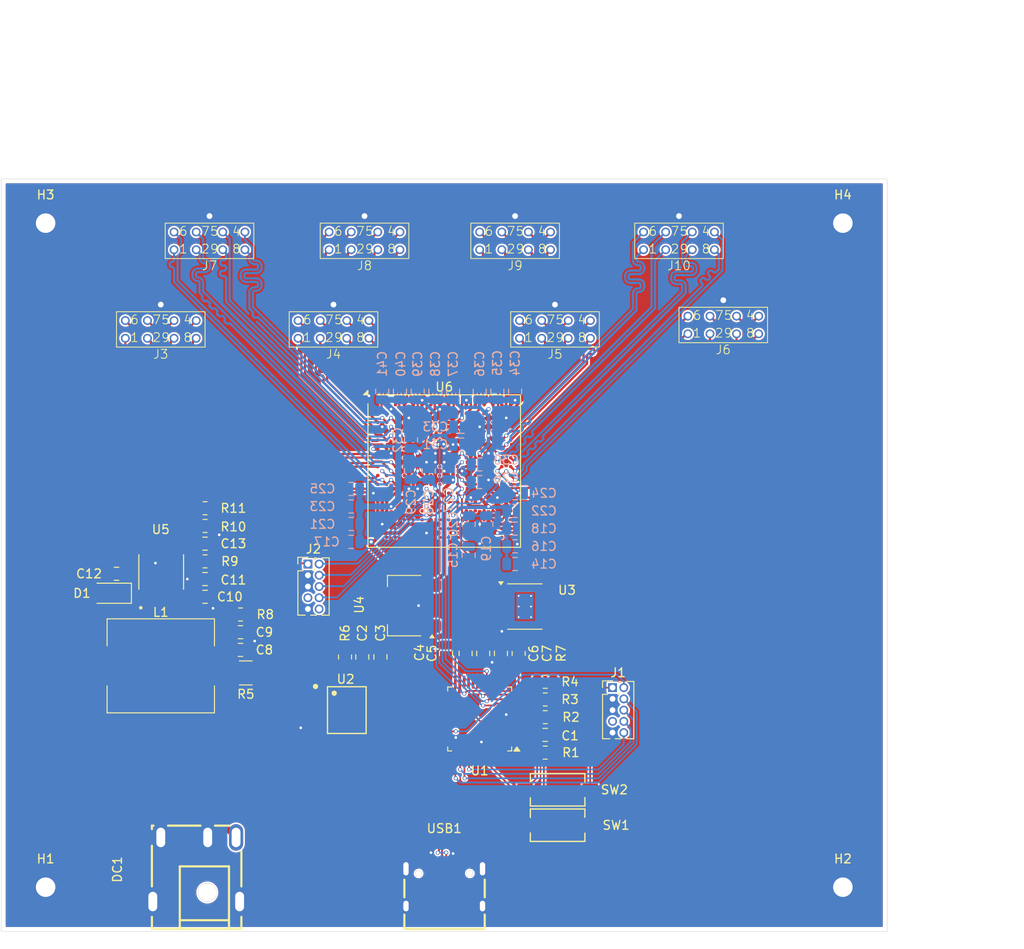
<source format=kicad_pcb>
(kicad_pcb (version 20240108) (generator "pcbnew") (generator_version "8.0")
  (layers (0 "F.Cu" signal) (1 "In1.Cu" signal) (2 "In2.Cu" signal) (31 "B.Cu" signal) (34 "B.Paste" user) (35 "F.Paste" user) (36 "B.SilkS" user "B.Silkscreen") (37 "F.SilkS" user "F.Silkscreen") (38 "B.Mask" user) (39 "F.Mask" user) (44 "Edge.Cuts" user))
  (net 0 "")
  (net 1 "Net-(C7-Pad1)")
  (net 2 "D_{out}4_P")
  (net 3 "S_{in}1_P")
  (net 4 "Net-(U5-SS)")
  (net 5 "GND")
  (net 6 "D_{in}1_P")
  (net 7 "+1V8")
  (net 8 "S_{in}4_N")
  (net 9 "S_{out}4_N")
  (net 10 "D_{in}4_P")
  (net 11 "PROGRAM_B")
  (net 12 "D_{out}4_N")
  (net 13 "Net-(C10-Pad1)")
  (net 14 "Net-(U5-BOOT)")
  (net 15 "D_{in}1_N")
  (net 16 "S_{out}1_P")
  (net 17 "Net-(U5-COMP)")
  (net 18 "S_{out}4_P")
  (net 19 "Net-(U1-NRST)")
  (net 20 "D_{in}4_N")
  (net 21 "Net-(U5-VIN)")
  (net 23 "+1V0")
  (net 24 "S_{in}4_P")
  (net 27 "Net-(J2-VTref)")
  (net 28 "Net-(U1-BOOT0)")
  (net 29 "Net-(R11-Pad1)")
  (net 30 "Net-(U5-VSENSE)")
  (net 31 "unconnected-(U1-PA9-Pad30)")
  (net 32 "DONE")
  (net 33 "S_{out}5_P")
  (net 35 "D_{out}5_N")
  (net 38 "S_{in}5_N")
  (net 40 "S_{in}5_P")
  (net 42 "S_{out}5_N")
  (net 44 "D_{out}5_P")
  (net 45 "DIN")
  (net 48 "D_{in}5_N")
  (net 51 "D_{in}5_P")
  (net 54 "TMS")
  (net 55 "D_{out}6_N")
  (net 58 "D_{in}6_N")
  (net 59 "S_{out}6_P")
  (net 61 "S_{in}6_N")
  (net 62 "TCK")
  (net 68 "D_{in}6_P")
  (net 69 "S_{out}6_N")
  (net 71 "S_{in}1_N")
  (net 72 "D_{out}6_P")
  (net 74 "TDO")
  (net 77 "S_{in}6_P")
  (net 79 "CCLK")
  (net 81 "D_{in}7_N")
  (net 82 "TDI")
  (net 85 "S_{out}7_P")
  (net 87 "D_{out}7_N")
  (net 91 "D_{out}1_P")
  (net 92 "S_{in}7_N")
  (net 95 "S_{in}7_P")
  (net 98 "D_{out}7_P")
  (net 101 "S_{out}7_N")
  (net 107 "S_{out}1_N")
  (net 108 "D_{in}7_P")
  (net 111 "S_{out}8_P")
  (net 112 "S_{out}8_N")
  (net 115 "D_{in}8_N")
  (net 123 "D_{in}8_P")
  (net 125 "D_{out}8_P")
  (net 126 "D_{out}1_N")
  (net 128 "S_{in}8_P")
  (net 132 "S_{in}3_N")
  (net 134 "INIT_B")
  (net 136 "D_{out}8_N")
  (net 137 "S_{out}3_P")
  (net 138 "S_{in}8_N")
  (net 140 "S_{out}2_N")
  (net 141 "S_{in}2_P")
  (net 142 "D_{in}2_P")
  (net 143 "S_{out}2_P")
  (net 144 "D_{out}3_N")
  (net 145 "S_{out}3_N")
  (net 146 "S_{in}3_P")
  (net 147 "D_{in}2_N")
  (net 172 "Net-(D1-K)")
  (net 173 "D_{in}3_N")
  (net 174 "D_{in}3_P")
  (net 175 "D_{out}2_N")
  (net 176 "D_{out}3_P")
  (net 177 "S_{in}2_N")
  (net 178 "D_{out}2_P")
  (net 191 "+2V5")
  (net 205 "FLASH_MOSI")
  (net 206 "FLASH_SCK")
  (net 209 "USB_D_P")
  (net 210 "FLASH_MISO")
  (net 218 "USB_D_N")
  (net 219 "~{FLASH_CS}")
  (net 242 "SWDIO")
  (net 243 "SWCLK")
  (net 244 "JTDO")
  (net 245 "JTDI")
  (net 246 "~{JTRST}")
  (footprint "Resistor_SMD:R_0805_2012Metric" (layer "F.Cu") (at 142.4 93.6 -90)
    (property "Reference" "R7")
    (property "Value" "4k7")
  )
  (footprint "Package_SO:SOIC-8-1EP_3.9x4.9mm_P1.27mm_EP2.41x3.3mm_ThermalVias" (layer "F.Cu") (at 143.1 88.3)
    (property "Reference" "U3")
    (property "Value" "AP7361C-18SP-13")
  )
  (footprint "Package_BGA:Xilinx_FTG256" (layer "F.Cu") (at 134 73)
    (property "Reference" "U6")
    (property "Value" "XC7A35T-FTG256")
  )
  (footprint "EasyEDA:SOIC-8_L5.3-W5.3-P1.27-LS8.0-BL" (layer "F.Cu") (at 123 100 -90)
    (property "Reference" "U2")
    (property "Value" "W25Q128JVSIQTR")
  )
  (footprint "Capacitor_SMD:C_0805_2012Metric" (layer "F.Cu") (at 111 93.2)
    (property "Reference" "C8")
    (property "Value" "47u")
  )
  (footprint "Capacitor_SMD:C_0805_2012Metric" (layer "F.Cu") (at 140.4 93.6 -90)
    (property "Reference" "C7")
    (property "Value" "47u")
  )
  (footprint "Capacitor_SMD:C_0805_2012Metric" (layer "F.Cu") (at 97 84.6)
    (property "Reference" "C12")
    (property "Value" "100n")
  )
  (footprint "Resistor_SMD:R_0805_2012Metric" (layer "F.Cu") (at 145.4 104.8)
    (property "Reference" "R1")
    (property "Value" "10k")
  )
  (footprint "Capacitor_SMD:C_0805_2012Metric" (layer "F.Cu") (at 107.000001 81.2)
    (property "Reference" "C13")
    (property "Value" "47p")
  )
  (footprint "Resistor_SMD:R_0805_2012Metric" (layer "F.Cu") (at 107 79.2)
    (property "Reference" "R10")
    (property "Value" "4k7")
  )
  (footprint "EasyEDA:DC-IN-TH_DC-044A-20A" (layer "F.Cu") (at 106 118 90)
    (property "Reference" "DC1")
    (property "Value" "DC-044A-20A")
  )
  (footprint "EasyEDA:USB-C-SMD_TYPE-C-6PIN-2MD-073" (layer "F.Cu") (at 134 119.75)
    (property "Reference" "USB1")
    (property "Value" "TYPE-C 16PIN 2MD(073)")
  )
  (footprint "Resistor_SMD:R_0805_2012Metric" (layer "F.Cu") (at 107 77.2 180)
    (property "Reference" "R11")
    (property "Value" "10k")
  )
  (footprint "Capacitor_SMD:C_0805_2012Metric" (layer "F.Cu") (at 145.4 102.8)
    (property "Reference" "C1")
    (property "Value" "100n")
  )
  (footprint "DE9:DE9_Pins" (layer "F.Cu") (at 121.5 57)
    (property "Reference" "J4")
    (property "Value" "~" (hide yes))
  )
  (footprint "Snapeda:SOIC127P599X175-8N" (layer "F.Cu") (at 102.05 84.4 90)
    (property "Reference" "U5")
    (property "Value" "TPS54331DR")
  )
  (footprint "DE9:DE9_Pins" (layer "F.Cu") (at 125 47)
    (property "Reference" "J8")
    (property "Value" "~" (hide yes))
  )
  (footprint "EasyEDA:SW-SMD_L6.0-W3.5-LS8.0" (layer "F.Cu") (at 146.8 113 180)
    (property "Reference" "SW1")
    (property "Value" "TSB008A2526A")
  )
  (footprint "Resistor_SMD:R_1210_3225Metric" (layer "F.Cu") (at 111.6 95.799999)
    (property "Reference" "R5")
    (property "Value" "0")
  )
  (footprint "Resistor_SMD:R_0805_2012Metric" (layer "F.Cu") (at 145.4 96.8 180)
    (property "Reference" "R4")
    (property "Value" "4k7")
  )
  (footprint "Resistor_SMD:R_0805_2012Metric" (layer "F.Cu") (at 145.4 98.8 180)
    (property "Reference" "R3")
    (property "Value" "330")
  )
  (footprint "EasyEDA:SW-SMD_L6.0-W3.5-LS8.0" (layer "F.Cu") (at 146.8 109)
    (property "Reference" "SW2")
    (property "Value" "TSB008A2526A")
  )
  (footprint "Capacitor_SMD:C_0805_2012Metric" (layer "F.Cu") (at 107.000001 85.2 180)
    (property "Reference" "C11")
    (property "Value" "510p")
  )
  (footprint "Capacitor_SMD:C_0805_2012Metric" (layer "F.Cu") (at 134.2 93.6 -90)
    (property "Reference" "C4")
    (property "Value" "470n")
  )
  (footprint "Inductor_SMD:L_Chilisin_BMRF00101040" (layer "F.Cu") (at 102 95)
    (property "Reference" "L1")
    (property "Value" "6u8")
  )
  (footprint "MountingHole:MountingHole_2.2mm_M2" (layer "F.Cu") (at 179 120)
    (property "Reference" "H2")
    (property "Value" "MountingHole")
  )
  (footprint "MountingHole:MountingHole_2.2mm_M2" (layer "F.Cu") (at 89 120)
    (property "Reference" "H1")
    (property "Value" "MountingHole")
  )
  (footprint "DE9:DE9_Pins" (layer "F.Cu") (at 146.5 57)
    (property "Reference" "J5")
    (property "Value" "~" (hide yes))
  )
  (footprint "MountingHole:MountingHole_2.2mm_M2" (layer "F.Cu") (at 89 45)
    (property "Reference" "H3")
    (property "Value" "MountingHole")
  )
  (footprint "DE9:DE9_Pins" (layer "F.Cu") (at 142 47)
    (property "Reference" "J9")
    (property "Value" "~" (hide yes))
  )
  (footprint "Resistor_SMD:R_0805_2012Metric" (layer "F.Cu") (at 111 89.199999 180)
    (property "Reference" "R8")
    (property "Value" "0")
  )
  (footprint "Capacitor_SMD:C_0805_2012Metric" (layer "F.Cu") (at 111 91.199999)
    (property "Reference" "C9")
    (property "Value" "47u")
  )
  (footprint "DE9:DE9_Pins" (layer "F.Cu") (at 102 57)
    (property "Reference" "J3")
    (property "Value" "~" (hide yes))
  )
  (footprint "Capacitor_SMD:C_0805_2012Metric" (layer "F.Cu") (at 126.8 93.9975 90)
    (property "Reference" "C3")
    (property "Value" "470n")
  )
  (footprint "Diode_SMD:D_1206_3216Metric" (layer "F.Cu") (at 96.4 86.8 180)
    (property "Reference" "D1")
    (property "Value" "CD1206")
  )
  (footprint "Package_TO_SOT_SMD:SOT-223-3_TabPin2" (layer "F.Cu") (at 129.5 88.2 180)
    (property "Reference" "U4")
    (property "Value" "AP7361C-10E")
  )
  (footprint "Resistor_SMD:R_0805_2012Metric" (layer "F.Cu") (at 145.4 100.8 180)
    (property "Reference" "R2")
    (property "Value" "10k")
  )
  (footprint "Capacitor_SMD:C_0805_2012Metric" (layer "F.Cu") (at 107 87.2)
    (property "Reference" "C10")
    (property "Value" "10n")
  )
  (footprint "Package_QFP:LQFP-48_7x7mm_P0.5mm" (layer "F.Cu") (at 138 101 180)
    (property "Reference" "U1")
    (property "Value" "STM32F302CBTx")
  )
  (footprint "Resistor_SMD:R_0805_2012Metric" (layer "F.Cu") (at 122.8 94 90)
    (property "Reference" "R6")
    (property "Value" "0")
  )
  (footprint "Resistor_SMD:R_0805_2012Metric" (layer "F.Cu") (at 107 83.2)
    (property "Reference" "R9")
    (property "Value" "41k")
  )
  (footprint "Capacitor_SMD:C_0805_2012Metric" (layer "F.Cu") (at 138.4 93.6 -90)
    (property "Reference" "C6")
    (property "Value" "47u")
  )
  (footprint "DE9:DE9_Pins" (layer "F.Cu") (at 165.5 56.5)
    (property "Reference" "J6")
    (property "Value" "~" (hide yes))
  )
  (footprint "DE9:DE9_Pins" (layer "F.Cu") (at 160.5 47)
    (property "Reference" "J10")
    (property "Value" "~" (hide yes))
  )
  (footprint "Connector_PinHeader_1.27mm:PinHeader_2x05_P1.27mm_Vertical" (layer "F.Cu") (at 153 97.46)
    (property "Reference" "J1")
    (property "Value" "Conn_ARM_JTAG_SWD_10")
  )
  (footprint "MountingHole:MountingHole_2.2mm_M2" (layer "F.Cu") (at 179 45)
    (property "Reference" "H4")
    (property "Value" "MountingHole")
  )
  (footprint "Capacitor_SMD:C_0805_2012Metric" (layer "F.Cu") (at 136.41 93.599999 -90)
    (property "Reference" "C5")
    (property "Value" "47u")
  )
  (footprint "Capacitor_SMD:C_0805_2012Metric" (layer "F.Cu") (at 124.75 94 90)
    (property "Reference" "C2")
    (property "Value" "47u")
  )
  (footprint "DE9:DE9_Pins" (layer "F.Cu") (at 107.5 47)
    (property "Reference" "J7")
    (property "Value" "~" (hide yes))
  )
  (footprint "Connector_PinHeader_1.27mm:PinHeader_2x05_P1.27mm_Vertical" (layer "F.Cu") (at 118.6075 83.5)
    (property "Reference" "J2")
    (property "Value" "Conn_ARM_JTAG_SWD_10")
  )
  (footprint "Capacitor_SMD:C_0805_2012Metric" (layer "B.Cu") (at 138 74.25)
    (property "Reference" "C26")
    (property "Value" "470n")
  )
  (footprint "Capacitor_SMD:C_0805_2012Metric" (layer "B.Cu") (at 142 81.5)
    (property "Reference" "C16")
    (property "Value" "4u7")
  )
  (footprint "Capacitor_SMD:C_0805_2012Metric" (layer "B.Cu") (at 123.5 78.975 180)
    (property "Reference" "C21")
    (property "Value" "4u7")
  )
  (footprint "Capacitor_SMD:C_0805_2012Metric" (layer "B.Cu") (at 135 64 90)
    (property "Reference" "C37")
    (property "Value" "470n")
  )
  (footprint "Capacitor_SMD:C_0805_2012Metric" (layer "B.Cu") (at 136 68)
    (property "Reference" "C33")
    (property "Value" "470n")
  )
  (footprint "Capacitor_SMD:C_0805_2012Metric" (layer "B.Cu") (at 142 77.5)
    (property "Reference" "C22")
    (property "Value" "4u7")
  )
  (footprint "Capacitor_SMD:C_0805_2012Metric" (layer "B.Cu") (at 136.75 79 -90)
    (property "Reference" "C20")
    (property "Value" "47u")
  )
  (footprint "Capacitor_SMD:C_0805_2012Metric" (layer "B.Cu") (at 135.949999 70)
    (property "Reference" "C31")
    (property "Value" "47u")
  )
  (footprint "Capacitor_SMD:C_0805_2012Metric" (layer "B.Cu") (at 138.75 79 -90)
    (property "Reference" "C19")
    (property "Value" "470n")
  )
  (footprint "Capacitor_SMD:C_0805_2012Metric" (layer "B.Cu") (at 123.5 81 180)
    (property "Reference" "C17")
    (property "Value" "47u")
  )
  (footprint "Capacitor_SMD:C_0805_2012Metric" (layer "B.Cu") (at 142 79.5)
    (property "Reference" "C18")
    (property "Value" "470n")
  )
  (footprint "Capacitor_SMD:C_0805_2012Metric" (layer "B.Cu") (at 142 75.5 180)
    (property "Reference" "C24")
    (property "Value" "100u")
  )
  (footprint "Capacitor_SMD:C_0805_2012Metric" (layer "B.Cu") (at 132.25 73 90)
    (property "Reference" "C28")
    (property "Value" "470n")
  )
  (footprint "Capacitor_SMD:C_0805_2012Metric" (layer "B.Cu") (at 130.25 73 90)
    (property "Reference" "C29")
    (property "Value" "100u")
  )
  (footprint "Capacitor_SMD:C_0805_2012Metric" (layer "B.Cu") (at 136.75 82.5 -90)
    (property "Reference" "C15")
    (property "Value" "4u7")
  )
  (footprint "Capacitor_SMD:C_0805_2012Metric" (layer "B.Cu") (at 123.5 75.025 180)
    (property "Reference" "C25")
    (property "Value" "4u7")
  )
  (footprint "Capacitor_SMD:C_0805_2012Metric" (layer "B.Cu") (at 127 64 90)
    (property "Reference" "C41")
    (property "Value" "4u7")
  )
  (footprint "Capacitor_SMD:C_0805_2012Metric" (layer "B.Cu") (at 123.5 77 180)
    (property "Reference" "C23")
    (property "Value" "470n")
  )
  (footprint "Capacitor_SMD:C_0805_2012Metric" (layer "B.Cu") (at 138 64 90)
    (property "Reference" "C36")
    (property "Value" "4u7")
  )
  (footprint "Capacitor_SMD:C_0805_2012Metric" (layer "B.Cu") (at 142 64 90)
    (property "Reference" "C34")
    (property "Value" "4u7")
  )
  (footprint "Capacitor_SMD:C_0805_2012Metric" (layer "B.Cu") (at 131 64 90)
    (property "Reference" "C39")
    (property "Value" "470n")
  )
  (footprint "Capacitor_SMD:C_0805_2012Metric" (layer "B.Cu") (at 142 83.5)
    (property "Reference" "C14")
    (property "Value" "470n")
  )
  (footprint "Capacitor_SMD:C_0805_2012Metric" (layer "B.Cu") (at 130.25 69.5 90)
    (property "Reference" "C32")
    (property "Value" "470n")
  )
  (footprint "Capacitor_SMD:C_0805_2012Metric" (layer "B.Cu") (at 138 72.25)
    (property "Reference" "C30")
    (property "Value" "4u7")
  )
  (footprint "Capacitor_SMD:C_0805_2012Metric" (layer "B.Cu") (at 134.5 73 90)
    (property "Reference" "C27")
    (property "Value" "4u7")
  )
  (footprint "Capacitor_SMD:C_0805_2012Metric" (layer "B.Cu") (at 133 64 90)
    (property "Reference" "C38")
    (property "Value" "4u7")
  )
  (footprint "Capacitor_SMD:C_0805_2012Metric" (layer "B.Cu") (at 140 64 90)
    (property "Reference" "C35")
    (property "Value" "470n")
  )
  (footprint "Capacitor_SMD:C_0805_2012Metric" (layer "B.Cu") (at 129 64 90)
    (property "Reference" "C40")
    (property "Value" "470n")
  )
  (gr_rect (start 84 40) (end 184 125) (stroke (width 0.05)) (fill none) (layer "Edge.Cuts"))
  (segment (start 110.050001 93.2) (end 110.050001 91.199999) (width 0.7) (layer "F.Cu") (net 1))
  (segment (start 106.75 95) (end 109.337501 95) (width 0.7) (layer "F.Cu") (net 1))
  (segment (start 109.337501 95) (end 110.1375 95.799999) (width 0.7) (layer "F.Cu") (net 1))
  (segment (start 110.050001 91.199999) (end 111.9125 89.3375) (width 0.7) (layer "F.Cu") (net 1))
  (segment (start 110.1375 93.287499) (end 110.050001 93.2) (width 0.7) (layer "F.Cu") (net 1))
  (segment (start 110.1375 95.799999) (end 110.1375 93.287499) (width 0.7) (layer "F.Cu") (net 1))
  (segment (start 111.9125 89.3375) (end 111.9125 89.199999) (width 0.7) (layer "F.Cu") (net 1))
  (segment (start 126.5 48) (end 126.125 48.375) (width 0.25) (layer "F.Cu") (net 2))
  (segment (start 132 64.792893) (end 132 66) (width 0.25) (layer "F.Cu") (net 2))
  (segment (start 132 66) (end 131.5 66.5) (width 0.25) (layer "F.Cu") (net 2))
  (segment (start 127.883024 51.600183) (end 127.967878 51.685036) (width 0.25) (layer "F.Cu") (net 2))
  (segment (start 131.4 64.192893) (end 132 64.792893) (width 0.25) (layer "F.Cu") (net 2))
  (segment (start 126.610234 49.987981) (end 126.755368 49.842844) (width 0.25) (layer "F.Cu") (net 2))
  (segment (start 127.179632 50.267109) (end 127.034495 50.412243) (width 0.25) (layer "F.Cu") (net 2))
  (segment (start 127.458762 50.836509) (end 127.603984 50.691284) (width 0.25) (layer "F.Cu") (net 2))
  (segment (start 131.4 55.117158) (end 131.4 64.192893) (width 0.25) (layer "F.Cu") (net 2))
  (segment (start 127.967878 51.685036) (end 128.068505 51.785663) (width 0.25) (layer "F.Cu") (net 2))
  (segment (start 126.125 48.375) (end 126.125 49.842158) (width 0.25) (layer "F.Cu") (net 2))
  (segment (start 127.943396 50.691285) (end 128.028248 50.776137) (width 0.25) (layer "F.Cu") (net 2))
  (segment (start 127.09478 49.842845) (end 127.179632 49.927697) (width 0.25) (layer "F.Cu") (net 2))
  (segment (start 128.068505 51.785663) (end 131.4 55.117158) (width 0.25) (layer "F.Cu") (net 2))
  (segment (start 127.034496 50.751655) (end 127.11935 50.836508) (width 0.25) (layer "F.Cu") (net 2))
  (segment (start 128.028248 51.115549) (end 127.883023 51.260771) (width 0.25) (layer "F.Cu") (net 2))
  (segment (start 126.125 49.842158) (end 126.270822 49.98798) (width 0.25) (layer "F.Cu") (net 2))
  (arc (start 126.755368 49.842844) (mid 126.925074 49.772551) (end 127.09478 49.842845) (width 0.25) (layer "F.Cu") (net 2))
  (arc (start 127.883023 51.260771) (mid 127.81273 51.430477) (end 127.883024 51.600183) (width 0.25) (layer "F.Cu") (net 2))
  (arc (start 127.179632 49.927697) (mid 127.249926 50.097402) (end 127.179632 50.267109) (width 0.25) (layer "F.Cu") (net 2))
  (arc (start 127.603984 50.691284) (mid 127.77369 50.620991) (end 127.943396 50.691285) (width 0.25) (layer "F.Cu") (net 2))
  (arc (start 127.034495 50.412243) (mid 126.964202 50.581949) (end 127.034496 50.751655) (width 0.25) (layer "F.Cu") (net 2))
  (arc (start 127.11935 50.836508) (mid 127.289056 50.906802) (end 127.458762 50.836509) (width 0.25) (layer "F.Cu") (net 2))
  (arc (start 128.028248 50.776137) (mid 128.098542 50.945842) (end 128.028248 51.115549) (width 0.25) (layer "F.Cu") (net 2))
  (arc (start 126.270822 49.98798) (mid 126.440528 50.058274) (end 126.610234 49.987981) (width 0.25) (layer "F.Cu") (net 2))
  (segment (start 128.5 73.5) (end 128 73) (width 0.25) (layer "F.Cu") (net 3))
  (via (at 128 73) (size 0.45) (drill 0.3) (layers "F.Cu" "B.Cu") (net 3))
  (segment (start 107.291458 53.791457) (end 107.521511 54.021511) (width 0.25) (layer "B.Cu") (net 3))
  (segment (start 109.218567 56.107197) (end 109.448515 56.337145) (width 0.25) (layer "B.Cu") (net 3))
  (segment (start 110.455372 56.955372) (end 125.9 72.4) (width 0.25) (layer "B.Cu") (net 3))
  (segment (start 107.165102 49.718628) (end 107.165102 49.933475) (width 0.25) (layer "B.Cu") (net 3))
  (segment (start 106.775 50.128526) (end 106.179975 50.128526) (width 0.25) (layer "B.Cu") (net 3))
  (segment (start 106.375 52) (end 106.375 52.875) (width 0.25) (layer "B.Cu") (net 3))
  (segment (start 105.58495 50.723551) (end 105.58495 50.933501) (width 0.25) (layer "B.Cu") (net 3))
  (segment (start 106.672983 53.561405) (end 106.903035 53.791457) (width 0.25) (layer "B.Cu") (net 3))
  (segment (start 108.988576 55.488575) (end 109.218567 55.718567) (width 0.25) (layer "B.Cu") (net 3))
  (segment (start 106.375 48.375) (end 106.375 48.928526) (width 0.25) (layer "B.Cu") (net 3))
  (segment (start 106.970051 50.128526) (end 106.775 50.128526) (width 0.25) (layer "B.Cu") (net 3))
  (segment (start 108.140021 54.64002) (end 108.370039 54.870039) (width 0.25) (layer "B.Cu") (net 3))
  (segment (start 106.375 51.928526) (end 106.375 52) (width 0.25) (layer "B.Cu") (net 3))
  (segment (start 125.9 72.4) (end 127.4 72.4) (width 0.25) (layer "B.Cu") (net 3))
  (segment (start 107.521511 54.410003) (end 107.751528 54.64002) (width 0.25) (layer "B.Cu") (net 3))
  (segment (start 127.4 72.4) (end 128 73) (width 0.25) (layer "B.Cu") (net 3))
  (segment (start 108.370039 55.258585) (end 108.600029 55.488575) (width 0.25) (layer "B.Cu") (net 3))
  (segment (start 109.837146 56.337145) (end 110.067095 56.567095) (width 0.25) (layer "B.Cu") (net 3))
  (segment (start 106.375 51.723551) (end 106.375 51.928526) (width 0.25) (layer "B.Cu") (net 3))
  (segment (start 110.067095 56.567095) (end 110.455372 56.955372) (width 0.25) (layer "B.Cu") (net 3))
  (segment (start 106 48) (end 106.375 48.375) (width 0.25) (layer "B.Cu") (net 3))
  (segment (start 106.375 52.875) (end 106.672983 53.172983) (width 0.25) (layer "B.Cu") (net 3))
  (arc (start 108.600029 55.488575) (mid 108.697166 55.52881) (end 108.794303 55.488575) (width 0.25) (layer "B.Cu") (net 3))
  (arc (start 108.370039 55.064312) (mid 108.329804 55.161448) (end 108.370039 55.258585) (width 0.25) (layer "B.Cu") (net 3))
  (arc (start 107.751528 54.64002) (mid 107.848652 54.680249) (end 107.945775 54.64002) (width 0.25) (layer "B.Cu") (net 3))
  (arc (start 109.448515 56.337145) (mid 109.545673 56.377389) (end 109.642831 56.337145) (width 0.25) (layer "B.Cu") (net 3))
  (arc (start 109.642831 56.337145) (mid 109.739988 56.296901) (end 109.837146 56.337145) (width 0.25) (layer "B.Cu") (net 3))
  (arc (start 108.794303 55.488575) (mid 108.891439 55.44834) (end 108.988576 55.488575) (width 0.25) (layer "B.Cu") (net 3))
  (arc (start 105.58495 50.933501) (mid 105.759229 51.354247) (end 106.179975 51.528526) (width 0.25) (layer "B.Cu") (net 3))
  (arc (start 106.903035 53.791457) (mid 107.000141 53.83168) (end 107.097247 53.791457) (width 0.25) (layer "B.Cu") (net 3))
  (arc (start 106.179975 51.528526) (mid 106.317879 51.585647) (end 106.375 51.723551) (width 0.25) (layer "B.Cu") (net 3))
  (arc (start 107.945775 54.64002) (mid 108.042898 54.59979) (end 108.140021 54.64002) (width 0.25) (layer "B.Cu") (net 3))
  (arc (start 107.521511 54.215757) (mid 107.481281 54.31288) (end 107.521511 54.410003) (width 0.25) (layer "B.Cu") (net 3))
  (arc (start 106.672983 53.172983) (mid 106.713205 53.270089) (end 106.672983 53.367194) (width 0.25) (layer "B.Cu") (net 3))
  (arc (start 107.521511 54.021511) (mid 107.561741 54.118634) (end 107.521511 54.215757) (width 0.25) (layer "B.Cu") (net 3))
  (arc (start 106.970051 49.523577) (mid 107.107973 49.580706) (end 107.165102 49.718628) (width 0.25) (layer "B.Cu") (net 3))
  (arc (start 109.218567 55.718567) (mid 109.25881 55.815725) (end 109.218567 55.912882) (width 0.25) (layer "B.Cu") (net 3))
  (arc (start 106.375 48.928526) (mid 106.549286 49.349291) (end 106.970051 49.523577) (width 0.25) (layer "B.Cu") (net 3))
  (arc (start 109.218567 55.912882) (mid 109.178323 56.010039) (end 109.218567 56.107197) (width 0.25) (layer "B.Cu") (net 3))
  (arc (start 106.672983 53.367194) (mid 106.632761 53.464299) (end 106.672983 53.561405) (width 0.25) (layer "B.Cu") (net 3))
  (arc (start 106.179975 50.128526) (mid 105.759229 50.302805) (end 105.58495 50.723551) (width 0.25) (layer "B.Cu") (net 3))
  (arc (start 107.165102 49.933475) (mid 107.107973 50.071397) (end 106.970051 50.128526) (width 0.25) (layer "B.Cu") (net 3))
  (arc (start 107.097247 53.791457) (mid 107.194352 53.751235) (end 107.291458 53.791457) (width 0.25) (layer "B.Cu") (net 3))
  (arc (start 108.370039 54.870039) (mid 108.410274 54.967176) (end 108.370039 55.064312) (width 0.25) (layer "B.Cu") (net 3))
  (segment (start 106.050001 87.2) (end 104.285 87.2) (width 0.2) (layer "F.Cu") (net 4))
  (segment (start 104.285 87.2) (end 103.955 86.87) (width 0.2) (layer "F.Cu") (net 4))
  (segment (start 129.5 74.5) (end 130 75) (width 0.2) (layer "F.Cu") (net 5))
  (segment (start 141.5 80.5) (end 142.25 81.25) (width 0.2) (layer "F.Cu") (net 5))
  (segment (start 133.5 71.5) (end 133 71) (width 0.2) (layer "F.Cu") (net 5))
  (segment (start 132 80) (end 131.5 80.5) (width 0.2) (layer "F.Cu") (net 5))
  (segment (start 127.5 68.5) (end 127 68) (width 0.2) (layer "F.Cu") (net 5))
  (segment (start 137.5 78.5) (end 138 79) (width 0.2) (layer "F.Cu") (net 5))
  (segment (start 134.5 73.5) (end 134 73) (width 0.2) (layer "F.Cu") (net 5))
  (segment (start 136.5 65.5) (end 136.5 65) (width 0.2) (layer "F.Cu") (net 5))
  (segment (start 132.5 71.5) (end 133 72) (width 0.2) (layer "F.Cu") (net 5))
  (segment (start 136.5 75.5) (end 137 76) (width 0.2) (layer "F.Cu") (net 5))
  (segment (start 137.5 68.5) (end 138 68) (width 0.2) (layer "F.Cu") (net 5))
  (segment (start 140.5 67.5) (end 141 67) (width 0.2) (layer "F.Cu") (net 5))
  (segment (start 134.5 69.5) (end 134.033569 69.966431) (width 0.2) (layer "F.Cu") (net 5))
  (segment (start 128.5 71.5) (end 128 71) (width 0.2) (layer "F.Cu") (net 5))
  (segment (start 139.5 74.5) (end 139 74) (width 0.2) (layer "F.Cu") (net 5))
  (segment (start 133.5 70.5) (end 134 71) (width 0.2) (layer "F.Cu") (net 5))
  (segment (start 130.5 77.5) (end 130 77) (width 0.2) (layer "F.Cu") (net 5))
  (segment (start 134.033569 69.966431) (end 133.940044 69.966431) (width 0.2) (layer "F.Cu") (net 5))
  (segment (start 135.5 70.5) (end 134 72) (width 0.2) (layer "F.Cu") (net 5))
  (segment (start 131.5 74.5) (end 131 75) (width 0.2) (layer "F.Cu") (net 5))
  (segment (start 127.5 78.5) (end 127 79) (width 0.2) (layer "F.Cu") (net 5))
  (segment (start 134.5 79.5) (end 135 80) (width 0.2) (layer "F.Cu") (net 5))
  (segment (start 126.5 75.5) (end 126 75.5) (width 0.2) (layer "F.Cu") (net 5))
  (segment (start 131.5 72.5) (end 132 72) (width 0.2) (layer "F.Cu") (net 5))
  (segment (start 136.5 73.5) (end 136 73) (width 0.2) (layer "F.Cu") (net 5))
  (segment (start 138.5 71.5) (end 139 71) (width 0.2) (layer "F.Cu") (net 5))
  (segment (start 126.5 65.5) (end 125.5 64.5) (width 0.2) (layer "F.Cu") (net 5))
  (segment (start 130.5 67.5) (end 130 67) (width 0.2) (layer "F.Cu") (net 5))
  (segment (start 133.5 66.5) (end 133.5 66.025003) (width 0.2) (layer "F.Cu") (net 5))
  (segment (start 134.5 71.5) (end 134 72) (width 0.2) (layer "F.Cu") (net 5))
  (segment (start 133.5 76.5) (end 133 76) (width 0.2) (layer "F.Cu") (net 5))
  (via (at 133.940044 69.966431) (size 0.45) (drill 0.3) (layers "F.Cu" "B.Cu") (net 5))
  (via (at 137 76) (size 0.45) (drill 0.3) (layers "F.Cu" "B.Cu") (net 5))
  (via (at 139.4 94.6) (size 0.45) (drill 0.3) (layers "F.Cu" "B.Cu") (net 5))
  (via (at 130 77) (size 0.45) (drill 0.3) (layers "F.Cu" "B.Cu") (net 5))
  (via (at 105 85.2) (size 0.45) (drill 0.3) (layers "F.Cu" "B.Cu") (net 5))
  (via (at 131 75) (size 0.45) (drill 0.3) (layers "F.Cu" "B.Cu") (net 5))
  (via (at 117.8 102) (size 0.45) (drill 0.3) (layers "F.Cu" "B.Cu") (net 5))
  (via (at 134 71) (size 0.45) (drill 0.3) (layers "F.Cu" "B.Cu") (net 5))
  (via (at 132 72) (size 0.45) (drill 0.3) (layers "F.Cu" "B.Cu") (net 5))
  (via (at 127 79) (size 0.45) (drill 0.3) (layers "F.Cu" "B.Cu") (net 5))
  (via (at 141 100.5) (size 0.45) (drill 0.3) (layers "F.Cu" "B.Cu") (net 5))
  (via (at 132.5 116.1) (size 0.45) (drill 0.3) (layers "F.Cu" "B.Cu") (net 5))
  (via (at 132 80) (size 0.45) (drill 0.3) (layers "F.Cu" "B.Cu") (net 5))
  (via (at 139 74) (size 0.45) (drill 0.3) (layers "F.Cu" "B.Cu") (net 5))
  (via (at 130 75) (size 0.45) (drill 0.3) (layers "F.Cu" "B.Cu") (net 5))
  (via (at 128 71) (size 0.45) (drill 0.3) (layers "F.Cu" "B.Cu") (net 5))
  (via (at 134 73) (size 0.45) (drill 0.3) (layers "F.Cu" "B.Cu") (net 5))
  (via (at 108.6 80.2) (size 0.45) (drill 0.3) (layers "F.Cu" "B.Cu") (net 5))
  (via (at 139 71) (size 0.45) (drill 0.3) (layers "F.Cu" "B.Cu") (net 5))
  (via (at 133 76) (size 0.45) (drill 0.3) (layers "F.Cu" "B.Cu") (net 5))
  (via (at 138 81.2) (size 0.45) (drill 0.3) (layers "F.Cu" "B.Cu") (net 5))
  (via (at 138 79) (size 0.45) (drill 0.3) (layers "F.Cu" "B.Cu") (net 5))
  (via (at 107.9 88.5) (size 0.45) (drill 0.3) (layers "F.Cu" "B.Cu") (net 5))
  (via (at 136 73) (size 0.45) (drill 0.3) (layers "F.Cu" "B.Cu") (net 5))
  (via (at 126 75.5) (size 0.45) (drill 0.3) (layers "F.Cu" "B.Cu") (net 5))
  (via (at 136.5 65) (size 0.45) (drill 0.3) (layers "F.Cu" "B.Cu") (net 5))
  (via (at 140.5 91.1) (size 0.45) (drill 0.3) (layers "F.Cu" "B.Cu") (net 5))
  (via (at 133 71) (size 0.45) (drill 0.3) (layers "F.Cu" "B.Cu") (net 5))
  (via (at 135 116.2) (size 0.45) (drill 0.3) (layers "F.Cu" "B.Cu") (net 5))
  (via (at 142.25 81.25) (size 0.45) (drill 0.3) (layers "F.Cu" "B.Cu") (net 5))
  (via (at 133 72) (size 0.45) (drill 0.3) (layers "F.Cu" "B.Cu") (net 5))
  (via (at 134 72) (size 0.45) (drill 0.3) (layers "F.Cu" "B.Cu") (net 5))
  (via (at 127 68) (size 0.45) (drill 0.3) (layers "F.Cu" "B.Cu") (net 5))
  (via (at 138.2 103.6) (size 0.45) (drill 0.3) (layers "F.Cu" "B.Cu") (net 5))
  (via (at 138 68) (size 0.45) (drill 0.3) (layers "F.Cu" "B.Cu") (net 5))
  (via (at 112.6 92.2) (size 0.45) (drill 0.3) (layers "F.Cu" "B.Cu") (net 5))
  (via (at 130 67) (size 0.45) (drill 0.3) (layers "F.Cu" "B.Cu") (net 5))
  (via (at 125.5 64.5) (size 0.45) (drill 0.3) (layers "F.Cu" "B.Cu") (net 5))
  (via (at 140 76) (size 0.45) (drill 0.3) (layers "F.Cu" "B.Cu") (net 5))
  (via (at 135 80) (size 0.45) (drill 0.3) (layers "F.Cu" "B.Cu") (net 5))
  (via (at 131.1 88.2) (size 0.45) (drill 0.3) (layers "F.Cu" "B.Cu") (net 5))
  (via (at 135.3 103.1) (size 0.45) (drill 0.3) (layers "F.Cu" "B.Cu") (net 5))
  (via (at 101.4 83.4) (size 0.45) (drill 0.3) (layers "F.Cu" "B.Cu") (net 5))
  (via (at 133.5 66.025003) (size 0.45) (drill 0.3) (layers "F.Cu" "B.Cu") (net 5))
  (via (at 141 67) (size 0.45) (drill 0.3) (layers "F.Cu" "B.Cu") (net 5))
  (segment (start 128.5 74.5) (end 128 74) (width 0.25) (layer "F.Cu") (net 6))
  (via (at 128 74) (size 0.45) (drill 0.3) (layers "F.Cu" "B.Cu") (net 6))
  (segment (start 103.5 48) (end 103.5 49.125168) (width 0.25) (layer "B.Cu") (net 6))
  (segment (start 127.5 74.5) (end 128 74) (width 0.25) (layer "B.Cu") (net 6))
  (segment (start 103.26 49.365168) (end 103.251484 49.365168) (width 0.25) (layer "B.Cu") (net 6))
  (segment (start 103.5 50.6) (end 103.5 51.653072) (width 0.25) (layer "B.Cu") (net 6))
  (segment (start 126.346928 74.5) (end 127.5 74.5) (width 0.25) (layer "B.Cu") (net 6))
  (segment (start 103.011484 49.605168) (end 103.011484 49.725168) (width 0.25) (layer "B.Cu") (net 6))
  (segment (start 103.5 50.205168) (end 103.5 50.325168) (width 0.25) (layer "B.Cu") (net 6))
  (segment (start 103.5 50.325168) (end 103.5 50.6) (width 0.25) (layer "B.Cu") (net 6))
  (segment (start 103.251484 49.965168) (end 103.26 49.965168) (width 0.25) (layer "B.Cu") (net 6))
  (segment (start 103.5 51.653072) (end 126.346928 74.5) (width 0.25) (layer "B.Cu") (net 6))
  (arc (start 103.251484 49.365168) (mid 103.081778 49.435462) (end 103.011484 49.605168) (width 0.25) (layer "B.Cu") (net 6))
  (arc (start 103.011484 49.725168) (mid 103.081778 49.894874) (end 103.251484 49.965168) (width 0.25) (layer "B.Cu") (net 6))
  (arc (start 103.5 49.125168) (mid 103.429706 49.294874) (end 103.26 49.365168) (width 0.25) (layer "B.Cu") (net 6))
  (arc (start 103.26 49.965168) (mid 103.429706 50.035462) (end 103.5 50.205168) (width 0.25) (layer "B.Cu") (net 6))
  (segment (start 136 74) (end 136.5 74.5) (width 0.2) (layer "F.Cu") (net 7))
  (segment (start 135.5 71.5) (end 136 71) (width 0.2) (layer "F.Cu") (net 7))
  (segment (start 136 75.9) (end 135.9 75.9) (width 0.2) (layer "F.Cu") (net 7))
  (segment (start 140.625 86.395) (end 135.9 81.67) (width 0.2) (layer "F.Cu") (net 7))
  (segment (start 135.9 81.67) (end 136 78) (width 0.2) (layer "F.Cu") (net 7))
  (segment (start 136 78) (end 136 75.9) (width 0.2) (layer "F.Cu") (net 7))
  (segment (start 135.5 73.5) (end 136 74) (width 0.2) (layer "F.Cu") (net 7))
  (segment (start 135.9 75.9) (end 135.5 75.5) (width 0.2) (layer "F.Cu") (net 7))
  (via (at 136 75.9) (size 0.45) (drill 0.3) (layers "F.Cu" "B.Cu") (net 7))
  (via (at 136 78) (size 0.45) (drill 0.3) (layers "F.Cu" "B.Cu") (net 7))
  (via (at 136 74) (size 0.45) (drill 0.3) (layers "F.Cu" "B.Cu") (net 7))
  (via (at 136 71) (size 0.45) (drill 0.3) (layers "F.Cu" "B.Cu") (net 7))
  (segment (start 136.25 74.25) (end 136 74) (width 0.2) (layer "B.Cu") (net 7))
  (segment (start 138.75 78.050001) (end 136.75 78.050001) (width 0.2) (layer "B.Cu") (net 7))
  (segment (start 137.050001 74.849999) (end 137.050001 74.25) (width 0.2) (layer "B.Cu") (net 7))
  (segment (start 136 75.9) (end 137.050001 74.849999) (width 0.2) (layer "B.Cu") (net 7))
  (segment (start 137.050001 72.050001) (end 136 71) (width 0.2) (layer "B.Cu") (net 7))
  (segment (start 137.050001 72.25) (end 137.050001 74.25) (width 0.2) (layer "B.Cu") (net 7))
  (segment (start 135.775 79.025001) (end 135.775 80.575001) (width 0.2) (layer "B.Cu") (net 7))
  (segment (start 137.050001 74.25) (end 136.25 74.25) (width 0.2) (layer "B.Cu") (net 7))
  (segment (start 135.775 80.575001) (end 136.75 81.550001) (width 0.2) (layer "B.Cu") (net 7))
  (segment (start 137.050001 72.25) (end 137.050001 72.050001) (width 0.4) (layer "B.Cu") (net 7))
  (segment (start 136.75 78.050001) (end 135.775 79.025001) (width 0.2) (layer "B.Cu") (net 7))
  (segment (start 122.725 46.775) (end 122.725 50.007844) (width 0.25) (layer "F.Cu") (net 8))
  (segment (start 129.8 57.082844) (end 129.8 65.2) (width 0.25) (layer "F.Cu") (net 8))
  (segment (start 129.8 65.2) (end 129.5 65.5) (width 0.25) (layer "F.Cu") (net 8))
  (segment (start 122.725 50.007844) (end 129.8 57.082844) (width 0.25) (layer "F.Cu") (net 8))
  (segment (start 123.5 46) (end 122.725 46.775) (width 0.25) (layer "F.Cu") (net 8))
  (segment (start 131.122945 50.773751) (end 131.264366 50.915172) (width 0.25) (layer "F.Cu") (net 9))
  (segment (start 131.014032 52.296876) (end 131.155454 52.438297) (width 0.25) (layer "F.Cu") (net 9))
  (segment (start 131.36534 52.648184) (end 132.5 53.782844) (width 0.25) (layer "F.Cu") (net 9))
  (segment (start 128.225 49.507844) (end 129.74124 51.024084) (width 0.25) (layer "F.Cu") (net 9))
  (segment (start 130.589769 51.024085) (end 130.840101 50.77375) (width 0.25) (layer "F.Cu") (net 9))
  (segment (start 132.5 53.782844) (end 132.5 65.5) (width 0.25) (layer "F.Cu") (net 9))
  (segment (start 131.155454 52.438297) (end 131.36534 52.648184) (width 0.25) (layer "F.Cu") (net 9))
  (segment (start 129.74124 51.024084) (end 129.741239 51.024083) (width 0.25) (layer "F.Cu") (net 9))
  (segment (start 129 46) (end 128.225 46.775) (width 0.25) (layer "F.Cu") (net 9))
  (segment (start 128.225 46.775) (end 128.225 49.507844) (width 0.25) (layer "F.Cu") (net 9))
  (segment (start 131.264365 51.198014) (end 131.014032 51.448348) (width 0.25) (layer "F.Cu") (net 9))
  (arc (start 131.014032 51.448348) (mid 130.838296 51.872612) (end 131.014032 52.296876) (width 0.25) (layer "F.Cu") (net 9))
  (arc (start 131.264366 50.915172) (mid 131.322944 51.056594) (end 131.264365 51.198014) (width 0.25) (layer "F.Cu") (net 9))
  (arc (start 129.741239 51.024083) (mid 130.165505 51.199821) (end 130.589769 51.024085) (width 0.25) (layer "F.Cu") (net 9))
  (arc (start 130.840101 50.77375) (mid 130.981523 50.715173) (end 131.122945 50.773751) (width 0.25) (layer "F.Cu") (net 9))
  (segment (start 120.625 49.342156) (end 120.763678 49.480834) (width 0.25) (layer "F.Cu") (net 10))
  (segment (start 121 48) (end 120.625 48.375) (width 0.25) (layer "F.Cu") (net 10))
  (segment (start 121.10309 49.480835) (end 121.23785 49.346072) (width 0.25) (layer "F.Cu") (net 10))
  (segment (start 121.577262 49.346073) (end 121.662114 49.430925) (width 0.25) (layer "F.Cu") (net 10))
  (segment (start 121.662114 49.770337) (end 121.527351 49.905097) (width 0.25) (layer "F.Cu") (net 10))
  (segment (start 121.527352 50.244509) (end 121.612206 50.329362) (width 0.25) (layer "F.Cu") (net 10))
  (segment (start 121.612206 50.329362) (end 122.015317 50.732473) (width 0.25) (layer "F.Cu") (net 10))
  (segment (start 128.925 65.925) (end 129.5 66.5) (width 0.25) (layer "F.Cu") (net 10))
  (segment (start 122.015317 50.732473) (end 128.925 57.642156) (width 0.25) (layer "F.Cu") (net 10))
  (segment (start 128.925 57.642156) (end 128.925 65.925) (width 0.25) (layer "F.Cu") (net 10))
  (segment (start 120.625 48.375) (end 120.625 49.342156) (width 0.25) (layer "F.Cu") (net 10))
  (arc (start 120.763678 49.480834) (mid 120.933384 49.551128) (end 121.10309 49.480835) (width 0.25) (layer "F.Cu") (net 10))
  (arc (start 121.662114 49.430925) (mid 121.732408 49.60063) (end 121.662114 49.770337) (width 0.25) (layer "F.Cu") (net 10))
  (arc (start 121.23785 49.346072) (mid 121.407556 49.275779) (end 121.577262 49.346073) (width 0.25) (layer "F.Cu") (net 10))
  (arc (start 121.527351 49.905097) (mid 121.457058 50.074803) (end 121.527352 50.244509) (width 0.25) (layer "F.Cu") (net 10))
  (segment (start 142.899999 98.75) (end 144.4875 97.162499) (width 0.2) (layer "F.Cu") (net 11))
  (segment (start 139.025734 98.774266) (end 141.434011 98.774266) (width 0.2) (layer "F.Cu") (net 11))
  (segment (start 141.434011 98.774266) (end 141.458277 98.75) (width 0.2) (layer "F.Cu") (net 11))
  (segment (start 144.4875 97.162499) (end 144.4875 96.8) (width 0.2) (layer "F.Cu") (net 11))
  (segment (start 141.458277 98.75) (end 142.1625 98.75) (width 0.2) (layer "F.Cu") (net 11))
  (segment (start 134.5 75.5) (end 135 76) (width 0.2) (layer "F.Cu") (net 11))
  (segment (start 138.8 99) (end 139.025734 98.774266) (width 0.2) (layer "F.Cu") (net 11))
  (segment (start 142.1625 98.75) (end 142.899999 98.75) (width 0.2) (layer "F.Cu") (net 11))
  (segment (start 142.2125 98.8) (end 142.1625 98.75) (width 0.2) (layer "F.Cu") (net 11))
  (via (at 135 76) (size 0.45) (drill 0.3) (layers "F.Cu" "B.Cu") (net 11))
  (via (at 138.8 99) (size 0.45) (drill 0.3) (layers "F.Cu" "B.Cu") (net 11))
  (segment (start 138.279716 99) (end 138.8 99) (width 0.2) (layer "B.Cu") (net 11))
  (segment (start 133.8 94.520284) (end 138.279716 99) (width 0.2) (layer "B.Cu") (net 11))
  (segment (start 135 76) (end 134.744974 76) (width 0.2) (layer "B.Cu") (net 11))
  (segment (start 134.744974 76) (end 133.8 76.944974) (width 0.2) (layer "B.Cu") (net 11))
  (segment (start 133.8 78.994975) (end 133.8 91.3) (width 0.2) (layer "B.Cu") (net 11))
  (segment (start 133.8 91.3) (end 133.8 94.520284) (width 0.2) (layer "B.Cu") (net 11))
  (segment (start 133.8 76.944974) (end 133.8 78.994975) (width 0.2) (layer "B.Cu") (net 11))
  (segment (start 130.5 66.5) (end 131 66) (width 0.25) (layer "F.Cu") (net 12))
  (segment (start 125.725 50.007844) (end 125.725 46.775) (width 0.25) (layer "F.Cu") (net 12))
  (segment (start 125.725 46.775) (end 126.5 46) (width 0.25) (layer "F.Cu") (net 12))
  (segment (start 131 66) (end 131 55.282844) (width 0.25) (layer "F.Cu") (net 12))
  (segment (start 131 55.282844) (end 125.725 50.007844) (width 0.25) (layer "F.Cu") (net 12))
  (segment (start 107.95 83.2375) (end 107.9125 83.2) (width 0.2) (layer "F.Cu") (net 13))
  (segment (start 107.95 85.2) (end 107.95 83.2375) (width 0.2) (layer "F.Cu") (net 13))
  (segment (start 100.015 87) (end 100.145 86.87) (width 0.2) (layer "F.Cu") (net 14))
  (segment (start 97.949999 84.6) (end 100.145 86.795001) (width 0.2) (layer "F.Cu") (net 14))
  (segment (start 100.145 86.795001) (end 100.145 86.87) (width 0.2) (layer "F.Cu") (net 14))
  (segment (start 127.5 74.5) (end 127 74) (width 0.25) (layer "F.Cu") (net 15))
  (via (at 127 74) (size 0.45) (drill 0.3) (layers "F.Cu" "B.Cu") (net 15))
  (segment (start 103.9 51.487386) (end 103.9 48.696016) (width 0.25) (layer "B.Cu") (net 15))
  (segment (start 126.412614 74) (end 103.9 51.487386) (width 0.25) (layer "B.Cu") (net 15))
  (segment (start 104.275 48.321016) (end 104.275 46.775) (width 0.25) (layer "B.Cu") (net 15))
  (segment (start 104.275 46.775) (end 103.5 46) (width 0.25) (layer "B.Cu") (net 15))
  (segment (start 103.9 48.696016) (end 104.275 48.321016) (width 0.25) (layer "B.Cu") (net 15))
  (segment (start 127 74) (end 126.412614 74) (width 0.25) (layer "B.Cu") (net 15))
  (segment (start 128.5 67.5) (end 128 67) (width 0.25) (layer "F.Cu") (net 16))
  (via (at 128 67) (size 0.45) (drill 0.3) (layers "F.Cu" "B.Cu") (net 16))
  (segment (start 113.23464 55.876062) (end 113.331882 55.973304) (width 0.25) (layer "B.Cu") (net 16))
  (segment (start 113.331882 55.973304) (end 124.858578 67.5) (width 0.25) (layer "B.Cu") (net 16))
  (segment (start 112.78116 50.235736) (end 112.6 50.235736) (width 0.25) (layer "B.Cu") (net 16))
  (segment (start 111.5 48) (end 112 48.5) (width 0.25) (layer "B.Cu") (net 16))
  (segment (start 112 53.613645) (end 112 54.641422) (width 0.25) (layer "B.Cu") (net 16))
  (segment (start 111.01884 50.835736) (end 111.01884 51.035736) (width 0.25) (layer "B.Cu") (net 16))
  (segment (start 112 51.635736) (end 112.781155 51.635736) (width 0.25) (layer "B.Cu") (net 16))
  (segment (start 112.6 49.635736) (end 112.78116 49.635736) (width 0.25) (layer "B.Cu") (net 16))
  (segment (start 112.6 50.235736) (end 111.61884 50.235736) (width 0.25) (layer "B.Cu") (net 16))
  (segment (start 112.98116 49.835736) (end 112.98116 50.035736) (width 0.25) (layer "B.Cu") (net 16))
  (segment (start 111.61884 51.635736) (end 112 51.635736) (width 0.25) (layer "B.Cu") (net 16))
  (segment (start 112 48.5) (end 112 49.035736) (width 0.25) (layer "B.Cu") (net 16))
  (segment (start 112.981155 51.835736) (end 112.981155 52.035736) (width 0.25) (layer "B.Cu") (net 16))
  (segment (start 127.5 67.5) (end 128 67) (width 0.25) (layer "B.Cu") (net 16))
  (segment (start 112.386112 55.445288) (end 112.601498 55.660674) (width 0.25) (layer "B.Cu") (net 16))
  (segment (start 112 54.641422) (end 112.386112 55.027534) (width 0.25) (layer "B.Cu") (net 16))
  (segment (start 112 53.035736) (end 112 53.613645) (width 0.25) (layer "B.Cu") (net 16))
  (segment (start 112 52.835736) (end 112 53.035736) (width 0.25) (layer "B.Cu") (net 16))
  (segment (start 124.858578 67.5) (end 127.5 67.5) (width 0.25) (layer "B.Cu") (net 16))
  (segment (start 112.781155 52.235736) (end 112.6 52.235736) (width 0.25) (layer "B.Cu") (net 16))
  (segment (start 113.019253 55.660674) (end 113.23464 55.876062) (width 0.25) (layer "B.Cu") (net 16))
  (arc (start 112.781155 51.635736) (mid 112.922576 51.694315) (end 112.981155 51.835736) (width 0.25) (layer "B.Cu") (net 16))
  (arc (start 111.61884 50.235736) (mid 111.194576 50.411472) (end 111.01884 50.835736) (width 0.25) (layer "B.Cu") (net 16))
  (arc (start 112.78116 49.635736) (mid 112.922581 49.694315) (end 112.98116 49.835736) (width 0.25) (layer "B.Cu") (net 16))
  (arc (start 112.386112 55.027534) (mid 112.429371 55.131973) (end 112.386112 55.236411) (width 0.25) (layer "B.Cu") (net 16))
  (arc (start 112.98116 50.035736) (mid 112.922581 50.177157) (end 112.78116 50.235736) (width 0.25) (layer "B.Cu") (net 16))
  (arc (start 112.6 52.235736) (mid 112.175736 52.411472) (end 112 52.835736) (width 0.25) (layer "B.Cu") (net 16))
  (arc (start 112 49.035736) (mid 112.175736 49.46) (end 112.6 49.635736) (width 0.25) (layer "B.Cu") (net 16))
  (arc (start 112.981155 52.035736) (mid 112.922576 52.177157) (end 112.781155 52.235736) (width 0.25) (layer "B.Cu") (net 16))
  (arc (start 112.810376 55.660674) (mid 112.914814 55.617414) (end 113.019253 55.660674) (width 0.25) (layer "B.Cu") (net 16))
  (arc (start 111.01884 51.035736) (mid 111.194576 51.46) (end 111.61884 51.635736) (width 0.25) (layer "B.Cu") (net 16))
  (arc (start 112.601498 55.660674) (mid 112.705937 55.703934) (end 112.810376 55.660674) (width 0.25) (layer "B.Cu") (net 16))
  (arc (start 112.386112 55.236411) (mid 112.342852 55.340849) (end 112.386112 55.445288) (width 0.25) (layer "B.Cu") (net 16))
  (segment (start 102.685 82.914999) (end 102.685 81.93) (width 0.2) (layer "F.Cu") (net 17))
  (segment (start 106.050002 83.162502) (end 106.0875 83.2) (width 0.2) (layer "F.Cu") (net 17))
  (segment (start 102.970001 83.2) (end 102.685 82.914999) (width 0.2) (layer "F.Cu") (net 17))
  (segment (start 106.050002 81.2) (end 106.050002 83.162502) (width 0.2) (layer "F.Cu") (net 17))
  (segment (start 106.0875 83.2) (end 102.970001 83.2) (width 0.2) (layer "F.Cu") (net 17))
  (segment (start 130.306926 50.741241) (end 130.55726 50.490908) (width 0.25) (layer "F.Cu") (net 18))
  (segment (start 128.625 48.375) (end 128.625 49.342158) (width 0.25) (layer "F.Cu") (net 18))
  (segment (start 129.674267 49.407554) (end 129.759119 49.492406) (width 0.25) (layer "F.Cu") (net 18))
  (segment (start 131.648183 52.365341) (end 132.9 53.617158) (width 0.25) (layer "F.Cu") (net 18))
  (segment (start 132.925 65.323959) (end 132.925 66.075) (width 0.25) (layer "F.Cu") (net 18))
  (segment (start 130.024083 50.741241) (end 130.024082 50.74124) (width 0.25) (layer "F.Cu") (net 18))
  (segment (start 129 48) (end 128.625 48.375) (width 0.25) (layer "F.Cu") (net 18))
  (segment (start 132.925 66.075) (end 132.5 66.5) (width 0.25) (layer "F.Cu") (net 18))
  (segment (start 129.739194 50.456352) (end 130.024083 50.741241) (width 0.25) (layer "F.Cu") (net 18))
  (segment (start 132.9 65.298959) (end 132.925 65.323959) (width 0.25) (layer "F.Cu") (net 18))
  (segment (start 131.296875 52.014033) (end 131.438296 52.155455) (width 0.25) (layer "F.Cu") (net 18))
  (segment (start 131.438296 52.155455) (end 131.648183 52.365341) (width 0.25) (layer "F.Cu") (net 18))
  (segment (start 129.182332 49.560079) (end 129.334855 49.407553) (width 0.25) (layer "F.Cu") (net 18))
  (segment (start 129.606594 50.323753) (end 129.691448 50.408606) (width 0.25) (layer "F.Cu") (net 18))
  (segment (start 129.691448 50.408606) (end 129.739194 50.456352) (width 0.25) (layer "F.Cu") (net 18))
  (segment (start 131.405788 50.490908) (end 131.547209 50.632329) (width 0.25) (layer "F.Cu") (net 18))
  (segment (start 129.759119 49.831818) (end 129.606593 49.984341) (width 0.25) (layer "F.Cu") (net 18))
  (segment (start 128.625 49.342158) (end 128.84292 49.560078) (width 0.25) (layer "F.Cu") (net 18))
  (segment (start 132.9 53.617158) (end 132.9 65.298959) (width 0.25) (layer "F.Cu") (net 18))
  (segment (start 131.547209 51.480857) (end 131.296874 51.731189) (width 0.25) (layer "F.Cu") (net 18))
  (arc (start 130.55726 50.490908) (mid 130.981524 50.315172) (end 131.405788 50.490908) (width 0.25) (layer "F.Cu") (net 18))
  (arc (start 130.024082 50.74124) (mid 130.165506 50.79982) (end 130.306926 50.741241) (width 0.25) (layer "F.Cu") (net 18))
  (arc (start 128.84292 49.560078) (mid 129.012626 49.630372) (end 129.182332 49.560079) (width 0.25) (layer "F.Cu") (net 18))
  (arc (start 129.606593 49.984341) (mid 129.5363 50.154047) (end 129.606594 50.323753) (width 0.25) (layer "F.Cu") (net 18))
  (arc (start 129.334855 49.407553) (mid 129.504561 49.33726) (end 129.674267 49.407554) (width 0.25) (layer "F.Cu") (net 18))
  (arc (start 131.296874 51.731189) (mid 131.238297 51.872611) (end 131.296875 52.014033) (width 0.25) (layer "F.Cu") (net 18))
  (arc (start 129.759119 49.492406) (mid 129.829413 49.662111) (end 129.759119 49.831818) (width 0.25) (layer "F.Cu") (net 18))
  (arc (start 131.547209 50.632329) (mid 131.722945 51.056593) (end 131.547209 51.480857) (width 0.25) (layer "F.Cu") (net 18))
  (segment (start 143.33 112.8) (end 143.13 112.8) (width 0.2) (layer "F.Cu") (net 19))
  (segment (start 144.4375 100.75) (end 142.1625 100.75) (width 0.2) (layer "F.Cu") (net 19))
  (segment (start 144.4875 100.8) (end 144.4375 100.75) (width 0.2) (layer "F.Cu") (net 19))
  (segment (start 145.25 110.88) (end 143.33 112.8) (width 0.2) (layer "F.Cu") (net 19))
  (segment (start 144.4875 100.8) (end 144.4875 102.7625) (width 0.2) (layer "F.Cu") (net 19))
  (segment (start 144.45 102.8) (end 145.25 103.6) (width 0.2) (layer "F.Cu") (net 19))
  (segment (start 145.25 103.6) (end 145.25 110.88) (width 0.2) (layer "F.Cu") (net 19))
  (segment (start 144.4875 102.7625) (end 144.45 102.8) (width 0.2) (layer "F.Cu") (net 19))
  (segment (start 128.525 57.807844) (end 120.225 49.507844) (width 0.25) (layer "F.Cu") (net 20))
  (segment (start 120.225 49.507844) (end 120.225 46.775) (width 0.25) (layer "F.Cu") (net 20))
  (segment (start 120.225 46.775) (end 121 46) (width 0.25) (layer "F.Cu") (net 20))
  (segment (start 128.525 65.475) (end 128.525 57.807844) (width 0.25) (layer "F.Cu") (net 20))
  (segment (start 128.5 65.5) (end 128.525 65.475) (width 0.25) (layer "F.Cu") (net 20))
  (segment (start 101.415 86.87) (end 101.415 105.295) (width 0.7) (layer "F.Cu") (net 21))
  (segment (start 101.415 105.295) (end 110.5 114.38) (width 0.7) (layer "F.Cu") (net 21))
  (segment (start 132.5 70.5) (end 131.5 71.5) (width 0.4) (layer "F.Cu") (net 23))
  (segment (start 134.5 70.5) (end 135 70) (width 0.4) (layer "F.Cu") (net 23))
  (segment (start 134 75) (end 134.5 74.5) (width 0.4) (layer "F.Cu") (net 23))
  (segment (start 134 78.4) (end 134 76) (width 0.2) (layer "F.Cu") (net 23))
  (segment (start 131 71) (end 131 73) (width 0.4) (layer "F.Cu") (net 23))
  (segment (start 131 73) (end 131.5 73.5) (width 0.4) (layer "F.Cu") (net 23))
  (segment (start 135.5 69.5) (end 136.5 70.5) (width 0.4) (layer "F.Cu") (net 23))
  (segment (start 134.5 72.5) (end 135 73) (width 0.4) (layer "F.Cu") (net 23))
  (segment (start 133.5 75.5) (end 134 76) (width 0.4) (layer "F.Cu") (net 23))
  (segment (start 135.5 69.5) (end 135 70) (width 0.4) (layer "F.Cu") (net 23))
  (segment (start 134.5 74.5) (end 135 74) (width 0.4) (layer "F.Cu") (net 23))
  (segment (start 134 78.4) (end 134 75) (width 0.4) (layer "F.Cu") (net 23))
  (segment (start 134 84.55) (end 132.65 85.9) (width 0.4) (layer "F.Cu") (net 23))
  (segment (start 134 78.4) (end 134 84.55) (width 0.4) (layer "F.Cu") (net 23))
  (segment (start 133 75) (end 133.5 75.5) (width 0.4) (layer "F.Cu") (net 23))
  (segment (start 131 71) (end 131.5 71.5) (width 0.4) (layer "F.Cu") (net 23))
  (segment (start 135 73) (end 135 74) (width 0.4) (layer "F.Cu") (net 23))
  (via (at 131 71) (size 0.45) (drill 0.3) (layers "F.Cu" "B.Cu") (net 23))
  (via (at 135 70) (size 0.45) (drill 0.3) (layers "F.Cu" "B.Cu") (net 23))
  (via (at 135 74) (size 0.45) (drill 0.3) (layers "F.Cu" "B.Cu") (net 23))
  (via (at 131 73) (size 0.45) (drill 0.3) (layers "F.Cu" "B.Cu") (net 23))
  (via (at 133 75) (size 0.45) (drill 0.3) (layers "F.Cu" "B.Cu") (net 23))
  (segment (start 132.827818 69) (end 134.050001 69) (width 0.4) (layer "B.Cu") (net 23))
  (segment (start 135 74) (end 134.550001 74) (width 0.2) (layer "B.Cu") (net 23))
  (segment (start 130.25 70.449999) (end 131.377819 70.449999) (width 0.4) (layer "B.Cu") (net 23))
  (segment (start 131 73) (end 130.25 73.75) (width 0.4) (layer "B.Cu") (net 23))
  (segment (start 131.377819 70.449999) (end 132.827818 69) (width 0.4) (layer "B.Cu") (net 23))
  (segment (start 134.550001 74) (end 134.5 73.949999) (width 0.2) (layer "B.Cu") (net 23))
  (segment (start 130.25 73.75) (end 130.25 73.949999) (width 0.4) (layer "B.Cu") (net 23))
  (segment (start 135.050001 69.949999) (end 135 70) (width 0.2) (layer "B.Cu") (net 23))
  (segment (start 132.25 73.949999) (end 133 74.699999) (width 0.4) (layer "B.Cu") (net 23))
  (segment (start 134.050001 69) (end 135.050001 68) (width 0.4) (layer "B.Cu") (net 23))
  (segment (start 130.25 73.949999) (end 132.25 73.949999) (width 0.4) (layer "B.Cu") (net 23))
  (segment (start 134.050001 69) (end 134.050001 69.050001) (width 0.4) (layer "B.Cu") (net 23))
  (segment (start 132.225 73.949999) (end 132.5 73.949999) (width 0.2) (layer "B.Cu") (net 23))
  (segment (start 133 74.699999) (end 133 75) (width 0.4) (layer "B.Cu") (net 23))
  (segment (start 134.050001 69.050001) (end 135 70) (width 0.4) (layer "B.Cu") (net 23))
  (segment (start 124.902786 50.562921) (end 124.987638 50.647773) (width 0.25) (layer "F.Cu") (net 24))
  (segment (start 124.987638 50.987185) (end 124.798537 51.176283) (width 0.25) (layer "F.Cu") (net 24))
  (segment (start 124.054242 49.714409) (end 124.139094 49.799261) (width 0.25) (layer "F.Cu") (net 24))
  (segment (start 123.5 48) (end 123.125 48.375) (width 0.25) (layer "F.Cu") (net 24))
  (segment (start 130.2 56.917156) (end 130.2 65.2) (width 0.25) (layer "F.Cu") (net 24))
  (segment (start 130.2 65.2) (end 130.5 65.5) (width 0.25) (layer "F.Cu") (net 24))
  (segment (start 124.798538 51.515695) (end 124.883392 51.600548) (width 0.25) (layer "F.Cu") (net 24))
  (segment (start 123.525748 49.903493) (end 123.71483 49.714408) (width 0.25) (layer "F.Cu") (net 24))
  (segment (start 123.95001 50.667167) (end 124.034864 50.75202) (width 0.25) (layer "F.Cu") (net 24))
  (segment (start 124.139094 50.138673) (end 123.950009 50.327755) (width 0.25) (layer "F.Cu") (net 24))
  (segment (start 123.125 49.842156) (end 123.186336 49.903492) (width 0.25) (layer "F.Cu") (net 24))
  (segment (start 124.895279 51.612435) (end 130.2 56.917156) (width 0.25) (layer "F.Cu") (net 24))
  (segment (start 124.883392 51.600548) (end 124.895279 51.612435) (width 0.25) (layer "F.Cu") (net 24))
  (segment (start 124.374276 50.752021) (end 124.563374 50.56292) (width 0.25) (layer "F.Cu") (net 24))
  (segment (start 123.125 48.375) (end 123.125 49.842156) (width 0.25) (layer "F.Cu") (net 24))
  (arc (start 124.034864 50.75202) (mid 124.20457 50.822314) (end 124.374276 50.752021) (width 0.25) (layer "F.Cu") (net 24))
  (arc (start 123.950009 50.327755) (mid 123.879716 50.497461) (end 123.95001 50.667167) (width 0.25) (layer "F.Cu") (net 24))
  (arc (start 124.563374 50.56292) (mid 124.73308 50.492627) (end 124.902786 50.562921) (width 0.25) (layer "F.Cu") (net 24))
  (arc (start 124.139094 49.799261) (mid 124.209388 49.968966) (end 124.139094 50.138673) (width 0.25) (layer "F.Cu") (net 24))
  (arc (start 124.798537 51.176283) (mid 124.728244 51.345989) (end 124.798538 51.515695) (width 0.25) (layer "F.Cu") (net 24))
  (arc (start 123.71483 49.714408) (mid 123.884536 49.644115) (end 124.054242 49.714409) (width 0.25) (layer "F.Cu") (net 24))
  (arc (start 124.987638 50.647773) (mid 125.057932 50.817478) (end 124.987638 50.987185) (width 0.25) (layer "F.Cu") (net 24))
  (arc (start 123.186336 49.903492) (mid 123.356042 49.973786) (end 123.525748 49.903493) (width 0.25) (layer "F.Cu") (net 24))
  (segment (start 122.8 93.1) (end 121.1 93.1) (width 0.2) (layer "F.Cu") (net 27))
  (segment (start 116.2 84.6) (end 117.38 83.42) (width 0.2) (layer "F.Cu") (net 27))
  (segment (start 116.2 88.2) (end 116.2 84.6) (width 0.2) (layer "F.Cu") (net 27))
  (segment (start 121.1 93.1) (end 116.2 88.2) (width 0.2) (layer "F.Cu") (net 27))
  (segment (start 117.38 83.42) (end 118.53 83.42) (width 0.2) (layer "F.Cu") (net 27))
  (segment (start 138.75 105.899999) (end 138.75 105.1625) (width 0.2) (layer "F.Cu") (net 28))
  (segment (start 141.850001 109) (end 138.75 105.899999) (width 0.2) (layer "F.Cu") (net 28))
  (segment (start 143.13 109) (end 141.850001 109) (width 0.2) (layer "F.Cu") (net 28))
  (segment (start 144.4875 104.8) (end 144.4875 107.6425) (width 0.2) (layer "F.Cu") (net 28))
  (segment (start 144.4875 107.6425) (end 143.13 109) (width 0.2) (layer "F.Cu") (net 28))
  (segment (start 110.0875 89.199999) (end 110.0875 79.375) (width 0.2) (layer "F.Cu") (net 29))
  (segment (start 110.0875 79.375) (end 107.9125 77.2) (width 0.2) (layer "F.Cu") (net 29))
  (segment (start 106.0875 77.2) (end 106.0875 79.2) (width 0.2) (layer "F.Cu") (net 30))
  (segment (start 106.0875 79.2) (end 103.955 81.3325) (width 0.2) (layer "F.Cu") (net 30))
  (segment (start 103.955 81.3325) (end 103.955 81.93) (width 0.2) (layer "F.Cu") (net 30))
  (segment (start 133.25 100.75) (end 133.225 100.775) (width 0.2) (layer "F.Cu") (net 31))
  (segment (start 133.8375 100.75) (end 133.25 100.75) (width 0.2) (layer "F.Cu") (net 31))
  (segment (start 138.375734 99.475) (end 139.630025 99.475) (width 0.2) (layer "F.Cu") (net 32))
  (segment (start 135.5 72.5) (end 136 72) (width 0.2) (layer "F.Cu") (net 32))
  (segment (start 144.0375 99.25) (end 142.1625 99.25) (width 0.2) (layer "F.Cu") (net 32))
  (segment (start 139.630025 99.475) (end 139.855025 99.25) (width 0.2) (layer "F.Cu") (net 32))
  (segment (start 139.855025 99.25) (end 142.1625 99.25) (width 0.2) (layer "F.Cu") (net 32))
  (segment (start 144.4875 98.8) (end 144.0375 99.25) (width 0.2) (layer "F.Cu") (net 32))
  (via (at 138.375734 99.475) (size 0.45) (drill 0.3) (layers "F.Cu" "B.Cu") (net 32))
  (via (at 136 72) (size 0.45) (drill 0.3) (layers "F.Cu" "B.Cu") (net 32))
  (segment (start 136 72) (end 135.525 72.475) (width 0.2) (layer "B.Cu") (net 32))
  (segment (start 135.525 72.475) (end 135.525 74.725) (width 0.2) (layer "B.Cu") (net 32))
  (segment (start 133.45 91.621752) (end 133.45 94.665258) (width 0.2) (layer "B.Cu") (net 32))
  (segment (start 133.45 94.665258) (end 138.259742 99.475) (width 0.2) (layer "B.Cu") (net 32))
  (segment (start 133.45 78.75) (end 133.45 91.621752) (width 0.2) (layer "B.Cu") (net 32))
  (segment (start 133.45 76.8) (end 133.45 78.75) (width 0.2) (layer "B.Cu") (net 32))
  (segment (start 138.259742 99.475) (end 138.375734 99.475) (width 0.2) (layer "B.Cu") (net 32))
  (segment (start 135.525 74.725) (end 133.45 76.8) (width 0.2) (layer "B.Cu") (net 32))
  (segment (start 145.625 49.960397) (end 145.625 50.157845) (width 0.25) (layer "F.Cu") (net 33))
  (segment (start 143.883559 51.899291) (end 143.742137 52.040709) (width 0.25) (layer "F.Cu") (net 33))
  (segment (start 137.925 66.075) (end 137.5 66.5) (width 0.25) (layer "F.Cu") (net 33))
  (segment (start 144.296848 52.029735) (end 144.166403 51.89929) (width 0.25) (layer "F.Cu") (net 33))
  (segment (start 145.390675 50.39217) (end 145.156352 50.626495) (width 0.25) (layer "F.Cu") (net 33))
  (segment (start 145.625 48.375) (end 145.625 48.698623) (width 0.25) (layer "F.Cu") (net 33))
  (segment (start 146.326674 49.178623) (end 146.326674 49.298623) (width 0.25) (layer "F.Cu") (net 33))
  (segment (start 137.925001 57.857844) (end 137.925 66.075) (width 0.25) (layer "F.Cu") (net 33))
  (segment (start 145.625 50.157845) (end 145.390675 50.39217) (width 0.25) (layer "F.Cu") (net 33))
  (segment (start 145.286797 51.888313) (end 145.145376 52.029735) (width 0.25) (layer "F.Cu") (net 33))
  (segment (start 143.742137 52.040709) (end 143.726076 52.056769) (width 0.25) (layer "F.Cu") (net 33))
  (segment (start 145.156351 50.909339) (end 145.286797 51.039785) (width 0.25) (layer "F.Cu") (net 33))
  (segment (start 143.726076 52.056769) (end 137.925001 57.857844) (width 0.25) (layer "F.Cu") (net 33))
  (segment (start 146 48) (end 145.625 48.375) (width 0.25) (layer "F.Cu") (net 33))
  (segment (start 145.865 48.938623) (end 146.086674 48.938623) (width 0.25) (layer "F.Cu") (net 33))
  (segment (start 145.625 49.898623) (end 145.625 49.960397) (width 0.25) (layer "F.Cu") (net 33))
  (segment (start 145.625 49.778623) (end 145.625 49.898623) (width 0.25) (layer "F.Cu") (net 33))
  (segment (start 146.086674 49.538623) (end 145.865 49.538623) (width 0.25) (layer "F.Cu") (net 33))
  (arc (start 144.166403 51.89929) (mid 144.024981 51.840712) (end 143.883559 51.899291) (width 0.25) (layer "F.Cu") (net 33))
  (arc (start 145.865 49.538623) (mid 145.695294 49.608917) (end 145.625 49.778623) (width 0.25) (layer "F.Cu") (net 33))
  (arc (start 145.286797 51.039785) (mid 145.462533 51.464049) (end 145.286797 51.888313) (width 0.25) (layer "F.Cu") (net 33))
  (arc (start 145.145376 52.029735) (mid 144.721112 52.205471) (end 144.296848 52.029735) (width 0.25) (layer "F.Cu") (net 33))
  (arc (start 145.156352 50.626495) (mid 145.097772 50.767918) (end 145.156351 50.909339) (width 0.25) (layer "F.Cu") (net 33))
  (arc (start 146.086674 48.938623) (mid 146.25638 49.008917) (end 146.326674 49.178623) (width 0.25) (layer "F.Cu") (net 33))
  (arc (start 145.625 48.698623) (mid 145.695294 48.868329) (end 145.865 48.938623) (width 0.25) (layer "F.Cu") (net 33))
  (arc (start 146.326674 49.298623) (mid 146.25638 49.468329) (end 146.086674 49.538623) (width 0.25) (layer "F.Cu") (net 33))
  (segment (start 136.707107 64.5) (end 136.7 64.5) (width 0.25) (layer "F.Cu") (net 35))
  (segment (start 137 66) (end 137 64.792893) (width 0.25) (layer "F.Cu") (net 35))
  (segment (start 136.7 64.5) (end 136.7 56.882844) (width 0.25) (layer "F.Cu") (net 35))
  (segment (start 144.275 46.775) (end 143.5 46) (width 0.25) (layer "F.Cu") (net 35))
  (segment (start 136.5 66.5) (end 137 66) (width 0.25) (layer "F.Cu") (net 35))
  (segment (start 144.275 49.307844) (end 144.275 46.775) (width 0.25) (layer "F.Cu") (net 35))
  (segment (start 136.7 56.882844) (end 144.275 49.307844) (width 0.25) (layer "F.Cu") (net 35))
  (segment (start 137 64.792893) (end 136.707107 64.5) (width 0.25) (layer "F.Cu") (net 35))
  (segment (start 141.275 46.775) (end 140.5 46) (width 0.25) (layer "F.Cu") (net 38))
  (segment (start 135.5 65.5) (end 135.5 55.082844) (width 0.25) (layer "F.Cu") (net 38))
  (segment (start 135.5 55.082844) (end 141.275 49.307844) (width 0.25) (layer "F.Cu") (net 38))
  (segment (start 141.275 49.307844) (end 141.275 46.775) (width 0.25) (layer "F.Cu") (net 38))
  (segment (start 139.559069 50.458087) (end 135.1 54.917156) (width 0.25) (layer "F.Cu") (net 40))
  (segment (start 140.006216 49.071059) (end 139.921363 49.155911) (width 0.25) (layer "F.Cu") (net 40))
  (segment (start 135.075 65.925) (end 134.5 66.5) (width 0.25) (layer "F.Cu") (net 40))
  (segment (start 135.1 64.45) (end 135.075 64.475) (width 0.25) (layer "F.Cu") (net 40))
  (segment (start 140.051891 49.965262) (end 139.967039 50.050116) (width 0.25) (layer "F.Cu") (net 40))
  (segment (start 139.921363 49.495323) (end 140.051891 49.625851) (width 0.25) (layer "F.Cu") (net 40))
  (segment (start 135.1 54.917156) (end 135.1 64.45) (width 0.25) (layer "F.Cu") (net 40))
  (segment (start 135.075 64.475) (end 135.075 65.925) (width 0.25) (layer "F.Cu") (net 40))
  (segment (start 140.875 49.142156) (end 140.815568 49.201588) (width 0.25) (layer "F.Cu") (net 40))
  (segment (start 139.967039 50.050116) (end 139.559069 50.458087) (width 0.25) (layer "F.Cu") (net 40))
  (segment (start 140.476156 49.201588) (end 140.345627 49.071059) (width 0.25) (layer "F.Cu") (net 40))
  (segment (start 140.5 48) (end 140.875 48.375) (width 0.25) (layer "F.Cu") (net 40))
  (segment (start 140.875 48.375) (end 140.875 49.142156) (width 0.25) (layer "F.Cu") (net 40))
  (arc (start 139.921363 49.155911) (mid 139.851068 49.325617) (end 139.921363 49.495323) (width 0.25) (layer "F.Cu") (net 40))
  (arc (start 140.051891 49.625851) (mid 140.122185 49.795557) (end 140.051891 49.965262) (width 0.25) (layer "F.Cu") (net 40))
  (arc (start 140.345627 49.071059) (mid 140.175922 49.000764) (end 140.006216 49.071059) (width 0.25) (layer "F.Cu") (net 40))
  (arc (start 140.815568 49.201588) (mid 140.645862 49.271883) (end 140.476156 49.201588) (width 0.25) (layer "F.Cu") (net 40))
  (segment (start 145.225 49.992158) (end 145.107831 50.109327) (width 0.25) (layer "F.Cu") (net 42))
  (segment (start 144.90783 50.309328) (end 144.873508 50.343651) (width 0.25) (layer "F.Cu") (net 42))
  (segment (start 137.525 65.475) (end 137.5 65.5) (width 0.25) (layer "F.Cu") (net 42))
  (segment (start 146 46) (end 145.225 46.775) (width 0.25) (layer "F.Cu") (net 42))
  (segment (start 145.225 46.775) (end 145.225 49.992158) (width 0.25) (layer "F.Cu") (net 42))
  (segment (start 145.107831 50.109327) (end 144.90783 50.309328) (width 0.25) (layer "F.Cu") (net 42))
  (segment (start 143.443233 51.773926) (end 137.759315 57.457844) (width 0.25) (layer "F.Cu") (net 42))
  (segment (start 137.759315 57.457844) (end 137.525 57.692158) (width 0.25) (layer "F.Cu") (net 42))
  (segment (start 144.579691 51.746892) (end 144.449246 51.616447) (width 0.25) (layer "F.Cu") (net 42))
  (segment (start 144.873509 51.19218) (end 145.003955 51.322626) (width 0.25) (layer "F.Cu") (net 42))
  (segment (start 143.459295 51.757867) (end 143.443233 51.773926) (width 0.25) (layer "F.Cu") (net 42))
  (segment (start 144.873508 50.343651) (end 144.873509 50.343652) (width 0.25) (layer "F.Cu") (net 42))
  (segment (start 137.525 57.692158) (end 137.525 65.475) (width 0.25) (layer "F.Cu") (net 42))
  (segment (start 143.600718 51.616447) (end 143.459295 51.757867) (width 0.25) (layer "F.Cu") (net 42))
  (segment (start 145.003954 51.60547) (end 144.862533 51.746892) (width 0.25) (layer "F.Cu") (net 42))
  (arc (start 144.449246 51.616447) (mid 144.024982 51.440711) (end 143.600718 51.616447) (width 0.25) (layer "F.Cu") (net 42))
  (arc (start 144.873509 50.343652) (mid 144.697773 50.767916) (end 144.873509 51.19218) (width 0.25) (layer "F.Cu") (net 42))
  (arc (start 145.003955 51.322626) (mid 145.062534 51.464047) (end 145.003954 51.60547) (width 0.25) (layer "F.Cu") (net 42))
  (arc (start 144.862533 51.746892) (mid 144.721111 51.805471) (end 144.579691 51.746892) (width 0.25) (layer "F.Cu") (net 42))
  (segment (start 142.072959 50.225113) (end 142.262794 50.414948) (width 0.25) (layer "F.Cu") (net 44))
  (segment (start 143.535588 49.142156) (end 143.345743 48.952311) (width 0.25) (layer "F.Cu") (net 44))
  (segment (start 136.3 64.4) (end 136 64.7) (width 0.25) (layer "F.Cu") (net 44))
  (segment (start 143.5 48) (end 143.875 48.375) (width 0.25) (layer "F.Cu") (net 44))
  (segment (start 143.006332 48.952311) (end 142.921479 49.037163) (width 0.25) (layer "F.Cu") (net 44))
  (segment (start 142.262794 50.754359) (end 142.177942 50.839213) (width 0.25) (layer "F.Cu") (net 44))
  (segment (start 143.026471 49.990684) (end 143.026471 49.990685) (width 0.25) (layer "F.Cu") (net 44))
  (segment (start 142.687059 49.990685) (end 142.497223 49.800849) (width 0.25) (layer "F.Cu") (net 44))
  (segment (start 141.923958 51.093198) (end 136.3 56.717156) (width 0.25) (layer "F.Cu") (net 44))
  (segment (start 143.111323 49.90583) (end 143.026471 49.990684) (width 0.25) (layer "F.Cu") (net 44))
  (segment (start 142.177942 50.839213) (end 141.923958 51.093198) (width 0.25) (layer "F.Cu") (net 44))
  (segment (start 143.875 48.375) (end 143.875 49.142156) (width 0.25) (layer "F.Cu") (net 44))
  (segment (start 136.3 56.717156) (end 136.3 64.4) (width 0.25) (layer "F.Cu") (net 44))
  (segment (start 142.921479 49.376575) (end 143.111323 49.566419) (width 0.25) (layer "F.Cu") (net 44))
  (segment (start 136 66) (end 135.5 66.5) (width 0.25) (layer "F.Cu") (net 44))
  (segment (start 142.157812 49.800849) (end 142.072959 49.885701) (width 0.25) (layer "F.Cu") (net 44))
  (segment (start 136 64.7) (end 136 66) (width 0.25) (layer "F.Cu") (net 44))
  (arc (start 143.875 49.142156) (mid 143.705294 49.212451) (end 143.535588 49.142156) (width 0.25) (layer "F.Cu") (net 44))
  (arc (start 142.072959 49.885701) (mid 142.002664 50.055407) (end 142.072959 50.225113) (width 0.25) (layer "F.Cu") (net 44))
  (arc (start 142.497223 49.800849) (mid 142.327518 49.730554) (end 142.157812 49.800849) (width 0.25) (layer "F.Cu") (net 44))
  (arc (start 143.111323 49.566419) (mid 143.181617 49.736125) (end 143.111323 49.90583) (width 0.25) (layer "F.Cu") (net 44))
  (arc (start 142.262794 50.414948) (mid 142.333088 50.584654) (end 142.262794 50.754359) (width 0.25) (layer "F.Cu") (net 44))
  (arc (start 142.921479 49.037163) (mid 142.851184 49.206869) (end 142.921479 49.376575) (width 0.25) (layer "F.Cu") (net 44))
  (arc (start 143.345743 48.952311) (mid 143.176038 48.882016) (end 143.006332 48.952311) (width 0.25) (layer "F.Cu") (net 44))
  (arc (start 143.026471 49.990685) (mid 142.856765 50.06098) (end 142.687059 49.990685) (width 0.25) (layer "F.Cu") (net 44))
  (segment (start 138.8 95.6) (end 138.8 96.7875) (width 0.2) (layer "F.Cu") (net 45))
  (segment (start 139.5 73.5) (end 140 74) (width 0.2) (layer "F.Cu") (net 45))
  (segment (start 138.8 96.7875) (end 138.75 96.8375) (width 0.2) (layer "F.Cu") (net 45))
  (via (at 138.8 95.6) (size 0.45) (drill 0.3) (layers "F.Cu" "B.Cu") (net 45))
  (via (at 140 74) (size 0.45) (drill 0.3) (layers "F.Cu" "B.Cu") (net 45))
  (segment (start 137.989033 76.65) (end 140 74.639033) (width 0.2) (layer "B.Cu") (net 45))
  (segment (start 140 74.639033) (end 140 74) (width 0.2) (layer "B.Cu") (net 45))
  (segment (start 138.8 95.6) (end 136.4 95.6) (width 0.2) (layer "B.Cu") (net 45))
  (segment (start 135.678248 76.65) (end 137.989033 76.65) (width 0.2) (layer "B.Cu") (net 45))
  (segment (start 134.5 77.828248) (end 135.678248 76.65) (width 0.2) (layer "B.Cu") (net 45))
  (segment (start 136.4 95.6) (end 134.5 93.7) (width 0.2) (layer "B.Cu") (net 45))
  (segment (start 134.5 93.7) (end 134.5 77.828248) (width 0.2) (layer "B.Cu") (net 45))
  (segment (start 138 46) (end 138.775 46.775) (width 0.25) (layer "F.Cu") (net 48))
  (segment (start 138.775 46.775) (end 138.775 49.007844) (width 0.25) (layer "F.Cu") (net 48))
  (segment (start 138.775 49.007844) (end 134.2 53.582844) (width 0.25) (layer "F.Cu") (net 48))
  (segment (start 134.2 65.2) (end 134.5 65.5) (width 0.25) (layer "F.Cu") (net 48))
  (segment (start 134.2 53.582844) (end 134.2 65.2) (width 0.25) (layer "F.Cu") (net 48))
  (segment (start 133.8 53.417156) (end 133.8 65.2) (width 0.25) (layer "F.Cu") (net 51))
  (segment (start 133.8 65.2) (end 133.5 65.5) (width 0.25) (layer "F.Cu") (net 51))
  (segment (start 137.180522 50.036633) (end 137.180522 50.036634) (width 0.25) (layer "F.Cu") (net 51))
  (segment (start 136.331993 50.885162) (end 136.240791 50.976365) (width 0.25) (layer "F.Cu") (net 51))
  (segment (start 136.240791 50.976365) (end 133.8 53.417156) (width 0.25) (layer "F.Cu") (net 51))
  (segment (start 137.265374 49.951779) (end 137.180522 50.036633) (width 0.25) (layer "F.Cu") (net 51))
  (segment (start 137.689639 49.188105) (end 137.500511 48.998977) (width 0.25) (layer "F.Cu") (net 51))
  (segment (start 137.1611 48.998977) (end 137.076247 49.083829) (width 0.25) (layer "F.Cu") (net 51))
  (segment (start 137.076247 49.423241) (end 137.265374 49.612368) (width 0.25) (layer "F.Cu") (net 51))
  (segment (start 138.375 48.375) (end 138.375 48.842156) (width 0.25) (layer "F.Cu") (net 51))
  (segment (start 138.375 48.842156) (end 138.029051 49.188105) (width 0.25) (layer "F.Cu") (net 51))
  (segment (start 136.227746 50.271798) (end 136.416845 50.460897) (width 0.25) (layer "F.Cu") (net 51))
  (segment (start 136.84111 50.036634) (end 136.65201 49.847534) (width 0.25) (layer "F.Cu") (net 51))
  (segment (start 136.416845 50.800308) (end 136.331993 50.885162) (width 0.25) (layer "F.Cu") (net 51))
  (segment (start 138 48) (end 138.375 48.375) (width 0.25) (layer "F.Cu") (net 51))
  (segment (start 136.312599 49.847534) (end 136.227746 49.932386) (width 0.25) (layer "F.Cu") (net 51))
  (arc (start 136.65201 49.847534) (mid 136.482305 49.777239) (end 136.312599 49.847534) (width 0.25) (layer "F.Cu") (net 51))
  (arc (start 137.180522 50.036634) (mid 137.010816 50.106929) (end 136.84111 50.036634) (width 0.25) (layer "F.Cu") (net 51))
  (arc (start 137.265374 49.612368) (mid 137.335668 49.782074) (end 137.265374 49.951779) (width 0.25) (layer "F.Cu") (net 51))
  (arc (start 138.029051 49.188105) (mid 137.859345 49.2584) (end 137.689639 49.188105) (width 0.25) (layer "F.Cu") (net 51))
  (arc (start 137.076247 49.083829) (mid 137.005952 49.253535) (end 137.076247 49.423241) (width 0.25) (layer "F.Cu") (net 51))
  (arc (start 137.500511 48.998977) (mid 137.330806 48.928682) (end 137.1611 48.998977) (width 0.25) (layer "F.Cu") (net 51))
  (arc (start 136.227746 49.932386) (mid 136.157451 50.102092) (end 136.227746 50.271798) (width 0.25) (layer "F.Cu") (net 51))
  (arc (start 136.416845 50.460897) (mid 136.487139 50.630603) (end 136.416845 50.800308) (width 0.25) (layer "F.Cu") (net 51))
  (segment (start 132.5 76.5) (end 132 76) (width 0.2) (layer "F.Cu") (net 54))
  (via (at 132 76) (size 0.45) (drill 0.3) (layers "F.Cu" "B.Cu") (net 54))
  (segment (start 132 76) (end 131.680026 76) (width 0.2) (layer "B.Cu") (net 54))
  (segment (start 124.220026 83.46) (end 120.000001 83.46) (width 0.2) (layer "B.Cu") (net 54))
  (segment (start 131.680026 76) (end 124.220026 83.46) (width 0.2) (layer "B.Cu") (net 54))
  (segment (start 148 56) (end 147.225 56.775) (width 0.25) (layer "F.Cu") (net 55))
  (segment (start 147.225 61.209314) (end 146.822161 61.612153) (width 0.25) (layer "F.Cu") (net 55))
  (segment (start 143.921417 63.802579) (end 144.135153 64.016315) (width 0.25) (layer "F.Cu") (net 55))
  (segment (start 145.549367 62.884944) (end 145.407948 63.026367) (width 0.25) (layer "F.Cu") (net 55))
  (segment (start 145.477053 61.398416) (end 145.335631 61.539837) (width 0.25) (layer "F.Cu") (net 55))
  (segment (start 145.125104 63.026367) (end 144.911367 62.81263) (width 0.25) (layer "F.Cu") (net 55))
  (segment (start 145.335631 62.388365) (end 145.549367 62.602101) (width 0.25) (layer "F.Cu") (net 55))
  (segment (start 143.993734 64.440581) (end 143.360738 65.073576) (width 0.25) (layer "F.Cu") (net 55))
  (segment (start 144.135153 64.299158) (end 143.993734 64.440581) (width 0.25) (layer "F.Cu") (net 55))
  (segment (start 141.934314 66.5) (end 141.5 66.5) (width 0.25) (layer "F.Cu") (net 55))
  (segment (start 146.539318 61.612153) (end 146.325581 61.398416) (width 0.25) (layer "F.Cu") (net 55))
  (segment (start 143.360738 65.073576) (end 141.934314 66.5) (width 0.25) (layer "F.Cu") (net 55))
  (segment (start 144.062839 62.81263) (end 143.921417 62.954051) (width 0.25) (layer "F.Cu") (net 55))
  (segment (start 145.407948 63.026367) (end 145.407947 63.026367) (width 0.25) (layer "F.Cu") (net 55))
  (segment (start 147.225 56.775) (end 147.225 61.209314) (width 0.25) (layer "F.Cu") (net 55))
  (arc (start 144.135153 64.016315) (mid 144.193731 64.157737) (end 144.135153 64.299158) (width 0.25) (layer "F.Cu") (net 55))
  (arc (start 144.911367 62.81263) (mid 144.487103 62.636894) (end 144.062839 62.81263) (width 0.25) (layer "F.Cu") (net 55))
  (arc (start 146.325581 61.398416) (mid 145.901317 61.22268) (end 145.477053 61.398416) (width 0.25) (layer "F.Cu") (net 55))
  (arc (start 145.407947 63.026367) (mid 145.266525 63.084946) (end 145.125104 63.026367) (width 0.25) (layer "F.Cu") (net 55))
  (arc (start 146.822161 61.612153) (mid 146.680739 61.670732) (end 146.539318 61.612153) (width 0.25) (layer "F.Cu") (net 55))
  (arc (start 145.335631 61.539837) (mid 145.159895 61.964101) (end 145.335631 62.388365) (width 0.25) (layer "F.Cu") (net 55))
  (arc (start 143.921417 62.954051) (mid 143.745681 63.378315) (end 143.921417 63.802579) (width 0.25) (layer "F.Cu") (net 55))
  (arc (start 145.549367 62.602101) (mid 145.607945 62.743523) (end 145.549367 62.884944) (width 0.25) (layer "F.Cu") (net 55))
  (segment (start 142.5 56) (end 143.275 56.775) (width 0.25) (layer "F.Cu") (net 58))
  (segment (start 143.275 58.857844) (end 139.2 62.932844) (width 0.25) (layer "F.Cu") (net 58))
  (segment (start 143.275 56.775) (end 143.275 58.857844) (width 0.25) (layer "F.Cu") (net 58))
  (segment (start 139.2 65.2) (end 139.5 65.5) (width 0.25) (layer "F.Cu") (net 58))
  (segment (start 139.2 62.932844) (end 139.2 65.2) (width 0.25) (layer "F.Cu") (net 58))
  (segment (start 150.365 59.177228) (end 150.718258 59.177228) (width 0.25) (layer "F.Cu") (net 59))
  (segment (start 150.125 60.223746) (end 150.125 60.875) (width 0.25) (layer "F.Cu") (net 59))
  (segment (start 150.125 60.017228) (end 150.125 60.137228) (width 0.25) (layer "F.Cu") (net 59))
  (segment (start 150.5 58) (end 150.125 58.375) (width 0.25) (layer "F.Cu") (net 59))
  (segment (start 150.958258 59.417228) (end 150.958258 59.537228) (width 0.25) (layer "F.Cu") (net 59))
  (segment (start 150.125 58.375) (end 150.125 58.937228) (width 0.25) (layer "F.Cu") (net 59))
  (segment (start 150.125 60.137228) (end 150.125 60.223746) (width 0.25) (layer "F.Cu") (net 59))
  (segment (start 150.718258 59.777228) (end 150.365 59.777228) (width 0.25) (layer "F.Cu") (net 59))
  (segment (start 150.125 60.875) (end 141.5 69.5) (width 0.25) (layer "F.Cu") (net 59))
  (arc (start 150.718258 59.177228) (mid 150.887964 59.247522) (end 150.958258 59.417228) (width 0.25) (layer "F.Cu") (net 59))
  (arc (start 150.365 59.777228) (mid 150.195294 59.847522) (end 150.125 60.017228) (width 0.25) (layer "F.Cu") (net 59))
  (arc (start 150.958258 59.537228) (mid 150.887964 59.706934) (end 150.718258 59.777228) (width 0.25) (layer "F.Cu") (net 59))
  (arc (start 150.125 58.937228) (mid 150.195294 59.106934) (end 150.365 59.177228) (width 0.25) (layer "F.Cu") (net 59))
  (segment (start 140.5 65.5) (end 140.5 64.207844) (width 0.25) (layer "F.Cu") (net 61))
  (segment (start 145.775 58.932844) (end 145.775 56.775) (width 0.25) (layer "F.Cu") (net 61))
  (segment (start 145.775 56.775) (end 145 56) (width 0.25) (layer "F.Cu") (net 61))
  (segment (start 140.5 64.207844) (end 145.775 58.932844) (width 0.25) (layer "F.Cu") (net 61))
  (segment (start 132.5 75.5) (end 132 75) (width 0.2) (layer "F.Cu") (net 62))
  (via (at 132 75) (size 0.45) (drill 0.3) (layers "F.Cu" "B.Cu") (net 62))
  (segment (start 120 84.73) (end 123.445 84.73) (width 0.2) (layer "B.Cu") (net 62))
  (segment (start 132.196752 76.475) (end 132.475 76.196752) (width 0.2) (layer "B.Cu") (net 62))
  (segment (start 131.7 76.475) (end 132.196752 76.475) (width 0.2) (layer "B.Cu") (net 62))
  (segment (start 123.445 84.73) (end 131.7 76.475) (width 0.2) (layer "B.Cu") (net 62))
  (segment (start 132.475 76.196752) (end 132.475 75.475) (width 0.2) (layer "B.Cu") (net 62))
  (segment (start 132.475 75.475) (end 132 75) (width 0.2) (layer "B.Cu") (net 62))
  (segment (start 141.451169 60.115986) (end 141.451169 60.115987) (width 0.25) (layer "F.Cu") (net 68))
  (segment (start 138.8 65.2) (end 138.5 65.5) (width 0.25) (layer "F.Cu") (net 68))
  (segment (start 141.346906 59.502606) (end 141.536021 59.691721) (width 0.25) (layer "F.Cu") (net 68))
  (segment (start 138.8 62.767156) (end 138.8 65.2) (width 0.25) (layer "F.Cu") (net 68))
  (segment (start 141.960286 59.267458) (end 141.77117 59.078342) (width 0.25) (layer "F.Cu") (net 68))
  (segment (start 140.583262 59.926903) (end 140.498409 60.011755) (width 0.25) (layer "F.Cu") (net 68))
  (segment (start 141.111757 60.115987) (end 140.922673 59.926903) (width 0.25) (layer "F.Cu") (net 68))
  (segment (start 141.536021 60.031132) (end 141.451169 60.115986) (width 0.25) (layer "F.Cu") (net 68))
  (segment (start 140.60264 60.964515) (end 140.354484 61.212672) (width 0.25) (layer "F.Cu") (net 68))
  (segment (start 140.354484 61.212672) (end 138.8 62.767156) (width 0.25) (layer "F.Cu") (net 68))
  (segment (start 142.875 58.692156) (end 142.299698 59.267458) (width 0.25) (layer "F.Cu") (net 68))
  (segment (start 142.875 58.375) (end 142.875 58.692156) (width 0.25) (layer "F.Cu") (net 68))
  (segment (start 142.5 58) (end 142.875 58.375) (width 0.25) (layer "F.Cu") (net 68))
  (segment (start 140.498409 60.351167) (end 140.687492 60.54025) (width 0.25) (layer "F.Cu") (net 68))
  (segment (start 140.687492 60.879661) (end 140.60264 60.964515) (width 0.25) (layer "F.Cu") (net 68))
  (segment (start 141.431759 59.078342) (end 141.346906 59.163194) (width 0.25) (layer "F.Cu") (net 68))
  (arc (start 140.922673 59.926903) (mid 140.752968 59.856608) (end 140.583262 59.926903) (width 0.25) (layer "F.Cu") (net 68))
  (arc (start 141.77117 59.078342) (mid 141.601465 59.008047) (end 141.431759 59.078342) (width 0.25) (layer "F.Cu") (net 68))
  (arc (start 140.687492 60.54025) (mid 140.757786 60.709956) (end 140.687492 60.879661) (width 0.25) (layer "F.Cu") (net 68))
  (arc (start 142.299698 59.267458) (mid 142.129992 59.337753) (end 141.960286 59.267458) (width 0.25) (layer "F.Cu") (net 68))
  (arc (start 140.498409 60.011755) (mid 140.428114 60.181461) (end 140.498409 60.351167) (width 0.25) (layer "F.Cu") (net 68))
  (arc (start 141.536021 59.691721) (mid 141.606315 59.861427) (end 141.536021 60.031132) (width 0.25) (layer "F.Cu") (net 68))
  (arc (start 141.346906 59.163194) (mid 141.276611 59.3329) (end 141.346906 59.502606) (width 0.25) (layer "F.Cu") (net 68))
  (arc (start 141.451169 60.115987) (mid 141.281463 60.186282) (end 141.111757 60.115987) (width 0.25) (layer "F.Cu") (net 68))
  (segment (start 141.5 68.5) (end 141.934314 68.5) (width 0.25) (layer "F.Cu") (net 69))
  (segment (start 141.934314 68.5) (end 149.725 60.709314) (width 0.25) (layer "F.Cu") (net 69))
  (segment (start 149.725 60.709314) (end 149.725 56.775) (width 0.25) (layer "F.Cu") (net 69))
  (segment (start 149.725 56.775) (end 150.5 56) (width 0.25) (layer "F.Cu") (net 69))
  (segment (start 128.5 72.5) (end 128 72) (width 0.25) (layer "F.Cu") (net 71))
  (via (at 128 72) (size 0.45) (drill 0.3) (layers "F.Cu" "B.Cu") (net 71))
  (segment (start 106.970051 50.528526) (end 106.775 50.528526) (width 0.25) (layer "B.Cu") (net 71))
  (segment (start 106 46) (end 106.775 46.775) (width 0.25) (layer "B.Cu") (net 71))
  (segment (start 106.775 50.528526) (end 106.179975 50.528526) (width 0.25) (layer "B.Cu") (net 71))
  (segment (start 106.775 51.928526) (end 106.775 52) (width 0.25) (layer "B.Cu") (net 71))
  (segment (start 126.065686 72) (end 128 72) (width 0.25) (layer "B.Cu") (net 71))
  (segment (start 106.775 52.709314) (end 126.065686 72) (width 0.25) (layer "B.Cu") (net 71))
  (segment (start 106.775 46.775) (end 106.775 48.928526) (width 0.25) (layer "B.Cu") (net 71))
  (segment (start 106.775 52) (end 106.775 52.709314) (width 0.25) (layer "B.Cu") (net 71))
  (segment (start 105.98495 50.723551) (end 105.98495 50.933501) (width 0.25) (layer "B.Cu") (net 71))
  (segment (start 107.565102 49.718628) (end 107.565102 49.933475) (width 0.25) (layer "B.Cu") (net 71))
  (segment (start 106.775 51.723551) (end 106.775 51.928526) (width 0.25) (layer "B.Cu") (net 71))
  (arc (start 106.179975 50.528526) (mid 106.042071 50.585647) (end 105.98495 50.723551) (width 0.25) (layer "B.Cu") (net 71))
  (arc (start 106.179975 51.128526) (mid 106.600721 51.302805) (end 106.775 51.723551) (width 0.25) (layer "B.Cu") (net 71))
  (arc (start 106.775 48.928526) (mid 106.832129 49.066448) (end 106.970051 49.123577) (width 0.25) (layer "B.Cu") (net 71))
  (arc (start 106.970051 49.123577) (mid 107.390816 49.297863) (end 107.565102 49.718628) (width 0.25) (layer "B.Cu") (net 71))
  (arc (start 105.98495 50.933501) (mid 106.042071 51.071405) (end 106.179975 51.128526) (width 0.25) (layer "B.Cu") (net 71))
  (arc (start 107.565102 49.933475) (mid 107.390816 50.35424) (end 106.970051 50.528526) (width 0.25) (layer "B.Cu") (net 71))
  (segment (start 144.842262 63.30921) (end 144.628525 63.095473) (width 0.25) (layer "F.Cu") (net 72))
  (segment (start 148.458212 59.445692) (end 148.458212 59.565692) (width 0.25) (layer "F.Cu") (net 72))
  (segment (start 145.759896 61.681259) (end 145.618474 61.82268) (width 0.25) (layer "F.Cu") (net 72))
  (segment (start 146.256476 61.894996) (end 146.042739 61.681259) (width 0.25) (layer "F.Cu") (net 72))
  (segment (start 144.417996 64.582001) (end 144.276576 64.723423) (width 0.25) (layer "F.Cu") (net 72))
  (segment (start 143.643581 65.356419) (end 141.5 67.5) (width 0.25) (layer "F.Cu") (net 72))
  (segment (start 148.218212 59.805692) (end 147.865 59.805692) (width 0.25) (layer "F.Cu") (net 72))
  (segment (start 144.20426 63.519737) (end 144.417996 63.733473) (width 0.25) (layer "F.Cu") (net 72))
  (segment (start 145.83221 63.167787) (end 145.69079 63.309209) (width 0.25) (layer "F.Cu") (net 72))
  (segment (start 147.625 61.375) (end 147.105004 61.894996) (width 0.25) (layer "F.Cu") (net 72))
  (segment (start 147.625 58.375) (end 147.625 58.965692) (width 0.25) (layer "F.Cu") (net 72))
  (segment (start 145.618474 62.105523) (end 145.83221 62.319259) (width 0.25) (layer "F.Cu") (net 72))
  (segment (start 145.69079 63.309209) (end 145.69079 63.30921) (width 0.25) (layer "F.Cu") (net 72))
  (segment (start 147.865 59.205692) (end 148.218212 59.205692) (width 0.25) (layer "F.Cu") (net 72))
  (segment (start 148 58) (end 147.625 58.375) (width 0.25) (layer "F.Cu") (net 72))
  (segment (start 144.345682 63.095473) (end 144.20426 63.236894) (width 0.25) (layer "F.Cu") (net 72))
  (segment (start 144.276576 64.723423) (end 143.643581 65.356419) (width 0.25) (layer "F.Cu") (net 72))
  (segment (start 147.625 60.045692) (end 147.625 60.165692) (width 0.25) (layer "F.Cu") (net 72))
  (segment (start 147.625 60.4) (end 147.625 61.375) (width 0.25) (layer "F.Cu") (net 72))
  (segment (start 147.625 60.165692) (end 147.625 60.4) (width 0.25) (layer "F.Cu") (net 72))
  (arc (start 145.618474 61.82268) (mid 145.559896 61.964101) (end 145.618474 62.105523) (width 0.25) (layer "F.Cu") (net 72))
  (arc (start 144.628525 63.095473) (mid 144.487104 63.036894) (end 144.345682 63.095473) (width 0.25) (layer "F.Cu") (net 72))
  (arc (start 146.042739 61.681259) (mid 145.901318 61.62268) (end 145.759896 61.681259) (width 0.25) (layer "F.Cu") (net 72))
  (arc (start 147.105004 61.894996) (mid 146.68074 62.070732) (end 146.256476 61.894996) (width 0.25) (layer "F.Cu") (net 72))
  (arc (start 147.865 59.805692) (mid 147.695294 59.875986) (end 147.625 60.045692) (width 0.25) (layer "F.Cu") (net 72))
  (arc (start 148.458212 59.565692) (mid 148.387918 59.735398) (end 148.218212 59.805692) (width 0.25) (layer "F.Cu") (net 72))
  (arc (start 145.83221 62.319259) (mid 146.007946 62.743523) (end 145.83221 63.167787) (width 0.25) (layer "F.Cu") (net 72))
  (arc (start 148.218212 59.205692) (mid 148.387918 59.275986) (end 148.458212 59.445692) (width 0.25) (layer "F.Cu") (net 72))
  (arc (start 147.625 58.965692) (mid 147.695294 59.135398) (end 147.865 59.205692) (width 0.25) (layer "F.Cu") (net 72))
  (arc (start 144.20426 63.236894) (mid 144.145682 63.378315) (end 144.20426 63.519737) (width 0.25) (layer "F.Cu") (net 72))
  (arc (start 145.69079 63.30921) (mid 145.266526 63.484946) (end 144.842262 63.30921) (width 0.25) (layer "F.Cu") (net 72))
  (arc (start 144.417996 63.733473) (mid 144.593732 64.157737) (end 144.417996 64.582001) (width 0.25) (layer "F.Cu") (net 72))
  (segment (start 133.5 77.5) (end 133 78) (width 0.2) (layer "F.Cu") (net 74))
  (segment (start 133 78) (end 132 78) (width 0.2) (layer "F.Cu") (net 74))
  (via (at 132 78) (size 0.45) (drill 0.3) (layers "F.Cu" "B.Cu") (net 74))
  (segment (start 122.669974 86) (end 120 86) (width 0.2) (layer "B.Cu") (net 74))
  (segment (start 130.669974 78) (end 122.669974 86) (width 0.2) (layer "B.Cu") (net 74))
  (segment (start 132 78) (end 130.669974 78) (width 0.2) (layer "B.Cu") (net 74))
  (segment (start 143.226452 60.915704) (end 140.075 64.067156) (width 0.25) (layer "F.Cu") (net 77))
  (segment (start 144.024735 59.133632) (end 143.939882 59.218484) (width 0.25) (layer "F.Cu") (net 77))
  (segment (start 140.075 66.075) (end 140.5 66.5) (width 0.25) (layer "F.Cu") (net 77))
  (segment (start 144.516629 59.286115) (end 144.364146 59.133632) (width 0.25) (layer "F.Cu") (net 77))
  (segment (start 145 58) (end 145.375 58.375) (width 0.25) (layer "F.Cu") (net 77))
  (segment (start 140.075 64.067156) (end 140.075 66.075) (width 0.25) (layer "F.Cu") (net 77))
  (segment (start 144.007512 60.134643) (end 143.547893 60.594263) (width 0.25) (layer "F.Cu") (net 77))
  (segment (start 145.375 58.375) (end 145.375 58.767156) (width 0.25) (layer "F.Cu") (net 77))
  (segment (start 144.092364 60.049789) (end 144.007512 60.134643) (width 0.25) (layer "F.Cu") (net 77))
  (segment (start 143.939882 59.557896) (end 144.092364 59.710378) (width 0.25) (layer "F.Cu") (net 77))
  (segment (start 145.375 58.767156) (end 144.856041 59.286115) (width 0.25) (layer "F.Cu") (net 77))
  (segment (start 143.547893 60.594263) (end 143.226452 60.915704) (width 0.25) (layer "F.Cu") (net 77))
  (arc (start 144.364146 59.133632) (mid 144.194441 59.063337) (end 144.024735 59.133632) (width 0.25) (layer "F.Cu") (net 77))
  (arc (start 143.939882 59.218484) (mid 143.869587 59.38819) (end 143.939882 59.557896) (width 0.25) (layer "F.Cu") (net 77))
  (arc (start 144.092364 59.710378) (mid 144.162658 59.880084) (end 144.092364 60.049789) (width 0.25) (layer "F.Cu") (net 77))
  (arc (start 144.856041 59.286115) (mid 144.686335 59.35641) (end 144.516629 59.286115) (width 0.25) (layer "F.Cu") (net 77))
  (segment (start 133.5 69.5) (end 133 70) (width 0.2) (layer "F.Cu") (net 79))
  (segment (start 139.75 97.536697) (end 139.75 96.8375) (width 0.2) (layer "F.Cu") (net 79))
  (segment (start 136.256495 98.143505) (end 136.575 97.825) (width 0.2) (layer "F.Cu") (net 79))
  (segment (start 139.461697 97.825) (end 139.75 97.536697) (width 0.2) (layer "F.Cu") (net 79))
  (segment (start 136.575 97.825) (end 139.461697 97.825) (width 0.2) (layer "F.Cu") (net 79))
  (via (at 136.256495 98.143505) (size 0.45) (drill 0.3) (layers "F.Cu" "B.Cu") (net 79))
  (via (at 133 70) (size 0.45) (drill 0.3) (layers "F.Cu" "B.Cu") (net 79))
  (segment (start 133.1 76.625) (end 133.475 76.25) (width 0.2) (layer "B.Cu") (net 79))
  (segment (start 133.1 95.1) (end 133.1 76.625) (width 0.2) (layer "B.Cu") (net 79))
  (segment (start 136.143505 98.143505) (end 133.1 95.1) (width 0.2) (layer "B.Cu") (net 79))
  (segment (start 136.256495 98.143505) (end 136.143505 98.143505) (width 0.2) (layer "B.Cu") (net 79))
  (segment (start 133.475 76.25) (end 133.475 70.475) (width 0.2) (layer "B.Cu") (net 79))
  (segment (start 133.475 70.475) (end 133 70) (width 0.2) (layer "B.Cu") (net 79))
  (segment (start 140.5 69.5) (end 141 69) (width 0.25) (layer "F.Cu") (net 81))
  (via (at 141 69) (size 0.45) (drill 0.3) (layers "F.Cu" "B.Cu") (net 81))
  (segment (start 156.186848 49.956488) (end 156.186848 50.156488) (width 0.25) (layer "B.Cu") (net 81))
  (segment (start 154.41315 50.956488) (end 154.41315 51.156488) (width 0.25) (layer "B.Cu") (net 81))
  (segment (start 156.5 46) (end 155.3 47.2) (width 0.25) (layer "B.Cu") (net 81))
  (segment (start 155.01315 51.756488) (end 155.3 51.756488) (width 0.25) (layer "B.Cu") (net 81))
  (segment (start 156.186856 51.956488) (end 156.186856 52.156488) (width 0.25) (layer "B.Cu") (net 81))
  (segment (start 155.3 53.156488) (end 155.3 53.6) (width 0.25) (layer "B.Cu") (net 81))
  (segment (start 155.9 50.356488) (end 155.01315 50.356488) (width 0.25) (layer "B.Cu") (net 81))
  (segment (start 155.3 54.7) (end 141 69) (width 0.25) (layer "B.Cu") (net 81))
  (segment (start 155.3 53.6) (end 155.3 54.7) (width 0.25) (layer "B.Cu") (net 81))
  (segment (start 155.3 51.756488) (end 155.986856 51.756488) (width 0.25) (layer "B.Cu") (net 81))
  (segment (start 155.3 52.956488) (end 155.3 53.156488) (width 0.25) (layer "B.Cu") (net 81))
  (segment (start 155.3 47.2) (end 155.3 49.156488) (width 0.25) (layer "B.Cu") (net 81))
  (segment (start 155.986848 50.356488) (end 155.9 50.356488) (width 0.25) (layer "B.Cu") (net 81))
  (segment (start 155.9 49.756488) (end 155.986848 49.756488) (width 0.25) (layer "B.Cu") (net 81))
  (segment (start 155.986856 52.356488) (end 155.9 52.356488) (width 0.25) (layer "B.Cu") (net 81))
  (arc (start 155.3 49.156488) (mid 155.475736 49.580752) (end 155.9 49.756488) (width 0.25) (layer "B.Cu") (net 81))
  (arc (start 156.186856 52.156488) (mid 156.128277 52.297909) (end 155.986856 52.356488) (width 0.25) (layer "B.Cu") (net 81))
  (arc (start 155.986856 51.756488) (mid 156.128277 51.815067) (end 156.186856 51.956488) (width 0.25) (layer "B.Cu") (net 81))
  (arc (start 155.986848 49.756488) (mid 156.128269 49.815067) (end 156.186848 49.956488) (width 0.25) (layer "B.Cu") (net 81))
  (arc (start 155.9 52.356488) (mid 155.475736 52.532224) (end 155.3 52.956488) (width 0.25) (layer "B.Cu") (net 81))
  (arc (start 156.186848 50.156488) (mid 156.128269 50.297909) (end 155.986848 50.356488) (width 0.25) (layer "B.Cu") (net 81))
  (arc (start 155.01315 50.356488) (mid 154.588886 50.532224) (end 154.41315 50.956488) (width 0.25) (layer "B.Cu") (net 81))
  (arc (start 154.41315 51.156488) (mid 154.588886 51.580752) (end 155.01315 51.756488) (width 0.25) (layer "B.Cu") (net 81))
  (segment (start 132.5 77.5) (end 132 77) (width 0.2) (layer "F.Cu") (net 82))
  (via (at 132 77) (size 0.45) (drill 0.3) (layers "F.Cu" "B.Cu") (net 82))
  (segment (start 132.196752 78.475) (end 132.6 78.071752) (width 0.2) (layer "B.Cu") (net 82))
  (segment (start 120 87.27) (end 121.894949 87.27) (width 0.2) (layer "B.Cu") (net 82))
  (segment (start 121.894949 87.27) (end 130.689949 78.475) (width 0.2) (layer "B.Cu") (net 82))
  (segment (start 130.689949 78.475) (end 132.196752 78.475) (width 0.2) (layer "B.Cu") (net 82))
  (segment (start 132.6 78.071752) (end 132.6 77.6) (width 0.2) (layer "B.Cu") (net 82))
  (segment (start 132.6 77.6) (end 132 77) (width 0.2) (layer "B.Cu") (net 82))
  (segment (start 140.5 73.5) (end 141 73) (width 0.25) (layer "F.Cu") (net 85))
  (via (at 141 73) (size 0.45) (drill 0.3) (layers "F.Cu" "B.Cu") (net 85))
  (segment (start 142.9 72.807107) (end 142.207107 73.5) (width 0.25) (layer "B.Cu") (net 85))
  (segment (start 163.83614 50.824081) (end 163.936322 50.924263) (width 0.25) (layer "B.Cu") (net 85))
  (segment (start 163.072457 51.248338) (end 162.987604 51.33319) (width 0.25) (layer "B.Cu") (net 85))
  (segment (start 163.851471 51.348528) (end 163.851471 51.348529) (width 0.25) (layer "B.Cu") (net 85))
  (segment (start 164.360588 50.5) (end 164.260405 50.399817) (width 0.25) (layer "B.Cu") (net 85))
  (segment (start 141.5 73.5) (end 141 73) (width 0.25) (layer "B.Cu") (net 85))
  (segment (start 162.639937 52.560063) (end 142.9 72.3) (width 0.25) (layer "B.Cu") (net 85))
  (segment (start 142.207107 73.5) (end 141.5 73.5) (width 0.25) (layer "B.Cu") (net 85))
  (segment (start 165 48.5) (end 165 50.2) (width 0.25) (layer "B.Cu") (net 85))
  (segment (start 163.936322 51.263675) (end 163.851471 51.348528) (width 0.25) (layer "B.Cu") (net 85))
  (segment (start 163.087794 52.112203) (end 163.002942 52.197057) (width 0.25) (layer "B.Cu") (net 85))
  (segment (start 142.9 72.3) (end 142.9 72.807107) (width 0.25) (layer "B.Cu") (net 85))
  (segment (start 165 50.2) (end 164.7 50.5) (width 0.25) (layer "B.Cu") (net 85))
  (segment (start 163.512059 51.348529) (end 163.411868 51.248338) (width 0.25) (layer "B.Cu") (net 85))
  (segment (start 162.987604 51.672602) (end 163.087794 51.772792) (width 0.25) (layer "B.Cu") (net 85))
  (segment (start 163.002942 52.197057) (end 162.639937 52.560063) (width 0.25) (layer "B.Cu") (net 85))
  (segment (start 164.5 48) (end 165 48.5) (width 0.25) (layer "B.Cu") (net 85))
  (segment (start 163.920993 50.399817) (end 163.83614 50.484669) (width 0.25) (layer "B.Cu") (net 85))
  (arc (start 164.7 50.5) (mid 164.530294 50.570295) (end 164.360588 50.5) (width 0.25) (layer "B.Cu") (net 85))
  (arc (start 163.83614 50.484669) (mid 163.765845 50.654375) (end 163.83614 50.824081) (width 0.25) (layer "B.Cu") (net 85))
  (arc (start 163.087794 51.772792) (mid 163.158088 51.942498) (end 163.087794 52.112203) (width 0.25) (layer "B.Cu") (net 85))
  (arc (start 163.411868 51.248338) (mid 163.242163 51.178043) (end 163.072457 51.248338) (width 0.25) (layer "B.Cu") (net 85))
  (arc (start 162.987604 51.33319) (mid 162.917309 51.502896) (end 162.987604 51.672602) (width 0.25) (layer "B.Cu") (net 85))
  (arc (start 163.851471 51.348529) (mid 163.681765 51.418824) (end 163.512059 51.348529) (width 0.25) (layer "B.Cu") (net 85))
  (arc (start 163.936322 50.924263) (mid 164.006617 51.093969) (end 163.936322 51.263675) (width 0.25) (layer "B.Cu") (net 85))
  (arc (start 164.260405 50.399817) (mid 164.090699 50.329522) (end 163.920993 50.399817) (width 0.25) (layer "B.Cu") (net 85))
  (segment (start 141.5 71.5) (end 142 72) (width 0.25) (layer "F.Cu") (net 87))
  (via (at 142 72) (size 0.45) (drill 0.3) (layers "F.Cu" "B.Cu") (net 87))
  (segment (start 162.092742 50.072901) (end 162.092742 50.272901) (width 0.25) (layer "B.Cu") (net 87))
  (segment (start 160.85 52.072901) (end 160.85 52.272901) (width 0.25) (layer "B.Cu") (net 87))
  (segment (start 162 46) (end 160.85 47.15) (width 0.25) (layer "B.Cu") (net 87))
  (segment (start 161.892742 50.472901) (end 161.45 50.472901) (width 0.25) (layer "B.Cu") (net 87))
  (segment (start 160.85 52.272901) (end 160.85 52.611635) (width 0.25) (layer "B.Cu") (net 87))
  (segment (start 161.45 49.872901) (end 161.892742 49.872901) (width 0.25) (layer "B.Cu") (net 87))
  (segment (start 159.607258 51.072901) (end 159.607258 51.272901) (width 0.25) (layer "B.Cu") (net 87))
  (segment (start 160.85 52.75) (end 142 71.6) (width 0.25) (layer "B.Cu") (net 87))
  (segment (start 161.45 50.472901) (end 160.207258 50.472901) (width 0.25) (layer "B.Cu") (net 87))
  (segment (start 160.85 47.15) (end 160.85 49.272901) (width 0.25) (layer "B.Cu") (net 87))
  (segment (start 160.207258 51.872901) (end 160.65 51.872901) (width 0.25) (layer "B.Cu") (net 87))
  (segment (start 160.85 52.611635) (end 160.85 52.75) (width 0.25) (layer "B.Cu") (net 87))
  (segment (start 142 71.6) (end 142 72) (width 0.25) (layer "B.Cu") (net 87))
  (arc (start 160.207258 50.472901) (mid 159.782994 50.648637) (end 159.607258 51.072901) (width 0.25) (layer "B.Cu") (net 87))
  (arc (start 162.092742 50.272901) (mid 162.034163 50.414322) (end 161.892742 50.472901) (width 0.25) (layer "B.Cu") (net 87))
  (arc (start 161.892742 49.872901) (mid 162.034163 49.93148) (end 162.092742 50.072901) (width 0.25) (layer "B.Cu") (net 87))
  (arc (start 160.85 49.272901) (mid 161.025736 49.697165) (end 161.45 49.872901) (width 0.25) (layer "B.Cu") (net 87))
  (arc (start 159.607258 51.272901) (mid 159.782994 51.697165) (end 160.207258 51.872901) (width 0.25) (layer "B.Cu") (net 87))
  (arc (start 160.65 51.872901) (mid 160.791421 51.93148) (end 160.85 52.072901) (width 0.25) (layer "B.Cu") (net 87))
  (segment (start 128.5 69.5) (end 128 69) (width 0.25) (layer "F.Cu") (net 91))
  (via (at 128 69) (size 0.45) (drill 0.3) (layers "F.Cu" "B.Cu") (net 91))
  (segment (start 108.934475 49.785815) (end 109.135 49.785815) (width 0.25) (layer "B.Cu") (net 91))
  (segment (start 109.375 51.625889) (end 109.375 53.875) (width 0.25) (layer "B.Cu") (net 91))
  (segment (start 109.375 53.875) (end 125 69.5) (width 0.25) (layer "B.Cu") (net 91))
  (segment (start 109.135 49.185815) (end 108.934475 49.185815) (width 0.25) (layer "B.Cu") (net 91))
  (segment (start 109.135 50.385815) (end 108.934475 50.385815) (width 0.25) (layer "B.Cu") (net 91))
  (segment (start 109.375 51.345815) (end 109.375 51.625889) (width 0.25) (layer "B.Cu") (net 91))
  (segment (start 109.375 51.225815) (end 109.375 51.345815) (width 0.25) (layer "B.Cu") (net 91))
  (segment (start 108.934475 50.985815) (end 109.135 50.985815) (width 0.25) (layer "B.Cu") (net 91))
  (segment (start 125 69.5) (end 127.5 69.5) (width 0.25) (layer "B.Cu") (net 91))
  (segment (start 109.375 48.375) (end 109.375 48.945815) (width 0.25) (layer "B.Cu") (net 91))
  (segment (start 108.694475 50.625815) (end 108.694475 50.745815) (width 0.25) (layer "B.Cu") (net 91))
  (segment (start 108.694475 49.425815) (end 108.694475 49.545815) (width 0.25) (layer "B.Cu") (net 91))
  (segment (start 109.375 50.025815) (end 109.375 50.145815) (width 0.25) (layer "B.Cu") (net 91))
  (segment (start 109 48) (end 109.375 48.375) (width 0.25) (layer "B.Cu") (net 91))
  (segment (start 127.5 69.5) (end 128 69) (width 0.25) (layer "B.Cu") (net 91))
  (arc (start 108.934475 50.385815) (mid 108.764769 50.456109) (end 108.694475 50.625815) (width 0.25) (layer "B.Cu") (net 91))
  (arc (start 108.694475 49.545815) (mid 108.764769 49.715521) (end 108.934475 49.785815) (width 0.25) (layer "B.Cu") (net 91))
  (arc (start 109.375 48.945815) (mid 109.304706 49.115521) (end 109.135 49.185815) (width 0.25) (layer "B.Cu") (net 91))
  (arc (start 108.934475 49.185815) (mid 108.764769 49.256109) (end 108.694475 49.425815) (width 0.25) (layer "B.Cu") (net 91))
  (arc (start 109.375 50.145815) (mid 109.304706 50.315521) (end 109.135 50.385815) (width 0.25) (layer "B.Cu") (net 91))
  (arc (start 109.135 49.785815) (mid 109.304706 49.856109) (end 109.375 50.025815) (width 0.25) (layer "B.Cu") (net 91))
  (arc (start 108.694475 50.745815) (mid 108.764769 50.915521) (end 108.934475 50.985815) (width 0.25) (layer "B.Cu") (net 91))
  (arc (start 109.135 50.985815) (mid 109.304706 51.056109) (end 109.375 51.225815) (width 0.25) (layer "B.Cu") (net 91))
  (segment (start 139.5 70.5) (end 140 71) (width 0.25) (layer "F.Cu") (net 92))
  (via (at 140 71) (size 0.45) (drill 0.3) (layers "F.Cu" "B.Cu") (net 92))
  (segment (start 157.4 47.6) (end 159 46) (width 0.25) (layer "B.Cu") (net 92))
  (segment (start 140 71) (end 140.85 71) (width 0.25) (layer "B.Cu") (net 92))
  (segment (start 140.85 71) (end 157.4 54.45) (width 0.25) (layer "B.Cu") (net 92))
  (segment (start 157.4 54.45) (end 157.4 47.6) (width 0.25) (layer "B.Cu") (net 92))
  (segment (start 139.5 71.5) (end 140 72) (width 0.25) (layer "F.Cu") (net 95))
  (via (at 140 72) (size 0.45) (drill 0.3) (layers "F.Cu" "B.Cu") (net 95))
  (segment (start 141.583348 70.83234) (end 141.418152 70.997535) (width 0.25) (layer "B.Cu") (net 95))
  (segment (start 141.307843 71.107843) (end 141.015686 71.4) (width 0.25) (layer "B.Cu") (net 95))
  (segment (start 142.43198 69.983709) (end 142.266682 70.149005) (width 0.25) (layer "B.Cu") (net 95))
  (segment (start 143.115212 69.300475) (end 143.115211 69.300475) (width 0.25) (layer "B.Cu") (net 95))
  (segment (start 141.418152 70.997535) (end 141.307843 71.107843) (width 0.25) (layer "B.Cu") (net 95))
  (segment (start 142.266681 70.667145) (end 142.101486 70.832341) (width 0.25) (layer "B.Cu") (net 95))
  (segment (start 143.963741 68.969955) (end 143.79848 69.135217) (width 0.25) (layer "B.Cu") (net 95))
  (segment (start 142.266682 70.149005) (end 142.266681 70.149005) (width 0.25) (layer "B.Cu") (net 95))
  (segment (start 157.8 49.2) (end 157.8 54.615686) (width 0.25) (layer "B.Cu") (net 95))
  (segment (start 157.8 54.615686) (end 143.963741 68.451945) (width 0.25) (layer "B.Cu") (net 95))
  (segment (start 159 48) (end 157.8 49.2) (width 0.25) (layer "B.Cu") (net 95))
  (segment (start 143.115211 69.818409) (end 142.949912 69.983709) (width 0.25) (layer "B.Cu") (net 95))
  (segment (start 141.015686 71.4) (end 140.6 71.4) (width 0.25) (layer "B.Cu") (net 95))
  (segment (start 140.6 71.4) (end 140 72) (width 0.25) (layer "B.Cu") (net 95))
  (segment (start 143.280472 69.135217) (end 143.115212 69.300475) (width 0.25) (layer "B.Cu") (net 95))
  (arc (start 143.79848 69.135217) (mid 143.668979 69.188857) (end 143.539476 69.135217) (width 0.25) (layer "B.Cu") (net 95))
  (arc (start 142.690946 69.983709) (mid 142.561464 69.930074) (end 142.43198 69.983709) (width 0.25) (layer "B.Cu") (net 95))
  (arc (start 141.842416 70.832341) (mid 141.712882 70.778686) (end 141.583348 70.83234) (width 0.25) (layer "B.Cu") (net 95))
  (arc (start 143.115211 69.300475) (mid 143.061577 69.429959) (end 143.11521 69.559443) (width 0.25) (layer "B.Cu") (net 95))
  (arc (start 143.11521 69.559443) (mid 143.168845 69.688925) (end 143.115211 69.818409) (width 0.25) (layer "B.Cu") (net 95))
  (arc (start 142.266681 70.149005) (mid 142.213026 70.27854) (end 142.266681 70.408075) (width 0.25) (layer "B.Cu") (net 95))
  (arc (start 143.96374 68.710951) (mid 144.017382 68.840453) (end 143.963741 68.969955) (width 0.25) (layer "B.Cu") (net 95))
  (arc (start 143.539476 69.135217) (mid 143.409975 69.081575) (end 143.280472 69.135217) (width 0.25) (layer "B.Cu") (net 95))
  (arc (start 142.949912 69.983709) (mid 142.82043 70.037342) (end 142.690946 69.983709) (width 0.25) (layer "B.Cu") (net 95))
  (arc (start 142.101486 70.832341) (mid 141.971951 70.885996) (end 141.842416 70.832341) (width 0.25) (layer "B.Cu") (net 95))
  (arc (start 143.963741 68.451945) (mid 143.910098 68.581449) (end 143.96374 68.710951) (width 0.25) (layer "B.Cu") (net 95))
  (arc (start 142.266681 70.408075) (mid 142.320336 70.53761) (end 142.266681 70.667145) (width 0.25) (layer "B.Cu") (net 95))
  (segment (start 141.5 72.5) (end 142 73) (width 0.25) (layer "F.Cu") (net 98))
  (via (at 142 73) (size 0.45) (drill 0.3) (layers "F.Cu" "B.Cu") (net 98))
  (segment (start 143.235383 71.343255) (end 143.45317 71.125467) (width 0.25) (layer "B.Cu") (net 98))
  (segment (start 161.25 52.915686) (end 145.584155 68.581531) (width 0.25) (layer "B.Cu") (net 98))
  (segment (start 142.5 71.665686) (end 142.822431 71.343255) (width 0.25) (layer "B.Cu") (net 98))
  (segment (start 161.45 49.472901) (end 161.892742 49.472901) (width 0.25) (layer "B.Cu") (net 98))
  (segment (start 161.25 52.272901) (end 161.25 52.611635) (width 0.25) (layer "B.Cu") (net 98))
  (segment (start 144.519488 69.646197) (end 144.519489 69.646197) (width 0.25) (layer "B.Cu") (net 98))
  (segment (start 161.45 50.872901) (end 160.207258 50.872901) (width 0.25) (layer "B.Cu") (net 98))
  (segment (start 144.932459 69.646197) (end 145.150237 69.428418) (width 0.25) (layer "B.Cu") (net 98))
  (segment (start 142 73) (end 142.5 72.5) (width 0.25) (layer "B.Cu") (net 98))
  (segment (start 162 48) (end 161.25 48.75) (width 0.25) (layer "B.Cu") (net 98))
  (segment (start 161.25 52.611635) (end 161.25 52.915686) (width 0.25) (layer "B.Cu") (net 98))
  (segment (start 144.301691 69.863992) (end 144.519488 69.646197) (width 0.25) (layer "B.Cu") (net 98))
  (segment (start 143.670959 70.494726) (end 143.67096 70.494726) (width 0.25) (layer "B.Cu") (net 98))
  (segment (start 160.007258 51.072901) (end 160.007258 51.272901) (width 0.25) (layer "B.Cu") (net 98))
  (segment (start 161.25 52.072901) (end 161.25 52.272901) (width 0.25) (layer "B.Cu") (net 98))
  (segment (start 144.083896 70.494726) (end 144.301691 70.27693) (width 0.25) (layer "B.Cu") (net 98))
  (segment (start 143.45317 70.712513) (end 143.670959 70.494726) (width 0.25) (layer "B.Cu") (net 98))
  (segment (start 160.207258 51.472901) (end 160.65 51.472901) (width 0.25) (layer "B.Cu") (net 98))
  (segment (start 142.5 72.5) (end 142.5 71.665686) (width 0.25) (layer "B.Cu") (net 98))
  (segment (start 161.25 48.75) (end 161.25 49.272901) (width 0.25) (layer "B.Cu") (net 98))
  (segment (start 161.892742 50.872901) (end 161.45 50.872901) (width 0.25) (layer "B.Cu") (net 98))
  (segment (start 145.150237 69.015446) (end 145.368017 68.797668) (width 0.25) (layer "B.Cu") (net 98))
  (segment (start 162.492742 50.072901) (end 162.492742 50.272901) (width 0.25) (layer "B.Cu") (net 98))
  (segment (start 145.368017 68.797668) (end 145.584155 68.581531) (width 0.25) (layer "B.Cu") (net 98))
  (arc (start 143.45317 71.125467) (mid 143.495933 71.022228) (end 143.45317 70.91899) (width 0.25) (layer "B.Cu") (net 98))
  (arc (start 145.150237 69.221932) (mid 145.107472 69.118689) (end 145.150237 69.015446) (width 0.25) (layer "B.Cu") (net 98))
  (arc (start 160.65 51.472901) (mid 161.074264 51.648637) (end 161.25 52.072901) (width 0.25) (layer "B.Cu") (net 98))
  (arc (start 145.150237 69.428418) (mid 145.193002 69.325175) (end 145.150237 69.221932) (width 0.25) (layer "B.Cu") (net 98))
  (arc (start 143.45317 70.91899) (mid 143.410407 70.815752) (end 143.45317 70.712513) (width 0.25) (layer "B.Cu") (net 98))
  (arc (start 160.007258 51.272901) (mid 160.065837 51.414322) (end 160.207258 51.472901) (width 0.25) (layer "B.Cu") (net 98))
  (arc (start 144.725974 69.646197) (mid 144.829217 69.688961) (end 144.932459 69.646197) (width 0.25) (layer "B.Cu") (net 98))
  (arc (start 161.892742 49.472901) (mid 162.317006 49.648637) (end 162.492742 50.072901) (width 0.25) (layer "B.Cu") (net 98))
  (arc (start 142.822431 71.343255) (mid 142.925669 71.300492) (end 143.028907 71.343255) (width 0.25) (layer "B.Cu") (net 98))
  (arc (start 143.877428 70.494726) (mid 143.980662 70.537487) (end 144.083896 70.494726) (width 0.25) (layer "B.Cu") (net 98))
  (arc (start 144.301691 70.27693) (mid 144.344452 70.173695) (end 144.301691 70.070461) (width 0.25) (layer "B.Cu") (net 98))
  (arc (start 144.519489 69.646197) (mid 144.622731 69.603433) (end 144.725974 69.646197) (width 0.25) (layer "B.Cu") (net 98))
  (arc (start 162.492742 50.272901) (mid 162.317006 50.697165) (end 161.892742 50.872901) (width 0.25) (layer "B.Cu") (net 98))
  (arc (start 160.207258 50.872901) (mid 160.065837 50.93148) (end 160.007258 51.072901) (width 0.25) (layer "B.Cu") (net 98))
  (arc (start 161.25 49.272901) (mid 161.308579 49.414322) (end 161.45 49.472901) (width 0.25) (layer "B.Cu") (net 98))
  (arc (start 143.028907 71.343255) (mid 143.132145 71.386018) (end 143.235383 71.343255) (width 0.25) (layer "B.Cu") (net 98))
  (arc (start 143.67096 70.494726) (mid 143.774194 70.451965) (end 143.877428 70.494726) (width 0.25) (layer "B.Cu") (net 98))
  (arc (start 144.301691 70.070461) (mid 144.258929 69.967227) (end 144.301691 69.863992) (width 0.25) (layer "B.Cu") (net 98))
  (segment (start 141.5 73.5) (end 142 74) (width 0.25) (layer "F.Cu") (net 101))
  (via (at 142 74) (size 0.45) (drill 0.3) (layers "F.Cu" "B.Cu") (net 101))
  (segment (start 165.4 50.365686) (end 165.4 46.9) (width 0.25) (layer "B.Cu") (net 101))
  (segment (start 143.3 72.972793) (end 143.3 72.465686) (width 0.25) (layer "B.Cu") (net 101))
  (segment (start 142.272793 74) (end 143.3 72.972793) (width 0.25) (layer "B.Cu") (net 101))
  (segment (start 142 74) (end 142.272793 74) (width 0.25) (layer "B.Cu") (net 101))
  (segment (start 165.4 46.9) (end 164.5 46) (width 0.25) (layer "B.Cu") (net 101))
  (segment (start 143.3 72.465686) (end 165.4 50.365686) (width 0.25) (layer "B.Cu") (net 101))
  (segment (start 127.5 67.5) (end 127 67) (width 0.25) (layer "F.Cu") (net 107))
  (via (at 127 67) (size 0.45) (drill 0.3) (layers "F.Cu" "B.Cu") (net 107))
  (segment (start 111.5 46) (end 111.5 46.903984) (width 0.25) (layer "B.Cu") (net 107))
  (segment (start 113.381155 51.835736) (end 113.381155 52.035736) (width 0.25) (layer "B.Cu") (net 107))
  (segment (start 112 51.235736) (end 112.781155 51.235736) (width 0.25) (layer "B.Cu") (net 107))
  (segment (start 112.4 53.613645) (end 112.4 54.475736) (width 0.25) (layer "B.Cu") (net 107))
  (segment (start 125.024264 67.1) (end 126.9 67.1) (width 0.25) (layer "B.Cu") (net 107))
  (segment (start 112.4 53.035736) (end 112.4 53.613645) (width 0.25) (layer "B.Cu") (net 107))
  (segment (start 113.38116 49.835736) (end 113.38116 50.035736) (width 0.25) (layer "B.Cu") (net 107))
  (segment (start 112.781155 52.635736) (end 112.6 52.635736) (width 0.25) (layer "B.Cu") (net 107))
  (segment (start 112.4 47.803984) (end 112.4 49.035736) (width 0.25) (layer "B.Cu") (net 107))
  (segment (start 111.41884 50.835736) (end 111.41884 51.035736) (width 0.25) (layer "B.Cu") (net 107))
  (segment (start 112.78116 50.635736) (end 112.6 50.635736) (width 0.25) (layer "B.Cu") (net 107))
  (segment (start 112.6 49.235736) (end 112.78116 49.235736) (width 0.25) (layer "B.Cu") (net 107))
  (segment (start 112.6 50.635736) (end 111.61884 50.635736) (width 0.25) (layer "B.Cu") (net 107))
  (segment (start 111.5 46.903984) (end 112.4 47.803984) (width 0.25) (layer "B.Cu") (net 107))
  (segment (start 112.4 52.835736) (end 112.4 53.035736) (width 0.25) (layer "B.Cu") (net 107))
  (segment (start 112.4 54.475736) (end 125.024264 67.1) (width 0.25) (layer "B.Cu") (net 107))
  (segment (start 111.61884 51.235736) (end 112 51.235736) (width 0.25) (layer "B.Cu") (net 107))
  (segment (start 126.9 67.1) (end 127 67) (width 0.25) (layer "B.Cu") (net 107))
  (arc (start 112.4 49.035736) (mid 112.458579 49.177157) (end 112.6 49.235736) (width 0.25) (layer "B.Cu") (net 107))
  (arc (start 112.781155 51.235736) (mid 113.205419 51.411472) (end 113.381155 51.835736) (width 0.25) (layer "B.Cu") (net 107))
  (arc (start 112.78116 49.235736) (mid 113.205424 49.411472) (end 113.38116 49.835736) (width 0.25) (layer "B.Cu") (net 107))
  (arc (start 113.381155 52.035736) (mid 113.205419 52.46) (end 112.781155 52.635736) (width 0.25) (layer "B.Cu") (net 107))
  (arc (start 113.38116 50.035736) (mid 113.205424 50.46) (end 112.78116 50.635736) (width 0.25) (layer "B.Cu") (net 107))
  (arc (start 111.41884 51.035736) (mid 111.477419 51.177157) (end 111.61884 51.235736) (width 0.25) (layer "B.Cu") (net 107))
  (arc (start 112.6 52.635736) (mid 112.458579 52.694315) (end 112.4 52.835736) (width 0.25) (layer "B.Cu") (net 107))
  (arc (start 111.61884 50.635736) (mid 111.477419 50.694315) (end 111.41884 50.835736) (width 0.25) (layer "B.Cu") (net 107))
  (segment (start 140.5 70.5) (end 141 70) (width 0.25) (layer "F.Cu") (net 108))
  (via (at 141 70) (size 0.45) (drill 0.3) (layers "F.Cu" "B.Cu") (net 108))
  (segment (start 154.81315 50.956488) (end 154.81315 51.156488) (width 0.25) (layer "B.Cu") (net 108))
  (segment (start 156.586856 51.956488) (end 156.586856 52.156488) (width 0.25) (layer "B.Cu") (net 108))
  (segment (start 142.804034 68.381234) (end 142.689559 68.49571) (width 0.25) (layer "B.Cu") (net 108))
  (segment (start 156.5 48) (end 155.7 48.8) (width 0.25) (layer "B.Cu") (net 108))
  (segment (start 142.069979 68.49571) (end 141.955505 68.610182) (width 0.25) (layer "B.Cu") (net 108))
  (segment (start 155.7 53.6) (end 155.7 54.865686) (width 0.25) (layer "B.Cu") (net 108))
  (segment (start 141.913676 68.65201) (end 141.5 69.065686) (width 0.25) (layer "B.Cu") (net 108))
  (segment (start 155.7 53.156488) (end 155.7 53.6) (width 0.25) (layer "B.Cu") (net 108))
  (segment (start 143.652564 67.53249) (end 143.537982 67.647073) (width 0.25) (layer "B.Cu") (net 108))
  (segment (start 155.9 50.756488) (end 155.01315 50.756488) (width 0.25) (layer "B.Cu") (net 108))
  (segment (start 155.7 48.8) (end 155.7 49.156488) (width 0.25) (layer "B.Cu") (net 108))
  (segment (start 141.5 69.5) (end 141 70) (width 0.25) (layer "B.Cu") (net 108))
  (segment (start 155.986848 50.756488) (end 155.9 50.756488) (width 0.25) (layer "B.Cu") (net 108))
  (segment (start 142.918616 67.647073) (end 142.804035 67.761652) (width 0.25) (layer "B.Cu") (net 108))
  (segment (start 155.7 52.956488) (end 155.7 53.156488) (width 0.25) (layer "B.Cu") (net 108))
  (segment (start 156.586848 49.956488) (end 156.586848 50.156488) (width 0.25) (layer "B.Cu") (net 108))
  (segment (start 142.804035 67.761652) (end 142.804034 67.761652) (width 0.25) (layer "B.Cu") (net 108))
  (segment (start 141.955505 68.610182) (end 141.913676 68.65201) (width 0.25) (layer "B.Cu") (net 108))
  (segment (start 155.9 49.356488) (end 155.986848 49.356488) (width 0.25) (layer "B.Cu") (net 108))
  (segment (start 155.986856 52.756488) (end 155.9 52.756488) (width 0.25) (layer "B.Cu") (net 108))
  (segment (start 155.7 54.865686) (end 143.652564 66.913122) (width 0.25) (layer "B.Cu") (net 108))
  (segment (start 141.5 69.065686) (end 141.5 69.5) (width 0.25) (layer "B.Cu") (net 108))
  (segment (start 155.01315 51.356488) (end 155.3 51.356488) (width 0.25) (layer "B.Cu") (net 108))
  (segment (start 155.3 51.356488) (end 155.986856 51.356488) (width 0.25) (layer "B.Cu") (net 108))
  (arc (start 142.379769 68.49571) (mid 142.224875 68.431549) (end 142.069979 68.49571) (width 0.25) (layer "B.Cu") (net 108))
  (arc (start 155.7 49.156488) (mid 155.758579 49.297909) (end 155.9 49.356488) (width 0.25) (layer "B.Cu") (net 108))
  (arc (start 143.652564 67.222806) (mid 143.716702 67.377648) (end 143.652564 67.53249) (width 0.25) (layer "B.Cu") (net 108))
  (arc (start 154.81315 51.156488) (mid 154.871729 51.297909) (end 155.01315 51.356488) (width 0.25) (layer "B.Cu") (net 108))
  (arc (start 156.586856 52.156488) (mid 156.41112 52.580752) (end 155.986856 52.756488) (width 0.25) (layer "B.Cu") (net 108))
  (arc (start 142.804034 67.761652) (mid 142.739874 67.916548) (end 142.804033 68.071444) (width 0.25) (layer "B.Cu") (net 108))
  (arc (start 155.986856 51.356488) (mid 156.41112 51.532224) (end 156.586856 51.956488) (width 0.25) (layer "B.Cu") (net 108))
  (arc (start 142.689559 68.49571) (mid 142.534665 68.559869) (end 142.379769 68.49571) (width 0.25) (layer "B.Cu") (net 108))
  (arc (start 156.586848 50.156488) (mid 156.411112 50.580752) (end 155.986848 50.756488) (width 0.25) (layer "B.Cu") (net 108))
  (arc (start 155.986848 49.356488) (mid 156.411112 49.532224) (end 156.586848 49.956488) (width 0.25) (layer "B.Cu") (net 108))
  (arc (start 142.804033 68.071444) (mid 142.868194 68.226338) (end 142.804034 68.381234) (width 0.25) (layer "B.Cu") (net 108))
  (arc (start 143.652564 66.913122) (mid 143.588426 67.067964) (end 143.652564 67.222806) (width 0.25) (layer "B.Cu") (net 108))
  (arc (start 143.537982 67.647073) (mid 143.383141 67.71121) (end 143.2283 67.647072) (width 0.25) (layer "B.Cu") (net 108))
  (arc (start 155.01315 50.756488) (mid 154.871729 50.815067) (end 154.81315 50.956488) (width 0.25) (layer "B.Cu") (net 108))
  (arc (start 143.2283 67.647072) (mid 143.073457 67.582936) (end 142.918616 67.647073) (width 0.25) (layer "B.Cu") (net 108))
  (arc (start 155.9 52.756488) (mid 155.758579 52.815067) (end 155.7 52.956488) (width 0.25) (layer "B.Cu") (net 108))
  (segment (start 169.277322 58.471072) (end 169.277322 58.79375) (width 0.25) (layer "F.Cu") (net 111))
  (segment (start 140.925 79.925) (end 140.5 79.5) (width 0.25) (layer "F.Cu") (net 111))
  (segment (start 169 59.071072) (end 169 59.39375) (width 0.25) (layer "F.Cu") (net 111))
  (segment (start 168.589679 59.893165) (end 148.582844 79.9) (width 0.25) (layer "F.Cu") (net 111))
  (segment (start 148.582844 79.9) (end 142.1 79.9) (width 0.25) (layer "F.Cu") (net 111))
  (segment (start 169 59.482844) (end 168.589679 59.893165) (width 0.25) (layer "F.Cu") (net 111))
  (segment (start 142.1 79.9) (end 142.075 79.925) (width 0.25) (layer "F.Cu") (net 111))
  (segment (start 169 58) (end 169 58.19375) (width 0.25) (layer "F.Cu") (net 111))
  (segment (start 169 59.39375) (end 169 59.482844) (width 0.25) (layer "F.Cu") (net 111))
  (segment (start 169.5 57.5) (end 169 58) (width 0.25) (layer "F.Cu") (net 111))
  (segment (start 142.075 79.925) (end 140.925 79.925) (width 0.25) (layer "F.Cu") (net 111))
  (arc (start 169.138661 58.332411) (mid 169.236709 58.373024) (end 169.277322 58.471072) (width 0.25) (layer "F.Cu") (net 111))
  (arc (start 169.277322 58.79375) (mid 169.236709 58.891798) (end 169.138661 58.932411) (width 0.25) (layer "F.Cu") (net 111))
  (arc (start 169 58.19375) (mid 169.040613 58.291798) (end 169.138661 58.332411) (width 0.25) (layer "F.Cu") (net 111))
  (arc (start 169.138661 58.932411) (mid 169.040613 58.973024) (end 169 59.071072) (width 0.25) (layer "F.Cu") (net 111))
  (segment (start 168.6 59.317156) (end 168.6 56.4) (width 0.25) (layer "F.Cu") (net 112))
  (segment (start 148.417156 79.5) (end 168.6 59.317156) (width 0.25) (layer "F.Cu") (net 112))
  (segment (start 141.5 79.5) (end 148.417156 79.5) (width 0.25) (layer "F.Cu") (net 112))
  (segment (start 168.6 56.4) (end 169.5 55.5) (width 0.25) (layer "F.Cu") (net 112))
  (segment (start 158.675034 59.592119) (end 158.816456 59.733541) (width 0.25) (layer "F.Cu") (net 115))
  (segment (start 160.725 57.542156) (end 160.513514 57.753642) (width 0.25) (layer "F.Cu") (net 115))
  (segment (start 158.816457 59.733544) (end 158.957878 59.874965) (width 0.25) (layer "F.Cu") (net 115))
  (segment (start 157.119398 61.147756) (end 156.977978 61.289178) (width 0.25) (layer "F.Cu") (net 115))
  (segment (start 160.616547 58.988048) (end 160.475127 59.129469) (width 0.25) (layer "F.Cu") (net 115))
  (segment (start 160.513515 58.602171) (end 160.616548 58.705204) (width 0.25) (layer "F.Cu") (net 115))
  (segment (start 159.806407 58.743592) (end 159.664986 58.602171) (width 0.25) (layer "F.Cu") (net 115))
  (segment (start 158.77808 60.543697) (end 158.533615 60.299232) (width 0.25) (layer "F.Cu") (net 115))
  (segment (start 143.767156 74.5) (end 141.5 74.5) (width 0.25) (layer "F.Cu") (net 115))
  (segment (start 158.533615 60.299232) (end 158.392193 60.15781) (width 0.25) (layer "F.Cu") (net 115))
  (segment (start 158.392192 60.157807) (end 158.006317 59.771932) (width 0.25) (layer "F.Cu") (net 115))
  (segment (start 156.659188 61.607968) (end 143.767156 74.5) (width 0.25) (layer "F.Cu") (net 115))
  (segment (start 159.202345 60.402273) (end 159.060922 60.543697) (width 0.25) (layer "F.Cu") (net 115))
  (segment (start 160.192283 59.12947) (end 160.089251 59.026438) (width 0.25) (layer "F.Cu") (net 115))
  (segment (start 158.572003 58.357717) (end 158.430581 58.499138) (width 0.25) (layer "F.Cu") (net 115))
  (segment (start 156.977978 61.289178) (end 156.659188 61.607968) (width 0.25) (layer "F.Cu") (net 115))
  (segment (start 158.816456 59.733541) (end 158.816457 59.733544) (width 0.25) (layer "F.Cu") (net 115))
  (segment (start 160.725 56.275) (end 160.725 57.542156) (width 0.25) (layer "F.Cu") (net 115))
  (segment (start 159.664986 58.602171) (end 159.420532 58.357717) (width 0.25) (layer "F.Cu") (net 115))
  (segment (start 158.392193 60.15781) (end 158.392192 60.157807) (width 0.25) (layer "F.Cu") (net 115))
  (segment (start 160.513514 57.753642) (end 160.513515 57.753643) (width 0.25) (layer "F.Cu") (net 115))
  (segment (start 160.089251 59.026438) (end 159.806408 58.743595) (width 0.25) (layer "F.Cu") (net 115))
  (segment (start 157.016366 60.761881) (end 157.119398 60.864913) (width 0.25) (layer "F.Cu") (net 115))
  (segment (start 159.806408 58.743595) (end 159.806407 58.743592) (width 0.25) (layer "F.Cu") (net 115))
  (segment (start 161.5 55.5) (end 160.725 56.275) (width 0.25) (layer "F.Cu") (net 115))
  (segment (start 158.957878 59.874965) (end 159.202344 60.119431) (width 0.25) (layer "F.Cu") (net 115))
  (segment (start 157.157788 59.771932) (end 157.016366 59.913353) (width 0.25) (layer "F.Cu") (net 115))
  (segment (start 158.430581 59.347666) (end 158.675034 59.592119) (width 0.25) (layer "F.Cu") (net 115))
  (arc (start 160.475127 59.129469) (mid 160.333705 59.188048) (end 160.192283 59.12947) (width 0.25) (layer "F.Cu") (net 115))
  (arc (start 158.430581 58.499138) (mid 158.254845 58.923402) (end 158.430581 59.347666) (width 0.25) (layer "F.Cu") (net 115))
  (arc (start 160.616548 58.705204) (mid 160.675127 58.846625) (end 160.616547 58.988048) (width 0.25) (layer "F.Cu") (net 115))
  (arc (start 158.006317 59.771932) (mid 157.582053 59.596195) (end 157.157788 59.771932) (width 0.25) (layer "F.Cu") (net 115))
  (arc (start 159.060922 60.543697) (mid 158.919502 60.602274) (end 158.77808 60.543697) (width 0.25) (layer "F.Cu") (net 115))
  (arc (start 157.016366 59.913353) (mid 156.84063 60.337617) (end 157.016366 60.761881) (width 0.25) (layer "F.Cu") (net 115))
  (arc (start 159.420532 58.357717) (mid 158.996268 58.18198) (end 158.572003 58.357717) (width 0.25) (layer "F.Cu") (net 115))
  (arc (start 159.202344 60.119431) (mid 159.260923 60.260852) (end 159.202345 60.402273) (width 0.25) (layer "F.Cu") (net 115))
  (arc (start 160.513515 57.753643) (mid 160.337779 58.177907) (end 160.513515 58.602171) (width 0.25) (layer "F.Cu") (net 115))
  (arc (start 157.119398 60.864913) (mid 157.177976 61.006335) (end 157.119398 61.147756) (width 0.25) (layer "F.Cu") (net 115))
  (segment (start 144.2 74.632844) (end 143.932844 74.9) (width 0.25) (layer "F.Cu") (net 123))
  (segment (start 140.925 74.925) (end 140.5 74.5) (width 0.25) (layer "F.Cu") (net 123))
  (segment (start 159.099302 59.450699) (end 159.240723 59.59212) (width 0.25) (layer "F.Cu") (net 123))
  (segment (start 144.2 74.632842) (end 144.2 74.632844) (width 0.25) (layer "F.Cu") (net 123))
  (segment (start 159.485188 60.685116) (end 159.343765 60.82654) (width 0.25) (layer "F.Cu") (net 123))
  (segment (start 159.523567 59.026437) (end 159.523564 59.026435) (width 0.25) (layer "F.Cu") (net 123))
  (segment (start 157.440631 60.054775) (end 157.299209 60.196196) (width 0.25) (layer "F.Cu") (net 123))
  (segment (start 159.523564 59.026435) (end 159.382143 58.885014) (width 0.25) (layer "F.Cu") (net 123))
  (segment (start 159.80641 59.30928) (end 159.523567 59.026437) (width 0.25) (layer "F.Cu") (net 123))
  (segment (start 161.5 57.5) (end 161.332842 57.5) (width 0.25) (layer "F.Cu") (net 123))
  (segment (start 158.854846 58.64056) (end 158.713424 58.781981) (width 0.25) (layer "F.Cu") (net 123))
  (segment (start 159.382143 58.885014) (end 159.137689 58.64056) (width 0.25) (layer "F.Cu") (net 123))
  (segment (start 159.240723 59.59212) (end 159.485189 59.836586) (width 0.25) (layer "F.Cu") (net 123))
  (segment (start 160.796357 58.036485) (end 160.796358 58.036486) (width 0.25) (layer "F.Cu") (net 123))
  (segment (start 157.402241 61.430599) (end 157.260821 61.572021) (width 0.25) (layer "F.Cu") (net 123))
  (segment (start 157.260821 61.572021) (end 156.942031 61.890811) (width 0.25) (layer "F.Cu") (net 123))
  (segment (start 157.299209 60.479039) (end 157.402241 60.582071) (width 0.25) (layer "F.Cu") (net 123))
  (segment (start 159.909442 59.412312) (end 159.80641 59.30928) (width 0.25) (layer "F.Cu") (net 123))
  (segment (start 161.332842 57.5) (end 160.796357 58.036485) (width 0.25) (layer "F.Cu") (net 123))
  (segment (start 158.957877 59.309277) (end 159.099299 59.450699) (width 0.25) (layer "F.Cu") (net 123))
  (segment (start 158.250772 60.582075) (end 158.10935 60.440653) (width 0.25) (layer "F.Cu") (net 123))
  (segment (start 158.713424 59.064824) (end 158.957877 59.309277) (width 0.25) (layer "F.Cu") (net 123))
  (segment (start 158.109349 60.44065) (end 157.723474 60.054775) (width 0.25) (layer "F.Cu") (net 123))
  (segment (start 158.495237 60.82654) (end 158.250772 60.582075) (width 0.25) (layer "F.Cu") (net 123))
  (segment (start 142.15 74.9) (end 142.125 74.925) (width 0.25) (layer "F.Cu") (net 123))
  (segment (start 160.89939 59.270891) (end 160.75797 59.412312) (width 0.25) (layer "F.Cu") (net 123))
  (segment (start 143.932844 74.9) (end 142.15 74.9) (width 0.25) (layer "F.Cu") (net 123))
  (segment (start 160.796357 58.31933) (end 160.89939 58.422363) (width 0.25) (layer "F.Cu") (net 123))
  (segment (start 158.10935 60.440653) (end 158.109349 60.44065) (width 0.25) (layer "F.Cu") (net 123))
  (segment (start 142.125 74.925) (end 140.925 74.925) (width 0.25) (layer "F.Cu") (net 123))
  (segment (start 159.099299 59.450699) (end 159.099302 59.450699) (width 0.25) (layer "F.Cu") (net 123))
  (segment (start 156.942031 61.890811) (end 144.2 74.632842) (width 0.25) (layer "F.Cu") (net 123))
  (arc (start 158.713424 58.781981) (mid 158.654846 58.923402) (end 158.713424 59.064824) (width 0.25) (layer "F.Cu") (net 123))
  (arc (start 160.796358 58.036486) (mid 160.737778 58.177909) (end 160.796357 58.31933) (width 0.25) (layer "F.Cu") (net 123))
  (arc (start 159.485189 59.836586) (mid 159.660925 60.260851) (end 159.485188 60.685116) (width 0.25) (layer "F.Cu") (net 123))
  (arc (start 160.89939 58.422363) (mid 161.075126 58.846627) (end 160.89939 59.270891) (width 0.25) (layer "F.Cu") (net 123))
  (arc (start 157.402241 60.582071) (mid 157.577977 61.006335) (end 157.402241 61.430599) (width 0.25) (layer "F.Cu") (net 123))
  (arc (start 160.75797 59.412312) (mid 160.333706 59.588048) (end 159.909442 59.412312) (width 0.25) (layer "F.Cu") (net 123))
  (arc (start 159.137689 58.64056) (mid 158.996268 58.581981) (end 158.854846 58.64056) (width 0.25) (layer "F.Cu") (net 123))
  (arc (start 159.343765 60.82654) (mid 158.919501 61.002276) (end 158.495237 60.82654) (width 0.25) (layer "F.Cu") (net 123))
  (arc (start 157.723474 60.054775) (mid 157.582053 59.996196) (end 157.440631 60.054775) (width 0.25) (layer "F.Cu") (net 123))
  (arc (start 157.299209 60.196196) (mid 157.240631 60.337617) (end 157.299209 60.479039) (width 0.25) (layer "F.Cu") (net 123))
  (segment (start 164.85991 60.440089) (end 164.758174 60.541826) (width 0.25) (layer "F.Cu") (net 125))
  (segment (start 164.172228 61.870237) (end 164.08384 61.781849) (width 0.25) (layer "F.Cu") (net 125))
  (segment (start 162.669624 62.630374) (end 162.528204 62.771796) (width 0.25) (layer "F.Cu") (net 125))
  (segment (start 164.649525 60.650475) (end 164.649526 60.650476) (width 0.25) (layer "F.Cu") (net 125))
  (segment (start 165.64182 59.015824) (end 165.793291 59.167295) (width 0.25) (layer "F.Cu") (net 125))
  (segment (start 167 57.5) (end 167 58.3) (width 0.25) (layer "F.Cu") (net 125))
  (segment (start 164.08384 61.781849) (end 163.942419 61.640428) (width 0.25) (layer "F.Cu") (net 125))
  (segment (start 165.726673 58.59156) (end 165.64182 58.676412) (width 0.25) (layer "F.Cu") (net 125))
  (segment (start 165.369027 59.591561) (end 165.217555 59.440089) (width 0.25) (layer "F.Cu") (net 125))
  (segment (start 164.758174 60.541826) (end 164.649525 60.650475) (width 0.25) (layer "F.Cu") (net 125))
  (segment (start 162.654395 62.332302) (end 162.669624 62.347531) (width 0.25) (layer "F.Cu") (net 125))
  (segment (start 140.925 78.075) (end 140.5 78.5) (width 0.25) (layer "F.Cu") (net 125))
  (segment (start 141.9 78.1) (end 141.875 78.075) (width 0.25) (layer "F.Cu") (net 125))
  (segment (start 147.2 78.1) (end 141.9 78.1) (width 0.25) (layer "F.Cu") (net 125))
  (segment (start 164.878144 59.440089) (end 164.793291 59.524941) (width 0.25) (layer "F.Cu") (net 125))
  (segment (start 164.649525 61.569716) (end 164.349006 61.870236) (width 0.25) (layer "F.Cu") (net 125))
  (segment (start 163.942419 61.640428) (end 163.942418 61.640425) (width 0.25) (layer "F.Cu") (net 125))
  (segment (start 164.944762 60.355235) (end 164.85991 60.440089) (width 0.25) (layer "F.Cu") (net 125))
  (segment (start 164.793291 59.864353) (end 164.944762 60.015824) (width 0.25) (layer "F.Cu") (net 125))
  (segment (start 162.528204 62.771796) (end 162.457311 62.842689) (width 0.25) (layer "F.Cu") (net 125))
  (segment (start 141.875 78.075) (end 140.925 78.075) (width 0.25) (layer "F.Cu") (net 125))
  (segment (start 166.217556 58.743032) (end 166.066084 58.59156) (width 0.25) (layer "F.Cu") (net 125))
  (segment (start 162.795817 61.342353) (end 162.654395 61.483774) (width 0.25) (layer "F.Cu") (net 125))
  (segment (start 165.793291 59.506706) (end 165.708439 59.59156) (width 0.25) (layer "F.Cu") (net 125))
  (segment (start 162.457311 62.842689) (end 147.2 78.1) (width 0.25) (layer "F.Cu") (net 125))
  (segment (start 163.942418 61.640425) (end 163.659575 61.357582) (width 0.25) (layer "F.Cu") (net 125))
  (segment (start 165.708439 59.59156) (end 165.708439 59.591561) (width 0.25) (layer "F.Cu") (net 125))
  (segment (start 167 58.3) (end 166.556968 58.743032) (width 0.25) (layer "F.Cu") (net 125))
  (segment (start 163.659575 61.357582) (end 163.644345 61.342353) (width 0.25) (layer "F.Cu") (net 125))
  (arc (start 166.066084 58.59156) (mid 165.896379 58.521265) (end 165.726673 58.59156) (width 0.25) (layer "F.Cu") (net 125))
  (arc (start 165.64182 58.676412) (mid 165.571525 58.846118) (end 165.64182 59.015824) (width 0.25) (layer "F.Cu") (net 125))
  (arc (start 162.669624 62.347531) (mid 162.728202 62.488953) (end 162.669624 62.630374) (width 0.25) (layer "F.Cu") (net 125))
  (arc (start 163.644345 61.342353) (mid 163.220081 61.166617) (end 162.795817 61.342353) (width 0.25) (layer "F.Cu") (net 125))
  (arc (start 164.649526 60.650476) (mid 164.495757 61.021707) (end 164.649526 61.392938) (width 0.25) (layer "F.Cu") (net 125))
  (arc (start 164.649526 61.392938) (mid 164.686138 61.481326) (end 164.649525 61.569716) (width 0.25) (layer "F.Cu") (net 125))
  (arc (start 166.556968 58.743032) (mid 166.387262 58.813327) (end 166.217556 58.743032) (width 0.25) (layer "F.Cu") (net 125))
  (arc (start 165.217555 59.440089) (mid 165.04785 59.369794) (end 164.878144 59.440089) (width 0.25) (layer "F.Cu") (net 125))
  (arc (start 165.708439 59.591561) (mid 165.538733 59.661856) (end 165.369027 59.591561) (width 0.25) (layer "F.Cu") (net 125))
  (arc (start 165.793291 59.167295) (mid 165.863585 59.337001) (end 165.793291 59.506706) (width 0.25) (layer "F.Cu") (net 125))
  (arc (start 164.944762 60.015824) (mid 165.015056 60.18553) (end 164.944762 60.355235) (width 0.25) (layer "F.Cu") (net 125))
  (arc (start 162.654395 61.483774) (mid 162.478659 61.908038) (end 162.654395 62.332302) (width 0.25) (layer "F.Cu") (net 125))
  (arc (start 164.349006 61.870236) (mid 164.260618 61.906848) (end 164.172228 61.870237) (width 0.25) (layer "F.Cu") (net 125))
  (arc (start 164.793291 59.524941) (mid 164.722996 59.694647) (end 164.793291 59.864353) (width 0.25) (layer "F.Cu") (net 125))
  (segment (start 128.5 68.5) (end 128 68) (width 0.25) (layer "F.Cu") (net 126))
  (via (at 128 68) (size 0.45) (drill 0.3) (layers "F.Cu" "B.Cu") (net 126))
  (segment (start 127.15 69.1) (end 125.165686 69.1) (width 0.25) (layer "B.Cu") (net 126))
  (segment (start 109.775 46.775) (end 109 46) (width 0.25) (layer "B.Cu") (net 126))
  (segment (start 128 68) (end 128 68.25) (width 0.25) (layer "B.Cu") (net 126))
  (segment (start 125.165686 69.1) (end 109.775 53.709314) (width 0.25) (layer "B.Cu") (net 126))
  (segment (start 128 68.25) (end 127.15 69.1) (width 0.25) (layer "B.Cu") (net 126))
  (segment (start 109.775 53.709314) (end 109.775 46.775) (width 0.25) (layer "B.Cu") (net 126))
  (segment (start 146.3 76) (end 142 76) (width 0.25) (layer "F.Cu") (net 128))
  (segment (start 162.897885 59.402114) (end 162.897885 59.402115) (width 0.25) (layer "F.Cu") (net 128))
  (segment (start 161.985875 59.168928) (end 161.901022 59.25378) (width 0.25) (layer "F.Cu") (net 128))
  (segment (start 161.052493 60.441721) (end 161.285679 60.674907) (width 0.25) (layer "F.Cu") (net 128))
  (segment (start 164 57.5) (end 164 58.3) (width 0.25) (layer "F.Cu") (net 128))
  (segment (start 162.558473 59.402115) (end 162.325286 59.168928) (width 0.25) (layer "F.Cu") (net 128))
  (segment (start 161.137346 60.017457) (end 161.052493 60.102309) (width 0.25) (layer "F.Cu") (net 128))
  (segment (start 162.834428 58.320423) (end 162.749575 58.405275) (width 0.25) (layer "F.Cu") (net 128))
  (segment (start 162.749575 58.744687) (end 162.982737 58.977849) (width 0.25) (layer "F.Cu") (net 128))
  (segment (start 161.189845 61.110155) (end 146.3 76) (width 0.25) (layer "F.Cu") (net 128))
  (segment (start 163.407002 58.553586) (end 163.173839 58.320423) (width 0.25) (layer "F.Cu") (net 128))
  (segment (start 161.285679 61.014318) (end 161.200827 61.099172) (width 0.25) (layer "F.Cu") (net 128))
  (segment (start 161.901022 59.593192) (end 162.134208 59.826378) (width 0.25) (layer "F.Cu") (net 128))
  (segment (start 164 58.3) (end 163.746414 58.553586) (width 0.25) (layer "F.Cu") (net 128))
  (segment (start 162.982737 59.31726) (end 162.897885 59.402114) (width 0.25) (layer "F.Cu") (net 128))
  (segment (start 162.049356 60.250643) (end 162.049356 60.250644) (width 0.25) (layer "F.Cu") (net 128))
  (segment (start 142 76) (end 141.5 76.5) (width 0.25) (layer "F.Cu") (net 128))
  (segment (start 161.200827 61.099172) (end 161.189845 61.110155) (width 0.25) (layer "F.Cu") (net 128))
  (segment (start 161.709944 60.250644) (end 161.476757 60.017457) (width 0.25) (layer "F.Cu") (net 128))
  (segment (start 162.134208 60.165789) (end 162.049356 60.250643) (width 0.25) (layer "F.Cu") (net 128))
  (arc (start 162.749575 58.405275) (mid 162.67928 58.574981) (end 162.749575 58.744687) (width 0.25) (layer "F.Cu") (net 128))
  (arc (start 162.325286 59.168928) (mid 162.155581 59.098633) (end 161.985875 59.168928) (width 0.25) (layer "F.Cu") (net 128))
  (arc (start 162.134208 59.826378) (mid 162.204502 59.996084) (end 162.134208 60.165789) (width 0.25) (layer "F.Cu") (net 128))
  (arc (start 162.982737 58.977849) (mid 163.053031 59.147555) (end 162.982737 59.31726) (width 0.25) (layer "F.Cu") (net 128))
  (arc (start 161.901022 59.25378) (mid 161.830727 59.423486) (end 161.901022 59.593192) (width 0.25) (layer "F.Cu") (net 128))
  (arc (start 161.052493 60.102309) (mid 160.982198 60.272015) (end 161.052493 60.441721) (width 0.25) (layer "F.Cu") (net 128))
  (arc (start 161.285679 60.674907) (mid 161.355973 60.844613) (end 161.285679 61.014318) (width 0.25) (layer "F.Cu") (net 128))
  (arc (start 162.897885 59.402115) (mid 162.728179 59.47241) (end 162.558473 59.402115) (width 0.25) (layer "F.Cu") (net 128))
  (arc (start 163.173839 58.320423) (mid 163.004134 58.250128) (end 162.834428 58.320423) (width 0.25) (layer "F.Cu") (net 128))
  (arc (start 163.746414 58.553586) (mid 163.576708 58.623881) (end 163.407002 58.553586) (width 0.25) (layer "F.Cu") (net 128))
  (arc (start 161.476757 60.017457) (mid 161.307052 59.947162) (end 161.137346 60.017457) (width 0.25) (layer "F.Cu") (net 128))
  (arc (start 162.049356 60.250644) (mid 161.87965 60.320939) (end 161.709944 60.250644) (width 0.25) (layer "F.Cu") (net 128))
  (segment (start 121.660638 60.4) (end 121.660638 60.6) (width 0.25) (layer "F.Cu") (net 132))
  (segment (start 120 56) (end 120.775 56.775) (width 0.25) (layer "F.Cu") (net 132))
  (segment (start 120.975 59.8) (end 121.060638 59.8) (width 0.25) (layer "F.Cu") (net 132))
  (segment (start 119.88935 61.4) (end 119.88935 61.6) (width 0.25) (layer "F.Cu") (net 132))
  (segment (start 120.88191 62.917265) (end 126.464645 68.5) (width 0.25) (layer "F.Cu") (net 132))
  (segment (start 121.060638 61.2) (end 120.975 61.2) (width 0.25) (layer "F.Cu") (net 132))
  (segment (start 126.464645 68.5) (end 126.5 68.5) (width 0.25) (layer "F.Cu") (net 132))
  (segment (start 120.975 61.2) (end 120.08935 61.2) (width 0.25) (layer "F.Cu") (net 132))
  (segment (start 120.775 56.775) (end 120.775 59.6) (width 0.25) (layer "F.Cu") (net 132))
  (segment (start 120.08935 61.8) (end 120.175 61.8) (width 0.25) (layer "F.Cu") (net 132))
  (segment (start 120.775 62.4) (end 120.775 62.6) (width 0.25) (layer "F.Cu") (net 132))
  (segment (start 120.775 62.810355) (end 120.88191 62.917265) (width 0.25) (layer "F.Cu") (net 132))
  (segment (start 120.775 62.6) (end 120.775 62.810355) (width 0.25) (layer "F.Cu") (net 132))
  (arc (start 120.08935 61.2) (mid 119.947929 61.258579) (end 119.88935 61.4) (width 0.25) (layer "F.Cu") (net 132))
  (arc (start 120.775 59.6) (mid 120.833579 59.741421) (end 120.975 59.8) (width 0.25) (layer "F.Cu") (net 132))
  (arc (start 120.175 61.8) (mid 120.599264 61.975736) (end 120.775 62.4) (width 0.25) (layer "F.Cu") (net 132))
  (arc (start 119.88935 61.6) (mid 119.947929 61.741421) (end 120.08935 61.8) (width 0.25) (layer "F.Cu") (net 132))
  (arc (start 121.060638 59.8) (mid 121.484902 59.975736) (end 121.660638 60.4) (width 0.25) (layer "F.Cu") (net 132))
  (arc (start 121.660638 60.6) (mid 121.484902 61.024264) (end 121.060638 61.2) (width 0.25) (layer "F.Cu") (net 132))
  (segment (start 138.375734 98.424266) (end 138.55 98.25) (width 0.2) (layer "F.Cu") (net 134))
  (segment (start 142.4 94.5125) (end 142.4 98.0125) (width 0.2) (layer "F.Cu") (net 134))
  (segment (start 142.4 98.0125) (end 142.1625 98.25) (width 0.2) (layer "F.Cu") (net 134))
  (segment (start 138.55 98.25) (end 142.1625 98.25) (width 0.2) (layer "F.Cu") (net 134))
  (segment (start 135.5 74.5) (end 136 75) (width 0.2) (layer "F.Cu") (net 134))
  (via (at 138.375734 98.424266) (size 0.45) (drill 0.3) (layers "F.Cu" "B.Cu") (net 134))
  (via (at 136 75) (size 0.45) (drill 0.3) (layers "F.Cu" "B.Cu") (net 134))
  (segment (start 138.375734 98.424266) (end 134.15 94.198532) (width 0.2) (layer "B.Cu") (net 134))
  (segment (start 135.525 75.475) (end 136 75) (width 0.2) (layer "B.Cu") (net 134))
  (segment (start 135.525 76.225) (end 135.525 75.475) (width 0.2) (layer "B.Cu") (net 134))
  (segment (start 134.15 77.6) (end 135.525 76.225) (width 0.2) (layer "B.Cu") (net 134))
  (segment (start 134.15 94.198532) (end 134.15 77.6) (width 0.2) (layer "B.Cu") (net 134))
  (segment (start 163.07866 61.625195) (end 162.937238 61.766616) (width 0.25) (layer "F.Cu") (net 136))
  (segment (start 163.800998 62.064693) (end 163.659577 61.923272) (width 0.25) (layer "F.Cu") (net 136))
  (segment (start 162.952467 62.913216) (end 162.811047 63.054639) (width 0.25) (layer "F.Cu") (net 136))
  (segment (start 162.811047 63.054639) (end 162.740154 63.125532) (width 0.25) (layer "F.Cu") (net 136))
  (segment (start 163.659575 61.923268) (end 163.376732 61.640425) (width 0.25) (layer "F.Cu") (net 136))
  (segment (start 162.937238 62.049459) (end 162.952467 62.064688) (width 0.25) (layer "F.Cu") (net 136))
  (segment (start 164.932369 61.852559) (end 164.631848 62.153081) (width 0.25) (layer "F.Cu") (net 136))
  (segment (start 164.932368 60.933318) (end 164.932369 60.933319) (width 0.25) (layer "F.Cu") (net 136))
  (segment (start 167.775 56.275) (end 167.775 58.090686) (width 0.25) (layer "F.Cu") (net 136))
  (segment (start 163.889386 62.153081) (end 163.800998 62.064693) (width 0.25) (layer "F.Cu") (net 136))
  (segment (start 167.775 58.090686) (end 164.932368 60.933318) (width 0.25) (layer "F.Cu") (net 136))
  (segment (start 147.365686 78.5) (end 141.5 78.5) (width 0.25) (layer "F.Cu") (net 136))
  (segment (start 167 55.5) (end 167.775 56.275) (width 0.25) (layer "F.Cu") (net 136))
  (segment (start 163.659577 61.923272) (end 163.659575 61.923268) (width 0.25) (layer "F.Cu") (net 136))
  (segment (start 162.740154 63.125532) (end 147.365686 78.5) (width 0.25) (layer "F.Cu") (net 136))
  (segment (start 163.376732 61.640425) (end 163.361503 61.625195) (width 0.25) (layer "F.Cu") (net 136))
  (arc (start 164.631848 62.153081) (mid 164.260617 62.30685) (end 163.889386 62.153081) (width 0.25) (layer "F.Cu") (net 136))
  (arc (start 164.932369 60.933319) (mid 164.895756 61.021709) (end 164.932368 61.110097) (width 0.25) (layer "F.Cu") (net 136))
  (arc (start 164.932368 61.110097) (mid 165.086139 61.481327) (end 164.932369 61.852559) (width 0.25) (layer "F.Cu") (net 136))
  (arc (start 162.952467 62.064688) (mid 163.128203 62.488952) (end 162.952467 62.913216) (width 0.25) (layer "F.Cu") (net 136))
  (arc (start 163.361503 61.625195) (mid 163.220082 61.566616) (end 163.07866 61.625195) (width 0.25) (layer "F.Cu") (net 136))
  (arc (start 162.937238 61.766616) (mid 162.87866 61.908037) (end 162.937238 62.049459) (width 0.25) (layer "F.Cu") (net 136))
  (segment (start 126.685 59.865) (end 126.458977 59.865) (width 0.25) (layer "F.Cu") (net 137))
  (segment (start 126.925 64.6) (end 126.925 65.925) (width 0.25) (layer "F.Cu") (net 137))
  (segment (start 127.45 62.6) (end 127.325 62.6) (width 0.25) (layer "F.Cu") (net 137))
  (segment (start 126.925 64.166566) (end 126.925 64.4) (width 0.25) (layer "F.Cu") (net 137))
  (segment (start 126.218977 60.105) (end 126.218977 60.225) (width 0.25) (layer "F.Cu") (net 137))
  (segment (start 126.925 61) (end 126.925 61.4) (width 0.25) (layer "F.Cu") (net 137))
  (segment (start 126.925 59.425) (end 126.925 59.625) (width 0.25) (layer "F.Cu") (net 137))
  (segment (start 127.575 62.05) (end 127.575 62.475) (width 0.25) (layer "F.Cu") (net 137))
  (segment (start 126.458977 60.465) (end 126.685 60.465) (width 0.25) (layer "F.Cu") (net 137))
  (segment (start 126.925 60.825) (end 126.925 61) (width 0.25) (layer "F.Cu") (net 137))
  (segment (start 126.191868 63.166566) (end 126.191868 63.433434) (width 0.25) (layer "F.Cu") (net 137))
  (segment (start 127.325 62.6) (end 126.758434 62.6) (width 0.25) (layer "F.Cu") (net 137))
  (segment (start 125.5 58) (end 126.925 59.425) (width 0.25) (layer "F.Cu") (net 137))
  (segment (start 126.925 64.4) (end 126.925 64.6) (width 0.25) (layer "F.Cu") (net 137))
  (segment (start 126.925 65.925) (end 127.5 66.5) (width 0.25) (layer "F.Cu") (net 137))
  (segment (start 126.925 60.705) (end 126.925 60.825) (width 0.25) (layer "F.Cu") (net 137))
  (arc (start 126.685 60.465) (mid 126.854706 60.535294) (end 126.925 60.705) (width 0.25) (layer "F.Cu") (net 137))
  (arc (start 126.458977 59.865) (mid 126.289271 59.935294) (end 126.218977 60.105) (width 0.25) (layer "F.Cu") (net 137))
  (arc (start 126.758434 64) (mid 126.876214 64.048786) (end 126.925 64.166566) (width 0.25) (layer "F.Cu") (net 137))
  (arc (start 126.925 61.4) (mid 127.078769 61.771231) (end 127.45 61.925) (width 0.25) (layer "F.Cu") (net 137))
  (arc (start 126.925 59.625) (mid 126.854706 59.794706) (end 126.685 59.865) (width 0.25) (layer "F.Cu") (net 137))
  (arc (start 126.191868 63.433434) (mid 126.357811 63.834057) (end 126.758434 64) (width 0.25) (layer "F.Cu") (net 137))
  (arc (start 127.575 62.475) (mid 127.538388 62.563388) (end 127.45 62.6) (width 0.25) (layer "F.Cu") (net 137))
  (arc (start 127.45 61.925) (mid 127.538388 61.961612) (end 127.575 62.05) (width 0.25) (layer "F.Cu") (net 137))
  (arc (start 126.218977 60.225) (mid 126.289271 60.394706) (end 126.458977 60.465) (width 0.25) (layer "F.Cu") (net 137))
  (arc (start 126.758434 62.6) (mid 126.357811 62.765943) (end 126.191868 63.166566) (width 0.25) (layer "F.Cu") (net 137))
  (segment (start 164.775 56.275) (end 164 55.5) (width 0.25) (layer "F.Cu") (net 138))
  (segment (start 141.925 76.675) (end 142.2 76.4) (width 0.25) (layer "F.Cu") (net 138))
  (segment (start 142.2 76.4) (end 146.465686 76.4) (width 0.25) (layer "F.Cu") (net 138))
  (segment (start 141.925 76.676041) (end 141.925 76.675) (width 0.25) (layer "F.Cu") (net 138))
  (segment (start 164.775 58.090686) (end 164.775 56.275) (width 0.25) (layer "F.Cu") (net 138))
  (segment (start 141.676041 76.925) (end 141.925 76.676041) (width 0.25) (layer "F.Cu") (net 138))
  (segment (start 141.5 77.1) (end 141.675 76.925) (width 0.25) (layer "F.Cu") (net 138))
  (segment (start 146.465686 76.4) (end 164.775 58.090686) (width 0.25) (layer "F.Cu") (net 138))
  (segment (start 141.675 76.925) (end 141.676041 76.925) (width 0.25) (layer "F.Cu") (net 138))
  (segment (start 141.5 77.5) (end 141.5 77.1) (width 0.25) (layer "F.Cu") (net 138))
  (segment (start 105.225 56.775) (end 105.225 59.507844) (width 0.25) (layer "F.Cu") (net 140))
  (segment (start 107.990026 62.966935) (end 108.195637 62.761323) (width 0.25) (layer "F.Cu") (net 140))
  (segment (start 107.205688 61.771374) (end 107.000077 61.976986) (width 0.25) (layer "F.Cu") (net 140))
  (segment (start 107.488531 61.488532) (end 107.488531 61.488531) (width 0.25) (layer "F.Cu") (net 140))
  (segment (start 107.34711 61.629953) (end 107.205688 61.771374) (width 0.25) (layer "F.Cu") (net 140))
  (segment (start 108.47848 62.761323) (end 108.619902 62.902745) (width 0.25) (layer "F.Cu") (net 140))
  (segment (start 108.619902 62.902745) (end 108.766147 63.048991) (width 0.25) (layer "F.Cu") (net 140))
  (segment (start 106.498582 60.781426) (end 106.498581 60.781424) (width 0.25) (layer "F.Cu") (net 140))
  (segment (start 108.766147 63.048991) (end 117.192156 71.475) (width 0.25) (layer "F.Cu") (net 140))
  (segment (start 117.192156 71.475) (end 126.475 71.475) (width 0.25) (layer "F.Cu") (net 140))
  (segment (start 107.835548 60.575831) (end 107.976969 60.717252) (width 0.25) (layer "F.Cu") (net 140))
  (segment (start 107.771374 61.205689) (end 107.488531 61.488532) (width 0.25) (layer "F.Cu") (net 140))
  (segment (start 107.347111 60.781426) (end 107.552704 60.57583) (width 0.25) (layer "F.Cu") (net 140))
  (segment (start 107.488531 61.488531) (end 107.34711 61.629953) (width 0.25) (layer "F.Cu") (net 140))
  (segment (start 126.475 71.475) (end 126.5 71.5) (width 0.25) (layer "F.Cu") (net 140))
  (segment (start 107.976968 61.000094) (end 107.771374 61.205689) (width 0.25) (layer "F.Cu") (net 140))
  (segment (start 107.000077 62.825514) (end 107.141498 62.966935) (width 0.25) (layer "F.Cu") (net 140))
  (segment (start 106 56) (end 105.225 56.775) (width 0.25) (layer "F.Cu") (net 140))
  (segment (start 105.225 59.507844) (end 106.498582 60.781426) (width 0.25) (layer "F.Cu") (net 140))
  (arc (start 107.141498 62.966935) (mid 107.565762 63.142671) (end 107.990026 62.966935) (width 0.25) (layer "F.Cu") (net 140))
  (arc (start 107.552704 60.57583) (mid 107.694126 60.517253) (end 107.835548 60.575831) (width 0.25) (layer "F.Cu") (net 140))
  (arc (start 108.195637 62.761323) (mid 108.337058 62.702745) (end 108.47848 62.761323) (width 0.25) (layer "F.Cu") (net 140))
  (arc (start 107.000077 61.976986) (mid 106.824341 62.40125) (end 107.000077 62.825514) (width 0.25) (layer "F.Cu") (net 140))
  (arc (start 106.498581 60.781424) (mid 106.922847 60.957162) (end 107.347111 60.781426) (width 0.25) (layer "F.Cu") (net 140))
  (arc (start 107.976969 60.717252) (mid 108.035547 60.858674) (end 107.976968 61.000094) (width 0.25) (layer "F.Cu") (net 140))
  (segment (start 102.043299 62.0433) (end 102.043299 62.043299) (width 0.25) (layer "F.Cu") (net 141))
  (segment (start 103.316091 62.750405) (end 103.452456 62.614041) (width 0.25) (layer "F.Cu") (net 141))
  (segment (start 100.875 60.413478) (end 100.875 60.6) (width 0.25) (layer "F.Cu") (net 141))
  (segment (start 100.875 60.6) (end 100.875 61.157844) (width 0.25) (layer "F.Cu") (net 141))
  (segment (start 102.891826 63.17467) (end 103.316091 62.750405) (width 0.25) (layer "F.Cu") (net 141))
  (segment (start 100.875 60.293478) (end 100.875 60.413478) (width 0.25) (layer "F.Cu") (net 141))
  (segment (start 100.15755 60.053478) (end 100.635 60.053478) (width 0.25) (layer "F.Cu") (net 141))
  (segment (start 102.462492 61.624106) (end 102.326142 61.760457) (width 0.25) (layer "F.Cu") (net 141))
  (segment (start 101.588752 63.346375) (end 101.730173 63.487796) (width 0.25) (layer "F.Cu") (net 141))
  (segment (start 100.875 58.375) (end 100.875 59.213478) (width 0.25) (layer "F.Cu") (net 141))
  (segment (start 101.901878 62.184721) (end 101.588752 62.497846) (width 0.25) (layer "F.Cu") (net 141))
  (segment (start 103.881777 64.164619) (end 104.22427 64.507114) (width 0.25) (layer "F.Cu") (net 141))
  (segment (start 102.321072 61.199843) (end 102.462493 61.341264) (width 0.25) (layer "F.Cu") (net 141))
  (segment (start 103.735298 62.61404) (end 103.87672 62.755462) (width 0.25) (layer "F.Cu") (net 141))
  (segment (start 126.2 74.2) (end 126.5 74.5) (width 0.25) (layer "F.Cu") (net 141))
  (segment (start 100.635 59.453478) (end 100.15755 59.453478) (width 0.25) (layer "F.Cu") (net 141))
  (segment (start 102.578701 63.487796) (end 102.891826 63.17467) (width 0.25) (layer "F.Cu") (net 141))
  (segment (start 103.740356 64.023197) (end 103.881777 64.164619) (width 0.25) (layer "F.Cu") (net 141))
  (segment (start 99.91755 59.693478) (end 99.91755 59.813478) (width 0.25) (layer "F.Cu") (net 141))
  (segment (start 104.22427 64.507114) (end 113.917156 74.2) (width 0.25) (layer "F.Cu") (net 141))
  (segment (start 101.901879 61.336194) (end 102.038228 61.199842) (width 0.25) (layer "F.Cu") (net 141))
  (segment (start 100.875 61.157844) (end 101.05335 61.336194) (width 0.25) (layer "F.Cu") (net 141))
  (segment (start 102.326142 61.760457) (end 102.043299 62.0433) (width 0.25) (layer "F.Cu") (net 141))
  (segment (start 113.917156 74.2) (end 126.2 74.2) (width 0.25) (layer "F.Cu") (net 141))
  (segment (start 102.043299 62.043299) (end 101.901878 62.184721) (width 0.25) (layer "F.Cu") (net 141))
  (segment (start 100.5 58) (end 100.875 58.375) (width 0.25) (layer "F.Cu") (net 141))
  (segment (start 103.87672 63.038304) (end 103.740356 63.174669) (width 0.25) (layer "F.Cu") (net 141))
  (segment (start 101.05335 61.336194) (end 101.053349 61.336192) (width 0.25) (layer "F.Cu") (net 141))
  (arc (start 103.87672 62.755462) (mid 103.935299 62.896884) (end 103.87672 63.038304) (width 0.25) (layer "F.Cu") (net 141))
  (arc (start 100.635 60.053478) (mid 100.804706 60.123772) (end 100.875 60.293478) (width 0.25) (layer "F.Cu") (net 141))
  (arc (start 101.588752 62.497846) (mid 101.413016 62.92211) (end 101.588752 63.346375) (width 0.25) (layer "F.Cu") (net 141))
  (arc (start 100.875 59.213478) (mid 100.804706 59.383184) (end 100.635 59.453478) (width 0.25) (layer "F.Cu") (net 141))
  (arc (start 99.91755 59.813478) (mid 99.987844 59.983184) (end 100.15755 60.053478) (width 0.25) (layer "F.Cu") (net 141))
  (arc (start 101.053349 61.336192) (mid 101.477615 61.51193) (end 101.901879 61.336194) (width 0.25) (layer "F.Cu") (net 141))
  (arc (start 102.462493 61.341264) (mid 102.521071 61.482686) (end 102.462492 61.624106) (width 0.25) (layer "F.Cu") (net 141))
  (arc (start 102.038228 61.199842) (mid 102.17965 61.141265) (end 102.321072 61.199843) (width 0.25) (layer "F.Cu") (net 141))
  (arc (start 100.15755 59.453478) (mid 99.987844 59.523772) (end 99.91755 59.693478) (width 0.25) (layer "F.Cu") (net 141))
  (arc (start 101.730173 63.487796) (mid 102.154437 63.663532) (end 102.578701 63.487796) (width 0.25) (layer "F.Cu") (net 141))
  (arc (start 103.452456 62.614041) (mid 103.593876 62.555462) (end 103.735298 62.61404) (width 0.25) (layer "F.Cu") (net 141))
  (arc (start 103.740356 63.174669) (mid 103.56462 63.598933) (end 103.740356 64.023197) (width 0.25) (layer "F.Cu") (net 141))
  (segment (start 98 58) (end 98 58.868402) (width 0.25) (layer "F.Cu") (net 142))
  (segment (start 98 61.282844) (end 112.117156 75.4) (width 0.25) (layer "F.Cu") (net 142))
  (segment (start 125.192893 75.4) (end 125.867893 76.075) (width 0.25) (layer "F.Cu") (net 142))
  (segment (start 125.867893 76.075) (end 127.925 76.075) (width 0.25) (layer "F.Cu") (net 142))
  (segment (start 98 60.068402) (end 98 60.2) (width 0.25) (layer "F.Cu") (net 142))
  (segment (start 98 60.2) (end 98 61.282844) (width 0.25) (layer "F.Cu") (net 142))
  (segment (start 112.117156 75.4) (end 125.192893 75.4) (width 0.25) (layer "F.Cu") (net 142))
  (segment (start 98 59.908948) (end 98 60.068402) (width 0.25) (layer "F.Cu") (net 142))
  (segment (start 97.559454 59.308948) (end 97.559454 59.468402) (width 0.25) (layer "F.Cu") (net 142))
  (segment (start 127.925 76.075) (end 128.5 75.5) (width 0.25) (layer "F.Cu") (net 142))
  (arc (start 97.559454 59.468402) (mid 97.62397 59.624159) (end 97.779727 59.688675) (width 0.25) (layer "F.Cu") (net 142))
  (arc (start 97.779727 59.688675) (mid 97.935484 59.753191) (end 98 59.908948) (width 0.25) (layer "F.Cu") (net 142))
  (arc (start 98 58.868402) (mid 97.935484 59.024159) (end 97.779727 59.088675) (width 0.25) (layer "F.Cu") (net 142))
  (arc (start 97.779727 59.088675) (mid 97.62397 59.153191) (end 97.559454 59.308948) (width 0.25) (layer "F.Cu") (net 142))
  (segment (start 108.902745 62.619902) (end 109.048991 62.766147) (width 0.25) (layer "F.Cu") (net 143))
  (segment (start 117.357844 71.075) (end 127.075 71.075) (width 0.25) (layer "F.Cu") (net 143))
  (segment (start 107.064268 60.498582) (end 107.269863 60.292988) (width 0.25) (layer "F.Cu") (net 143))
  (segment (start 106.80044 59.103383) (end 106.885292 59.188235) (width 0.25) (layer "F.Cu") (net 143))
  (segment (start 107.771373 61.771373) (end 107.771374 61.771374) (width 0.25) (layer "F.Cu") (net 143))
  (segment (start 108.118391 60.292988) (end 108.259812 60.434409) (width 0.25) (layer "F.Cu") (net 143))
  (segment (start 107.488531 62.054217) (end 107.282919 62.259828) (width 0.25) (layer "F.Cu") (net 143))
  (segment (start 127.075 71.075) (end 127.5 71.5) (width 0.25) (layer "F.Cu") (net 143))
  (segment (start 106.781426 60.498582) (end 106.781424 60.498581) (width 0.25) (layer "F.Cu") (net 143))
  (segment (start 108.761322 62.47848) (end 108.902745 62.619902) (width 0.25) (layer "F.Cu") (net 143))
  (segment (start 106.093334 59.471079) (end 106.461028 59.103382) (width 0.25) (layer "F.Cu") (net 143))
  (segment (start 108.054216 61.48853) (end 107.771373 61.771373) (width 0.25) (layer "F.Cu") (net 143))
  (segment (start 107.282919 62.542671) (end 107.42434 62.684092) (width 0.25) (layer "F.Cu") (net 143))
  (segment (start 106.602591 60.319747) (end 106.781426 60.498582) (width 0.25) (layer "F.Cu") (net 143))
  (segment (start 105.625 59.342156) (end 105.753922 59.471078) (width 0.25) (layer "F.Cu") (net 143))
  (segment (start 107.707183 62.684092) (end 107.912794 62.47848) (width 0.25) (layer "F.Cu") (net 143))
  (segment (start 109.048991 62.766147) (end 117.357844 71.075) (width 0.25) (layer "F.Cu") (net 143))
  (segment (start 107.771374 61.771374) (end 107.488531 62.054217) (width 0.25) (layer "F.Cu") (net 143))
  (segment (start 105.625 58.375) (end 105.625 59.342156) (width 0.25) (layer "F.Cu") (net 143))
  (segment (start 106 58) (end 105.625 58.375) (width 0.25) (layer "F.Cu") (net 143))
  (segment (start 108.259812 61.282937) (end 108.054216 61.48853) (width 0.25) (layer "F.Cu") (net 143))
  (segment (start 106.885292 59.527647) (end 106.517595 59.895341) (width 0.25) (layer "F.Cu") (net 143))
  (segment (start 106.60245 60.319606) (end 106.602591 60.319747) (width 0.25) (layer "F.Cu") (net 143))
  (segment (start 106.517596 60.234753) (end 106.60245 60.319606) (width 0.25) (layer "F.Cu") (net 143))
  (arc (start 106.517595 59.895341) (mid 106.447302 60.065047) (end 106.517596 60.234753) (width 0.25) (layer "F.Cu") (net 143))
  (arc (start 106.781424 60.498581) (mid 106.922848 60.557161) (end 107.064268 60.498582) (width 0.25) (layer "F.Cu") (net 143))
  (arc (start 106.461028 59.103382) (mid 106.630734 59.033089) (end 106.80044 59.103383) (width 0.25) (layer "F.Cu") (net 143))
  (arc (start 107.269863 60.292988) (mid 107.694127 60.117252) (end 108.118391 60.292988) (width 0.25) (layer "F.Cu") (net 143))
  (arc (start 108.259812 60.434409) (mid 108.435548 60.858673) (end 108.259812 61.282937) (width 0.25) (layer "F.Cu") (net 143))
  (arc (start 107.282919 62.259828) (mid 107.224341 62.401249) (end 107.282919 62.542671) (width 0.25) (layer "F.Cu") (net 143))
  (arc (start 105.753922 59.471078) (mid 105.923628 59.541372) (end 106.093334 59.471079) (width 0.25) (layer "F.Cu") (net 143))
  (arc (start 107.42434 62.684092) (mid 107.565762 62.74267) (end 107.707183 62.684092) (width 0.25) (layer "F.Cu") (net 143))
  (arc (start 106.885292 59.188235) (mid 106.955586 59.35794) (end 106.885292 59.527647) (width 0.25) (layer "F.Cu") (net 143))
  (arc (start 107.912794 62.47848) (mid 108.337058 62.302744) (end 108.761322 62.47848) (width 0.25) (layer "F.Cu") (net 143))
  (segment (start 126.5 66.5) (end 126.065686 66.5) (width 0.25) (layer "F.Cu") (net 144))
  (segment (start 123.775 56.775) (end 123 56) (width 0.25) (layer "F.Cu") (net 144))
  (segment (start 126.065686 66.5) (end 123.775 64.209314) (width 0.25) (layer "F.Cu") (net 144))
  (segment (start 123.775 64.209314) (end 123.775 56.775) (width 0.25) (layer "F.Cu") (net 144))
  (segment (start 126.591868 63.166566) (end 126.591868 63.433434) (width 0.25) (layer "F.Cu") (net 145))
  (segment (start 127.325 63) (end 126.758434 63) (width 0.25) (layer "F.Cu") (net 145))
  (segment (start 126.275 56.775) (end 126.275 58.209314) (width 0.25) (layer "F.Cu") (net 145))
  (segment (start 126.275 58.209314) (end 127.090685 59.025) (width 0.25) (layer "F.Cu") (net 145))
  (segment (start 127.325 64.4) (end 127.325 64.6) (width 0.25) (layer "F.Cu") (net 145))
  (segment (start 127.090685 59.025) (end 127.325 59.259315) (width 0.25) (layer "F.Cu") (net 145))
  (segment (start 127.325 64.166566) (end 127.325 64.4) (width 0.25) (layer "F.Cu") (net 145))
  (segment (start 127.325 64.6) (end 127.325 65.325) (width 0.25) (layer "F.Cu") (net 145))
  (segment (start 127.975 62.05) (end 127.975 62.475) (width 0.25) (layer "F.Cu") (net 145))
  (segment (start 127.325 59.259315) (end 127.325 61.4) (width 0.25) (layer "F.Cu") (net 145))
  (segment (start 127.325 65.325) (end 127.5 65.5) (width 0.25) (layer "F.Cu") (net 145))
  (segment (start 127.45 63) (end 127.325 63) (width 0.25) (layer "F.Cu") (net 145))
  (segment (start 125.5 56) (end 126.275 56.775) (width 0.25) (layer "F.Cu") (net 145))
  (arc (start 126.758434 63.6) (mid 127.159057 63.765943) (end 127.325 64.166566) (width 0.25) (layer "F.Cu") (net 145))
  (arc (start 126.758434 63) (mid 126.640654 63.048786) (end 126.591868 63.166566) (width 0.25) (layer "F.Cu") (net 145))
  (arc (start 127.975 62.475) (mid 127.821231 62.846231) (end 127.45 63) (width 0.25) (layer "F.Cu") (net 145))
  (arc (start 127.45 61.525) (mid 127.821231 61.678769) (end 127.975 62.05) (width 0.25) (layer "F.Cu") (net 145))
  (arc (start 127.325 61.4) (mid 127.361612 61.488388) (end 127.45 61.525) (width 0.25) (layer "F.Cu") (net 145))
  (arc (start 126.591868 63.433434) (mid 126.640654 63.551214) (end 126.758434 63.6) (width 0.25) (layer "F.Cu") (net 145))
  (segment (start 126.925 68.925) (end 127.5 69.5) (width 0.25) (layer "F.Cu") (net 146))
  (segment (start 119.48935 61.4) (end 119.48935 61.6) (width 0.25) (layer "F.Cu") (net 146))
  (segment (start 121.060638 60.8) (end 120.975 60.8) (width 0.25) (layer "F.Cu") (net 146))
  (segment (start 120.375 58.991638) (end 120.375 59.6) (width 0.25) (layer "F.Cu") (net 146))
  (segment (start 120 58.616638) (end 120.375 58.991638) (width 0.25) (layer "F.Cu") (net 146))
  (segment (start 120.975 60.2) (end 121.060638 60.2) (width 0.25) (layer "F.Cu") (net 146))
  (segment (start 126.323959 68.925) (end 126.925 68.925) (width 0.25) (layer "F.Cu") (net 146))
  (segment (start 120.375 62.6) (end 120.375 62.976041) (width 0.25) (layer "F.Cu") (net 146))
  (segment (start 121.260638 60.4) (end 121.260638 60.6) (width 0.25) (layer "F.Cu") (net 146))
  (segment (start 120.375 62.4) (end 120.375 62.6) (width 0.25) (layer "F.Cu") (net 146))
  (segment (start 120 58) (end 120 58.616638) (width 0.25) (layer "F.Cu") (net 146))
  (segment (start 120.375 62.976041) (end 120.599067 63.200108) (width 0.25) (layer "F.Cu") (net 146))
  (segment (start 120.599067 63.200108) (end 126.323959 68.925) (width 0.25) (layer "F.Cu") (net 146))
  (segment (start 120.08935 62.2) (end 120.175 62.2) (width 0.25) (layer "F.Cu") (net 146))
  (segment (start 120.975 60.8) (end 120.08935 60.8) (width 0.25) (layer "F.Cu") (net 146))
  (arc (start 121.060638 60.2) (mid 121.202059 60.258579) (end 121.260638 60.4) (width 0.25) (layer "F.Cu") (net 146))
  (arc (start 121.260638 60.6) (mid 121.202059 60.741421) (end 121.060638 60.8) (width 0.25) (layer "F.Cu") (net 146))
  (arc (start 119.48935 61.6) (mid 119.665086 62.024264) (end 120.08935 62.2) (width 0.25) (layer "F.Cu") (net 146))
  (arc (start 120.375 59.6) (mid 120.550736 60.024264) (end 120.975 60.2) (width 0.25) (layer "F.Cu") (net 146))
  (arc (start 120.08935 60.8) (mid 119.665086 60.975736) (end 119.48935 61.4) (width 0.25) (layer "F.Cu") (net 146))
  (arc (start 120.175 62.2) (mid 120.316421 62.258579) (end 120.375 62.4) (width 0.25) (layer "F.Cu") (net 146))
  (segment (start 98.4 61.117156) (end 98.4 58.696016) (width 0.25) (layer "F.Cu") (net 147))
  (segment (start 127.5 75.5) (end 127 75) (width 0.25) (layer "F.Cu") (net 147))
  (segment (start 98.4 58.696016) (end 98.775 58.321016) (width 0.25) (layer "F.Cu") (net 147))
  (segment (start 98.775 58.321016) (end 98.775 56.775) (width 0.25) (layer "F.Cu") (net 147))
  (segment (start 98.775 56.775) (end 98 56) (width 0.25) (layer "F.Cu") (net 147))
  (segment (start 112.282844 75) (end 98.4 61.117156) (width 0.25) (layer "F.Cu") (net 147))
  (segment (start 127 75) (end 112.282844 75) (width 0.25) (layer "F.Cu") (net 147))
  (segment (start 96.050001 84.6) (end 96.050001 83.949999) (width 0.7) (layer "F.Cu") (net 172))
  (segment (start 96.050001 85.050002) (end 96.050001 84.6) (width 0.7) (layer "F.Cu") (net 172))
  (segment (start 97.799999 86.8) (end 96.050001 85.050002) (width 0.7) (layer "F.Cu") (net 172))
  (segment (start 97.25 87.349999) (end 97.799999 86.8) (width 0.7) (layer "F.Cu") (net 172))
  (segment (start 96.050001 83.949999) (end 98.07 81.93) (width 0.7) (layer "F.Cu") (net 172))
  (segment (start 98.07 81.93) (end 100.145 81.93) (width 0.7) (layer "F.Cu") (net 172))
  (segment (start 97.25 95) (end 97.25 87.349999) (width 0.7) (layer "F.Cu") (net 172))
  (segment (start 126.4 69.6) (end 125.882844 69.6) (width 0.25) (layer "F.Cu") (net 173))
  (segment (start 126.5 69.5) (end 126.4 69.6) (width 0.25) (layer "F.Cu") (net 173))
  (segment (start 118.275 56.775) (end 117.5 56) (width 0.25) (layer "F.Cu") (net 173))
  (segment (start 125.882844 69.6) (end 118.275 61.992156) (width 0.25) (layer "F.Cu") (net 173))
  (segment (start 118.275 61.992156) (end 118.275 56.775) (width 0.25) (layer "F.Cu") (net 173))
  (segment (start 117.875 59.993602) (end 117.875 62.157844) (width 0.25) (layer "F.Cu") (net 174))
  (segment (start 117.875 62.157844) (end 125.717156 70) (width 0.25) (layer "F.Cu") (net 174))
  (segment (start 127 70) (end 127.5 70.5) (width 0.25) (layer "F.Cu") (net 174))
  (segment (start 117.875 58.375) (end 117.875 58.735674) (width 0.25) (layer "F.Cu") (net 174))
  (segment (start 117.875 59.618748) (end 117.875 59.935674) (width 0.25) (layer "F.Cu") (net 174))
  (segment (start 117.591926 59.018748) (end 117.591926 59.335674) (width 0.25) (layer "F.Cu") (net 174))
  (segment (start 117.5 58) (end 117.875 58.375) (width 0.25) (layer "F.Cu") (net 174))
  (segment (start 125.717156 70) (end 127 70) (width 0.25) (layer "F.Cu") (net 174))
  (segment (start 117.875 59.935674) (end 117.875 59.993602) (width 0.25) (layer "F.Cu") (net 174))
  (arc (start 117.591926 59.335674) (mid 117.633381 59.435756) (end 117.733463 59.477211) (width 0.25) (layer "F.Cu") (net 174))
  (arc (start 117.733463 59.477211) (mid 117.833545 59.518666) (end 117.875 59.618748) (width 0.25) (layer "F.Cu") (net 174))
  (arc (start 117.733463 58.877211) (mid 117.633381 58.918666) (end 117.591926 59.018748) (width 0.25) (layer "F.Cu") (net 174))
  (arc (start 117.875 58.735674) (mid 117.833545 58.835756) (end 117.733463 58.877211) (width 0.25) (layer "F.Cu") (net 174))
  (segment (start 115.017156 72.5) (end 102.725 60.207844) (width 0.25) (layer "F.Cu") (net 175))
  (segment (start 102.725 56.775) (end 103.5 56) (width 0.25) (layer "F.Cu") (net 175))
  (segment (start 126.5 72.5) (end 115.017156 72.5) (width 0.25) (layer "F.Cu") (net 175))
  (segment (start 102.725 60.207844) (end 102.725 56.775) (width 0.25) (layer "F.Cu") (net 175))
  (segment (start 123.375 58.375) (end 123.375 58.778558) (width 0.25) (layer "F.Cu") (net 176))
  (segment (start 123.375 60.300937) (end 123.375 64.375) (width 0.25) (layer "F.Cu") (net 176))
  (segment (start 122.781845 59.618558) (end 123.135 59.618558) (width 0.25) (layer "F.Cu") (net 176))
  (segment (start 122.541845 59.258558) (end 122.541845 59.378558) (width 0.25) (layer "F.Cu") (net 176))
  (segment (start 123 58) (end 123.375 58.375) (width 0.25) (layer "F.Cu") (net 176))
  (segment (start 123.135 59.018558) (end 122.781845 59.018558) (width 0.25) (layer "F.Cu") (net 176))
  (segment (start 123.375 59.978558) (end 123.375 60.300937) (width 0.25) (layer "F.Cu") (net 176))
  (segment (start 123.375 59.858558) (end 123.375 59.978558) (width 0.25) (layer "F.Cu") (net 176))
  (segment (start 123.375 64.375) (end 126.5 67.5) (width 0.25) (layer "F.Cu") (net 176))
  (arc (start 123.135 59.618558) (mid 123.304706 59.688852) (end 123.375 59.858558) (width 0.25) (layer "F.Cu") (net 176))
  (arc (start 122.781845 59.018558) (mid 122.612139 59.088852) (end 122.541845 59.258558) (width 0.25) (layer "F.Cu") (net 176))
  (arc (start 123.375 58.778558) (mid 123.304706 58.948264) (end 123.135 59.018558) (width 0.25) (layer "F.Cu") (net 176))
  (arc (start 122.541845 59.378558) (mid 122.612139 59.548264) (end 122.781845 59.618558) (width 0.25) (layer "F.Cu") (net 176))
  (segment (start 102.295859 63.204953) (end 102.608984 62.891827) (width 0.25) (layer "F.Cu") (net 177))
  (segment (start 101.336194 61.05335) (end 101.336192 61.053349) (width 0.25) (layer "F.Cu") (net 177))
  (segment (start 104.164619 63.881777) (end 104.507114 64.22427) (width 0.25) (layer "F.Cu") (net 177))
  (segment (start 102.326141 62.326141) (end 102.326142 62.326142) (width 0.25) (layer "F.Cu") (net 177))
  (segment (start 102.891826 62.608983) (end 103.033248 62.467562) (width 0.25) (layer "F.Cu") (net 177))
  (segment (start 100.5 56) (end 101.275 56.775) (width 0.25) (layer "F.Cu") (net 177))
  (segment (start 101.275 60.992156) (end 101.336194 61.05335) (width 0.25) (layer "F.Cu") (net 177))
  (segment (start 102.608984 62.891827) (end 102.750406 62.750405) (width 0.25) (layer "F.Cu") (net 177))
  (segment (start 102.745336 61.906949) (end 102.608984 62.043298) (width 0.25) (layer "F.Cu") (net 177))
  (segment (start 101.871595 63.063532) (end 102.013016 63.204953) (width 0.25) (layer "F.Cu") (net 177))
  (segment (start 104.023199 63.740356) (end 104.164619 63.881777) (width 0.25) (layer "F.Cu") (net 177))
  (segment (start 101.275 56.775) (end 101.275 60.992156) (width 0.25) (layer "F.Cu") (net 177))
  (segment (start 126.2 73.8) (end 126.5 73.5) (width 0.25) (layer "F.Cu") (net 177))
  (segment (start 104.159564 63.321149) (end 104.023198 63.457512) (width 0.25) (layer "F.Cu") (net 177))
  (segment (start 102.750406 62.750405) (end 102.750405 62.750405) (width 0.25) (layer "F.Cu") (net 177))
  (segment (start 104.018142 62.331199) (end 104.159564 62.472621) (width 0.25) (layer "F.Cu") (net 177))
  (segment (start 102.603915 60.917) (end 102.745336 61.058421) (width 0.25) (layer "F.Cu") (net 177))
  (segment (start 101.619036 61.05335) (end 101.755387 60.917) (width 0.25) (layer "F.Cu") (net 177))
  (segment (start 102.184721 62.467563) (end 101.871595 62.780689) (width 0.25) (layer "F.Cu") (net 177))
  (segment (start 103.033248 62.467562) (end 103.169612 62.331197) (width 0.25) (layer "F.Cu") (net 177))
  (segment (start 104.507114 64.22427) (end 114.082844 73.8) (width 0.25) (layer "F.Cu") (net 177))
  (segment (start 102.326142 62.326142) (end 102.184721 62.467563) (width 0.25) (layer "F.Cu") (net 177))
  (segment (start 102.750405 62.750405) (end 102.891826 62.608983) (width 0.25) (layer "F.Cu") (net 177))
  (segment (start 102.608984 62.043298) (end 102.326141 62.326141) (width 0.25) (layer "F.Cu") (net 177))
  (segment (start 114.082844 73.8) (end 126.2 73.8) (width 0.25) (layer "F.Cu") (net 177))
  (arc (start 103.169612 62.331197) (mid 103.593876 62.155461) (end 104.018142 62.331199) (width 0.25) (layer "F.Cu") (net 177))
  (arc (start 104.159564 62.472621) (mid 104.3353 62.896885) (end 104.159564 63.321149) (width 0.25) (layer "F.Cu") (net 177))
  (arc (start 101.336192 61.053349) (mid 101.477616 61.111929) (end 101.619036 61.05335) (width 0.25) (layer "F.Cu") (net 177))
  (arc (start 101.871595 62.780689) (mid 101.813017 62.92211) (end 101.871595 63.063532) (width 0.25) (layer "F.Cu") (net 177))
  (arc (start 102.013016 63.204953) (mid 102.154438 63.263531) (end 102.295859 63.204953) (width 0.25) (layer "F.Cu") (net 177))
  (arc (start 102.745336 61.058421) (mid 102.921072 61.482685) (end 102.745336 61.906949) (width 0.25) (layer "F.Cu") (net 177))
  (arc (start 101.755387 60.917) (mid 102.179651 60.741264) (end 102.603915 60.917) (width 0.25) (layer "F.Cu") (net 177))
  (arc (start 104.023198 63.457512) (mid 103.964621 63.598934) (end 104.023199 63.740356) (width 0.25) (layer "F.Cu") (net 177))
  (segment (start 103.543334 60.121079) (end 103.886244 59.778166) (width 0.25) (layer "F.Cu") (net 178))
  (segment (start 126.925 71.925) (end 127.5 72.5) (width 0.25) (layer "F.Cu") (net 178))
  (segment (start 104.225656 59.778167) (end 104.310508 59.863019) (width 0.25) (layer "F.Cu") (net 178))
  (segment (start 104.05245 60.969606) (end 104.263889 61.181045) (width 0.25) (layer "F.Cu") (net 178))
  (segment (start 103.5 58) (end 103.125 58.375) (width 0.25) (layer "F.Cu") (net 178))
  (segment (start 126 72.1) (end 126.175 71.925) (width 0.25) (layer "F.Cu") (net 178))
  (segment (start 126.175 71.925) (end 126.925 71.925) (width 0.25) (layer "F.Cu") (net 178))
  (segment (start 103.125 58.375) (end 103.125 60.042156) (width 0.25) (layer "F.Cu") (net 178))
  (segment (start 104.263889 61.181045) (end 115.182844 72.1) (width 0.25) (layer "F.Cu") (net 178))
  (segment (start 104.310508 60.202431) (end 103.967595 60.545341) (width 0.25) (layer "F.Cu") (net 178))
  (segment (start 103.967596 60.884753) (end 104.05245 60.969606) (width 0.25) (layer "F.Cu") (net 178))
  (segment (start 103.125 60.042156) (end 103.203922 60.121078) (width 0.25) (layer "F.Cu") (net 178))
  (segment (start 115.182844 72.1) (end 126 72.1) (width 0.25) (layer "F.Cu") (net 178))
  (arc (start 103.967595 60.545341) (mid 103.897302 60.715047) (end 103.967596 60.884753) (width 0.25) (layer "F.Cu") (net 178))
  (arc (start 103.886244 59.778166) (mid 104.05595 59.707873) (end 104.225656 59.778167) (width 0.25) (layer "F.Cu") (net 178))
  (arc (start 103.203922 60.121078) (mid 103.373628 60.191372) (end 103.543334 60.121079) (width 0.25) (layer "F.Cu") (net 178))
  (arc (start 104.310508 59.863019) (mid 104.380802 60.032724) (end 104.310508 60.202431) (width 0.25) (layer "F.Cu") (net 178))
  (segment (start 140.4 92.650001) (end 142.362501 92.650001) (width 0.2) (layer "F.Cu") (net 191))
  (segment (start 136.5 76.5) (end 137 77) (width 0.4) (layer "F.Cu") (net 191))
  (segment (start 125.75 81.5) (end 125.75 81) (width 0.7) (layer "F.Cu") (net 191))
  (segment (start 132 79) (end 132.5 78.5) (width 0.4) (layer "F.Cu") (net 191))
  (segment (start 135.5 67.5) (end 136 67) (width 0.4) (layer "F.Cu") (net 191))
  (segment (start 146.3125 98.8) (end 146.3125 96.8) (width 0.2) (layer "F.Cu") (net 191))
  (segment (start 140.75 105.1625) (end 142.1625 103.75) (width 0.2) (layer "F.Cu") (net 191))
  (segment (start 135.25 98.45) (end 135.25 96.8375) (width 0.2) (layer "F.Cu") (net 191))
  (segment (start 133.1 92.650001) (end 134.2 92.650001) (width 0.7) (layer "F.Cu") (net 191))
  (segment (start 139.650001 87.665) (end 140.625 87.665) (width 0.2) (layer "F.Cu") (net 191))
  (segment (start 139.849999 99.750001) (end 142.1625 99.750001) (width 0.2) (layer "F.Cu") (net 191))
  (segment (start 136.5 80.5) (end 137 80) (width 0.4) (layer "F.Cu") (net 191))
  (segment (start 139.9 79.9) (end 140 80) (width 0.2) (layer "F.Cu") (net 191))
  (segment (start 135.25 92.7) (end 135.200001 92.650001) (width 0.2) (layer "F.Cu") (net 191))
  (segment (start 129 80) (end 127 80) (width 0.4) (layer "F.Cu") (net 191))
  (segment (start 126.9 94.947499) (end 124.7525 94.947499) (width 0.7) (layer "F.Cu") (net 191))
  (segment (start 137 77) (end 139 77) (width 0.4) (layer "F.Cu") (net 191))
  (segment (start 135.4 92.65) (end 134.400001 92.65) (width 0.2) (layer "F.Cu") (net 191))
  (segment (start 126.5 70.5) (end 126 70.5) (width 0.4) (layer "F.Cu") (net 191))
  (segment (start 113.9125 94.949999) (end 113.0625 95.799999) (width 0.7) (layer "F.Cu") (net 191))
  (segment (start 129.7 85.45) (end 125.75 81.5) (width 0.7) (layer "F.Cu") (net 191))
  (segment (start 126.53 98.09) (end 126.53 95.317499) (width 0.2) (layer "F.Cu") (net 191))
  (segment (start 142.362501 92.650001) (end 142.4 92.6875) (width 0.2) (layer "F.Cu") (net 191))
  (segment (start 135.5 76.5) (end 135.5 77.5) (width 0.2) (layer "F.Cu") (net 191))
  (segment (start 128.5 76.5) (end 128 77) (width 0.4) (layer "F.Cu") (net 191))
  (segment (start 146.3125 98.8) (end 146.3125 100.8) (width 0.2) (layer "F.Cu") (net 191))
  (segment (start 150.47 104.9575) (end 150.47 109) (width 0.2) (layer "F.Cu") (net 191))
  (segment (start 147.5 87.345001) (end 147.5 90.9) (width 0.2) (layer "F.Cu") (net 191))
  (segment (start 134.400001 92.65) (end 134.4 92.650001) (width 0.2) (layer "F.Cu") (net 191))
  (segment (start 138.4 88.915001) (end 139.650001 87.665) (width 0.2) (layer "F.Cu") (net 191))
  (segment (start 124.7525 94.947499) (end 124.75 94.949999) (width 0.7) (layer "F.Cu") (net 191))
  (segment (start 147.5 90.9) (end 145.7125 92.6875) (width 0.2) (layer "F.Cu") (net 191))
  (segment (start 138.2 101.4) (end 140.55 103.75) (width 0.2) (layer "F.Cu") (net 191))
  (segment (start 139 69) (end 139.5 69.5) (width 0.4) (layer "F.Cu") (net 191))
  (segment (start 135.200001 92.650001) (end 134.2 92.650001) (width 0.2) (layer "F.Cu") (net 191))
  (segment (start 129.5 69.5) (end 129 69) (width 0.4) (layer "F.Cu") (net 191))
  (segment (start 140.55 103.75) (end 142.1625 103.75) (width 0.2) (layer "F.Cu") (net 191))
  (segment (start 130 79) (end 132 79) (width 0.4) (layer "F.Cu") (net 191))
  (segment (start 137 80) (end 140 80) (width 0.4) (layer "F.Cu") (net 191))
  (segment (start 134.5 76.5) (end 135.5 76.5) (width 0.2) (layer "F.Cu") (net 191))
  (segment (start 131.15 92.650001) (end 129.7 91.200001) (width 0.7) (layer "F.Cu") (net 191))
  (segment (start 128.852502 94.947499) (end 131.15 92.650001) (width 0.7) (layer "F.Cu") (net 191))
  (segment (start 138 71) (end 138 76) (width 0.4) (layer "F.Cu") (net 191))
  (segment (start 138 73) (end 137.5 73.5) (width 0.4) (layer "F.Cu") (net 191))
  (segment (start 138.5 76.5) (end 139 77) (width 0.4) (layer "F.Cu") (net 191))
  (segment (start 135.5 77.5) (end 135 78) (width 0.2) (layer "F.Cu") (net 191))
  (segment (start 127 73) (end 127.5 73.5) (width 0.2) (layer "F.Cu") (net 191))
  (segment (start 129 76) (end 131 76) (width 0.4) (layer "F.Cu") (net 191))
  (segment (start 129.7 91.200001) (end 129.7 85.45) (width 0.7) (layer "F.Cu") (net 191))
  (segment (start 141.5 75.5) (end 142.5 75.5) (width 0.2) (layer "F.Cu") (net 191))
  (segment (start 136.41 92.65) (end 135.4 92.65) (width 0.2) (layer "F.Cu") (net 191))
  (segment (start 139.5 79.5) (end 140 80) (width 0.4) (layer "F.Cu") (net 191))
  (segment (start 131 76) (end 131.5 75.5) (width 0.4) (layer "F.Cu") (net 191))
  (segment (start 127 80) (end 126.5 80.5) (width 0.4) (layer "F.Cu") (net 191))
  (segment (start 138 71) (end 138 73) (width 0.4) (layer "F.Cu") (net 191))
  (segment (start 138 76) (end 138.5 76.5) (width 0.4) (layer "F.Cu") (net 191))
  (segment (start 138.5 66.5) (end 139 66) (width 0.4) (layer "F.Cu") (net 191))
  (segment (start 126 81) (end 125.75 81) (width 0.4) (layer "F.Cu") (net 191))
  (segment (start 135.599999 92.650001) (end 138.4 92.650001) (width 0.2) (layer "F.Cu") (net 191))
  (segment (start 145.575 86.395) (end 146.549999 86.395) (width 0.2) (layer "F.Cu") (net 191))
  (segment (start 145.7125 92.6875) (end 142.4 92.6875) (width 0.2) (layer "F.Cu") (net 191))
  (segment (start 131.5 65.5) (end 131.5 65) (width 0.4) (layer "F.Cu") (net 191))
  (segment (start 146.549999 86.395) (end 147.5 87.345001) (width 0.2) (layer "F.Cu") (net 191))
  (segment (start 135.25 96.8375) (end 135.25 92.7) (width 0.2) (layer "F.Cu") (net 191))
  (segment (start 126.5 80.5) (end 126 81) (width 0.4) (layer "F.Cu") (net 191))
  (segment (start 132.5 69.5) (end 132.5 68.5) (width 0.4) (layer "F.Cu") (net 191))
  (segment (start 126.9 94.947499) (end 128.852502 94.947499) (width 0.7) (layer "F.Cu") (net 191))
  (segment (start 133.8375 103.75) (end 135.85 103.75) (width 0.2) (layer "F.Cu") (net 191))
  (segment (start 145.362499 99.750001) (end 146.3125 98.8) (width 0.2) (layer "F.Cu") (net 191))
  (segment (start 135.85 103.75) (end 138.2 101.4) (width 0.2) (layer "F.Cu") (net 191))
  (segment (start 146.3125 100.8) (end 150.47 104.9575) (width 0.2) (layer "F.Cu") (net 191))
  (segment (start 128.5 66.5) (end 128 66) (width 0.4) (layer "F.Cu") (net 191))
  (segment (start 132.65 92.200001) (end 132.65 90.5) (width 0.7) (layer "F.Cu") (net 191))
  (segment (start 153 97.46) (end 147.6525 97.46) (width 0.2) (layer "F.Cu") (net 191))
  (segment (start 138.2 101.4) (end 135.25 98.45) (width 0.2) (layer "F.Cu") (net 191))
  (segment (start 141.5 65.5) (end 142 65) (width 0.4) (layer "F.Cu") (net 191))
  (segment (start 138.2 101.4) (end 139.849999 99.750001) (width 0.2) (layer "F.Cu") (net 191))
  (segment (start 128.5 76.5) (end 129 76) (width 0.4) (layer "F.Cu") (net 191))
  (segment (start 142.1625 99.750001) (end 145.362499 99.750001) (width 0.2) (layer "F.Cu") (net 191))
  (segment (start 132.5 68.5) (end 133 68) (width 0.4) (layer "F.Cu") (net 191))
  (segment (start 140.5 72.5) (end 140 73) (width 0.2) (layer "F.Cu") (net 191))
  (segment (start 138.4 92.650001) (end 140.4 92.650001) (width 0.2) (layer "F.Cu") (net 191))
  (segment (start 129.5 79.5) (end 129 80) (width 0.4) (layer "F.Cu") (net 191))
  (segment (start 133.1 92.650001) (end 132.65 92.200001) (width 0.7) (layer "F.Cu") (net 191))
  (segment (start 124.75 94.949999) (end 113.9125 94.949999) (width 0.7) (layer "F.Cu") (net 191))
  (segment (start 147.6525 97.46) (end 146.3125 98.8) (width 0.2) (layer "F.Cu") (net 191))
  (segment (start 129.5 79.5) (end 130 79) (width 0.4) (layer "F.Cu") (net 191))
  (segment (start 131.15 92.650001) (end 133.1 92.650001) (width 0.7) (layer "F.Cu") (net 191))
  (segment (start 138.4 92.650001) (end 138.4 88.915001) (width 0.2) (layer "F.Cu") (net 191))
  (segment (start 126.53 95.317499) (end 126.9 94.947499) (width 0.2) (layer "F.Cu") (net 191))
  (via (at 131.5 65) (size 0.45) (drill 0.3) (layers "F.Cu" "B.Cu") (net 191))
  (via (at 138 71) (size 0.45) (drill 0.3) (layers "F.Cu" "B.Cu") (net 191))
  (via (at 133 68) (size 0.45) (drill 0.3) (layers "F.Cu" "B.Cu") (net 191))
  (via (at 139 66) (size 0.45) (drill 0.3) (layers "F.Cu" "B.Cu") (net 191))
  (via (at 140 73) (size 0.45) (drill 0.3) (layers "F.Cu" "B.Cu") (net 191))
  (via (at 135 78) (size 0.45) (drill 0.3) (layers "F.Cu" "B.Cu") (net 191))
  (via (at 140 80) (size 0.45) (drill 0.3) (layers "F.Cu" "B.Cu") (net 191))
  (via (at 129 69) (size 0.45) (drill 0.3) (layers "F.Cu" "B.Cu") (net 191))
  (via (at 142 65) (size 0.45) (drill 0.3) (layers "F.Cu" "B.Cu") (net 191))
  (via (at 142.5 75.5) (size 0.45) (drill 0.3) (layers "F.Cu" "B.Cu") (net 191))
  (via (at 139 69) (size 0.45) (drill 0.3) (layers "F.Cu" "B.Cu") (net 191))
  (via (at 127 73) (size 0.45) (drill 0.3) (layers "F.Cu" "B.Cu") (net 191))
  (via (at 125.75 81) (size 0.5) (drill 0.35) (layers "F.Cu" "B.Cu") (net 191))
  (via (at 126 70.5) (size 0.45) (drill 0.3) (layers "F.Cu" "B.Cu") (net 191))
  (via (at 139 77) (size 0.45) (drill 0.3) (layers "F.Cu" "B.Cu") (net 191))
  (via (at 128 77) (size 0.45) (drill 0.3) (layers "F.Cu" "B.Cu") (net 191))
  (via (at 136 67) (size 0.45) (drill 0.3) (layers "F.Cu" "B.Cu") (net 191))
  (via (at 128 66) (size 0.45) (drill 0.3) (layers "F.Cu" "B.Cu") (net 191))
  (segment (start 138 65.8) (end 138 64.95) (width 0.4) (layer "B.Cu") (net 191))
  (segment (start 133 68) (end 133 66.5) (width 0.4) (layer "B.Cu") (net 191))
  (segment (start 124.449999 81) (end 124.449999 78.975) (width 0.7) (layer "B.Cu") (net 191))
  (segment (start 136 67) (end 136 66.95) (width 0.2) (layer "B.Cu") (net 191))
  (segment (start 127 64.95) (end 129 64.95) (width 0.7) (layer "B.Cu") (net 191))
  (segment (start 141.050001 79.5) (end 140.550001 80) (width 0.4) (layer "B.Cu") (net 191))
  (segment (start 142.5 75.5) (end 142.949999 75.5) (width 0.2) (layer "B.Cu") (net 191))
  (segment (start 141.050001 79.5) (end 141.050001 77.399998) (width 0.4) (layer "B.Cu") (net 191))
  (segment (start 138 64.95) (end 138 65) (width 0.7) (layer "B.Cu") (net 191))
  (segment (start 134.2 64.95) (end 135 64.95) (width 0.7) (layer "B.Cu") (net 191))
  (segment (start 128.8 69.175) (end 128.975 69) (width 0.7) (layer "B.Cu") (net 191))
  (segment (start 141.050001 81.5) (end 141.050001 83.5) (width 0.4) (layer "B.Cu") (net 191))
  (segment (start 135.85 65.8) (end 136 65.95) (width 0.4) (layer "B.Cu") (net 191))
  (segment (start 129 64.95) (end 131 64.95) (width 0.7) (layer "B.Cu") (net 191))
  (segment (start 132.2 64.95) (end 134.2 64.95) (width 0.7) (layer "B.Cu") (net 191))
  (segment (start 138.9 77.1) (end 135.9 77.1) (width 0.4) (layer "B.Cu") (net 191))
  (segment (start 127.475 73.475) (end 127 73) (width 0.2) (layer "B.Cu") (net 191))
  (segment (start 135.9 77.1) (end 135 78) (width 0.4) (layer "B.Cu") (net 191))
  (segment (start 128 77) (end 128.8 76.2) (width 0.7) (layer "B.Cu") (net 191))
  (segment (start 128.8 73.4) (end 128.725 73.475) (width 0.2) (layer "B.Cu") (net 191))
  (segment (start 141.050001 79.5) (end 141.050001 81.5) (width 0.4) (layer "B.Cu") (net 191))
  (segment (start 138.6 66.4) (end 139 66) (width 0.4) (layer "B.Cu") (net 191))
  (segment (start 138 65.8) (end 135.85 65.8) (width 0.4) (layer "B.Cu") (net 191))
  (segment (start 128.8 66.75) (end 127 64.95) (width 0.7) (layer "B.Cu") (net 191))
  (segment (start 124.449999 77) (end 128 77) (width 0.7) (layer "B.Cu") (net 191))
  (segment (start 124.449999 78.975) (end 124.449999 77) (width 0.7) (layer "B.Cu") (net 191))
  (segment (start 140.550001 80) (end 140 80) (width 0.4) (layer "B.Cu") (net 191))
  (segment (start 140.650001 77.1) (end 138.9 77.1) (width 0.4) (layer "B.Cu") (net 191))
  (segment (start 133 66.5) (end 131.5 65) (width 0.4) (layer "B.Cu") (net 191))
  (segment (start 128 66) (end 128 65.95) (width 0.2) (layer "B.Cu") (net 191))
  (segment (start 140 73) (end 142.5 75.5) (width 0.2) (layer "B.Cu") (net 191))
  (segment (start 139 70) (end 139 69) (width 0.4) (layer "B.Cu") (net 191))
  (segment (start 135.85 65.8) (end 135 64.95) (width 0.4) (layer "B.Cu") (net 191))
  (segment (start 128.8 73.4) (end 128.8 69.175) (width 0.7) (layer "B.Cu") (net 191))
  (segment (start 128.8 70.2) (end 126.3 70.2) (width 0.4) (layer "B.Cu") (net 191))
  (segment (start 139 77) (end 138.9 77.1) (width 0.4) (layer "B.Cu") (net 191))
  (segment (start 142.449999 75.600002) (end 142.449999 75.5) (width 0.2) (layer "B.Cu") (net 191))
  (segment (start 139 69) (end 139 66.8) (width 0.4) (layer "B.Cu") (net 191))
  (segment (start 138 71) (end 139 70) (width 0.4) (layer "B.Cu") (net 191))
  (segment (start 139 66.8) (end 138.6 66.4) (width 0.4) (layer "B.Cu") (net 191))
  (segment (start 124.449999 77) (end 124.449999 75.025) (width 0.7) (layer "B.Cu") (net 191))
  (segment (start 138 64.95) (end 140 64.95) (width 0.7) (layer "B.Cu") (net 191))
  (segment (start 125.75 81) (end 124.449999 81) (width 0.7) (layer "B.Cu") (net 191))
  (segment (start 126.3 70.2) (end 126 70.5) (width 0.4) (layer "B.Cu") (net 191))
  (segment (start 136 65.95) (end 136 67) (width 0.4) (layer "B.Cu") (net 191))
  (segment (start 128.8 69.175) (end 128.8 66.75) (width 0.7) (layer "B.Cu") (net 191))
  (segment (start 128.725 73.475) (end 127.475 73.475) (width 0.2) (layer "B.Cu") (net 191))
  (segment (start 128.8 76.2) (end 128.8 73.4) (width 0.7) (layer "B.Cu") (net 191))
  (segment (start 140 64.95) (end 142 64.95) (width 0.7) (layer "B.Cu") (net 191))
  (segment (start 132.2 64.95) (end 133 64.95) (width 0.7) (layer "B.Cu") (net 191))
  (segment (start 131 64.95) (end 132.2 64.95) (width 0.7) (layer "B.Cu") (net 191))
  (segment (start 141.050001 77.399998) (end 142.949999 75.5) (width 0.4) (layer "B.Cu") (net 191))
  (segment (start 138.6 66.4) (end 138 65.8) (width 0.4) (layer "B.Cu") (net 191))
  (segment (start 141.050001 77.5) (end 140.650001 77.1) (width 0.4) (layer "B.Cu") (net 191))
  (segment (start 127.504005 101.9) (end 126.53 101.9) (width 0.2) (layer "F.Cu") (net 205))
  (segment (start 133.8375 99.750001) (end 129.654004 99.750001) (width 0.2) (layer "F.Cu") (net 205))
  (segment (start 129.654004 99.750001) (end 127.504005 101.9) (width 0.2) (layer "F.Cu") (net 205))
  (segment (start 132.838301 99.050001) (end 129.364055 99.050001) (width 0.2) (layer "F.Cu") (net 206))
  (segment (start 129.364055 99.050001) (end 127.784056 100.63) (width 0.2) (layer "F.Cu") (net 206))
  (segment (start 133.138302 98.75) (end 132.838301 99.050001) (width 0.2) (layer "F.Cu") (net 206))
  (segment (start 133.8375 98.75) (end 133.138302 98.75) (width 0.2) (layer "F.Cu") (net 206))
  (segment (start 127.784056 100.63) (end 126.53 100.63) (width 0.2) (layer "F.Cu") (net 206))
  (segment (start 133.75 104.861698) (end 132.85 103.961698) (width 0.2) (layer "F.Cu") (net 209))
  (segment (start 134.410558 113.855299) (end 134.410558 113.735299) (width 0.2) (layer "F.Cu") (net 209))
  (segment (start 134.17057 114.695299) (end 133.99 114.695299) (width 0.2) (layer "F.Cu") (net 209))
  (segment (start 133.75 117.37) (end 133.75 115.535299) (width 0.2) (layer "F.Cu") (net 209))
  (segment (start 133.99 115.295299) (end 134.17057 115.295299) (width 0.2) (layer "F.Cu") (net 209))
  (segment (start 133.75 114.455299) (end 133.75 114.335299) (width 0.2) (layer "F.Cu") (net 209))
  (segment (start 132.85 103.961698) (end 132.85 102.5) (width 0.2) (layer "F.Cu") (net 209))
  (segment (start 133.75 113.135299) (end 133.75 112.223365) (width 0.2) (layer "F.Cu") (net 209))
  (segment (start 133.99 114.095299) (end 134.170558 114.095299) (width 0.2) (layer "F.Cu") (net 209))
  (segment (start 133.75 112.223365) (end 133.75 104.861698) (width 0.2) (layer "F.Cu") (net 209))
  (segment (start 134.41057 115.055299) (end 134.41057 114.935299) (width 0.2) (layer "F.Cu") (net 209))
  (segment (start 133.100001 102.249999) (end 133.8375 102.249999) (width 0.2) (layer "F.Cu") (net 209))
  (segment (start 133.75 113.255299) (end 133.75 113.135299) (width 0.2) (layer "F.Cu") (net 209))
  (segment (start 134.170558 113.495299) (end 133.99 113.495299) (width 0.2) (layer "F.Cu") (net 209))
  (segment (start 132.85 102.5) (end 133.100001 102.249999) (width 0.2) (layer "F.Cu") (net 209))
  (arc (start 134.170558 114.095299) (mid 134.340264 114.025005) (end 134.410558 113.855299) (width 0.2) (layer "F.Cu") (net 209))
  (arc (start 134.17057 115.295299) (mid 134.340276 115.225005) (end 134.41057 115.055299) (width 0.2) (layer "F.Cu") (net 209))
  (arc (start 133.75 115.535299) (mid 133.820294 115.365593) (end 133.99 115.295299) (width 0.2) (layer "F.Cu") (net 209))
  (arc (start 134.41057 114.935299) (mid 134.340276 114.765593) (end 134.17057 114.695299) (width 0.2) (layer "F.Cu") (net 209))
  (arc (start 133.99 113.495299) (mid 133.820294 113.425005) (end 133.75 113.255299) (width 0.2) (layer "F.Cu") (net 209))
  (arc (start 133.75 114.335299) (mid 133.820294 114.165593) (end 133.99 114.095299) (width 0.2) (layer "F.Cu") (net 209))
  (arc (start 133.99 114.695299) (mid 133.820294 114.625005) (end 133.75 114.455299) (width 0.2) (layer "F.Cu") (net 209))
  (arc (start 134.410558 113.735299) (mid 134.340264 113.565593) (end 134.170558 113.495299) (width 0.2) (layer "F.Cu") (net 209))
  (segment (start 121.8 101.2) (end 119.97 99.37) (width 0.2) (layer "F.Cu") (net 210))
  (segment (start 133.138303 99.25) (end 132.988302 99.400001) (width 0.2) (layer "F.Cu") (net 210))
  (segment (start 133.8375 99.25) (end 133.138303 99.25) (width 0.2) (layer "F.Cu") (net 210))
  (segment (start 129.50903 99.400001) (end 127.709031 101.2) (width 0.2) (layer "F.Cu") (net 210))
  (segment (start 119.97 99.37) (end 119.47 99.37) (width 0.2) (layer "F.Cu") (net 210))
  (segment (start 132.988302 99.400001) (end 129.50903 99.400001) (width 0.2) (layer "F.Cu") (net 210))
  (segment (start 127.709031 101.2) (end 121.8 101.2) (width 0.2) (layer "F.Cu") (net 210))
  (segment (start 133.105025 101.75) (end 132.5 102.355025) (width 0.2) (layer "F.Cu") (net 218))
  (segment (start 132.5 104.106673) (end 133.4 105.006673) (width 0.2) (layer "F.Cu") (net 218))
  (segment (start 132.5 102.355025) (end 132.5 104.106673) (width 0.2) (layer "F.Cu") (net 218))
  (segment (start 134.225 116.1) (end 134.225 117.345) (width 0.2) (layer "F.Cu") (net 218))
  (segment (start 133.4 115.975) (end 133.275 116.1) (width 0.2) (layer "F.Cu") (net 218))
  (segment (start 133.4 105.006673) (end 133.4 115.975) (width 0.2) (layer "F.Cu") (net 218))
  (segment (start 133.8375 101.75) (end 133.105025 101.75) (width 0.2) (layer "F.Cu") (net 218))
  (segment (start 134.225 117.345) (end 134.25 117.37) (width 0.2) (layer "F.Cu") (net 218))
  (via (at 134.225 116.1) (size 0.45) (drill 0.3) (layers "F.Cu" "B.Cu") (net 218))
  (via (at 133.275 116.1) (size 0.45) (drill 0.3) (layers "F.Cu" "B.Cu") (net 218))
  (segment (start 134.225 116.1) (end 133.275 116.1) (width 0.2) (layer "B.Cu") (net 218))
  (segment (start 133.8375 98.25) (end 133.138302 98.25) (width 0.2) (layer "F.Cu") (net 219))
  (segment (start 120.080001 98.700001) (end 119.47 98.09) (width 0.2) (layer "F.Cu") (net 219))
  (segment (start 133.138302 98.25) (end 132.688301 98.700001) (width 0.2) (layer "F.Cu") (net 219))
  (segment (start 132.688301 98.700001) (end 120.080001 98.700001) (width 0.2) (layer "F.Cu") (net 219))
  (segment (start 135.3 102.4) (end 134.924999 102.4) (width 0.2) (layer "F.Cu") (net 242))
  (segment (start 134.924999 102.4) (end 134.574999 102.75) (width 0.2) (layer "F.Cu") (net 242))
  (segment (start 134.574999 102.75) (end 133.8375 102.75) (width 0.2) (layer "F.Cu") (net 242))
  (via (at 135.3 102.4) (size 0.45) (drill 0.3) (layers "F.Cu" "B.Cu") (net 242))
  (segment (start 135.3 102.4) (end 136.528248 102.4) (width 0.2) (layer "B.Cu") (net 242))
  (segment (start 142.928248 96) (end 153.517107 96) (width 0.2) (layer "B.Cu") (net 242))
  (segment (start 153.517107 96) (end 154.270001 96.752894) (width 0.2) (layer "B.Cu") (net 242))
  (segment (start 154.270001 96.752894) (end 154.270001 97.46) (width 0.2) (layer "B.Cu") (net 242))
  (segment (start 136.528248 102.4) (end 142.928248 96) (width 0.2) (layer "B.Cu") (net 242))
  (segment (start 135.25 107.65) (end 135.25 105.1625) (width 0.2) (layer "F.Cu") (net 243))
  (segment (start 135.3 107.7) (end 135.25 107.65) (width 0.2) (layer "F.Cu") (net 243))
  (via (at 135.3 107.7) (size 0.45) (drill 0.3) (layers "F.Cu" "B.Cu") (net 243))
  (segment (start 154.27 98.73) (end 155.72 100.18) (width 0.2) (layer "B.Cu") (net 243))
  (segment (start 155.72 100.18) (end 155.72 103.874975) (width 0.2) (layer "B.Cu") (net 243))
  (segment (start 151.419975 108.175) (end 135.775 108.175) (width 0.2) (layer "B.Cu") (net 243))
  (segment (start 155.72 103.874975) (end 151.419975 108.175) (width 0.2) (layer "B.Cu") (net 243))
  (segment (start 135.775 108.175) (end 135.3 107.7) (width 0.2) (layer "B.Cu") (net 243))
  (segment (start 136.275 105.1875) (end 136.25 105.1625) (width 0.2) (layer "F.Cu") (net 244))
  (segment (start 136.3 107.7) (end 136.275 107.675) (width 0.2) (layer "F.Cu") (net 244))
  (segment (start 136.275 107.675) (end 136.275 105.1875) (width 0.2) (layer "F.Cu") (net 244))
  (via (at 136.3 107.7) (size 0.45) (drill 0.3) (layers "F.Cu" "B.Cu") (net 244))
  (segment (start 155.37 103.73) (end 155.37 101.1) (width 0.2) (layer "B.Cu") (net 244))
  (segment (start 155.37 101.1) (end 154.27 100) (width 0.2) (layer "B.Cu") (net 244))
  (segment (start 151.4 107.7) (end 155.37 103.73) (width 0.2) (layer "B.Cu") (net 244))
  (segment (start 136.3 107.7) (end 151.4 107.7) (width 0.2) (layer "B.Cu") (net 244))
  (segment (start 135.8 106.7) (end 135.8 105.2125) (width 0.2) (layer "F.Cu") (net 245))
  (segment (start 135.8 105.2125) (end 135.75 105.1625) (width 0.2) (layer "F.Cu") (net 245))
  (via (at 135.8 106.7) (size 0.45) (drill 0.3) (layers "F.Cu" "B.Cu") (net 245))
  (segment (start 155.02 103.58) (end 155.02 102.02) (width 0.2) (layer "B.Cu") (net 245))
  (segment (start 136.3 107.2) (end 151.4 107.2) (width 0.2) (layer "B.Cu") (net 245))
  (segment (start 155.02 102.02) (end 154.27 101.27) (width 0.2) (layer "B.Cu") (net 245))
  (segment (start 135.8 106.7) (end 136.3 107.2) (width 0.2) (layer "B.Cu") (net 245))
  (segment (start 151.4 107.2) (end 155.02 103.58) (width 0.2) (layer "B.Cu") (net 245))
  (segment (start 136.8 105.212499) (end 136.750001 105.1625) (width 0.2) (layer "F.Cu") (net 246))
  (segment (start 136.8 106.7) (end 136.8 105.212499) (width 0.2) (layer "F.Cu") (net 246))
  (via (at 136.8 106.7) (size 0.45) (drill 0.3) (layers "F.Cu" "B.Cu") (net 246))
  (segment (start 151.405026 106.7) (end 154.27 103.835026) (width 0.2) (layer "B.Cu") (net 246))
  (segment (start 136.8 106.7) (end 151.405026 106.7) (width 0.2) (layer "B.Cu") (net 246))
  (segment (start 154.27 103.835026) (end 154.27 102.54) (width 0.2) (layer "B.Cu") (net 246))
  (zone (net 5) (net_name "GND") (layer "F.Cu") (name "Ground Pour") (connect_pads thru_hole_only (clearance 0.2)) (min_thickness 0.15) (fill yes (thermal_gap 0.5) (thermal_bridge_width 0.5))
    (polygon (pts (xy 184 40) (xy 184 125) (xy 84 125) (xy 84 40)))
  )
  (zone (net 5) (net_name "GND") (layer "B.Cu") (priority 3) (connect_pads yes (clearance 0.2)) (min_thickness 0.25) (fill yes (thermal_gap 0.5) (thermal_bridge_width 0.5))
    (polygon (pts (xy 184 40) (xy 184 125) (xy 84 125) (xy 84 40)))
  )
)
</source>
